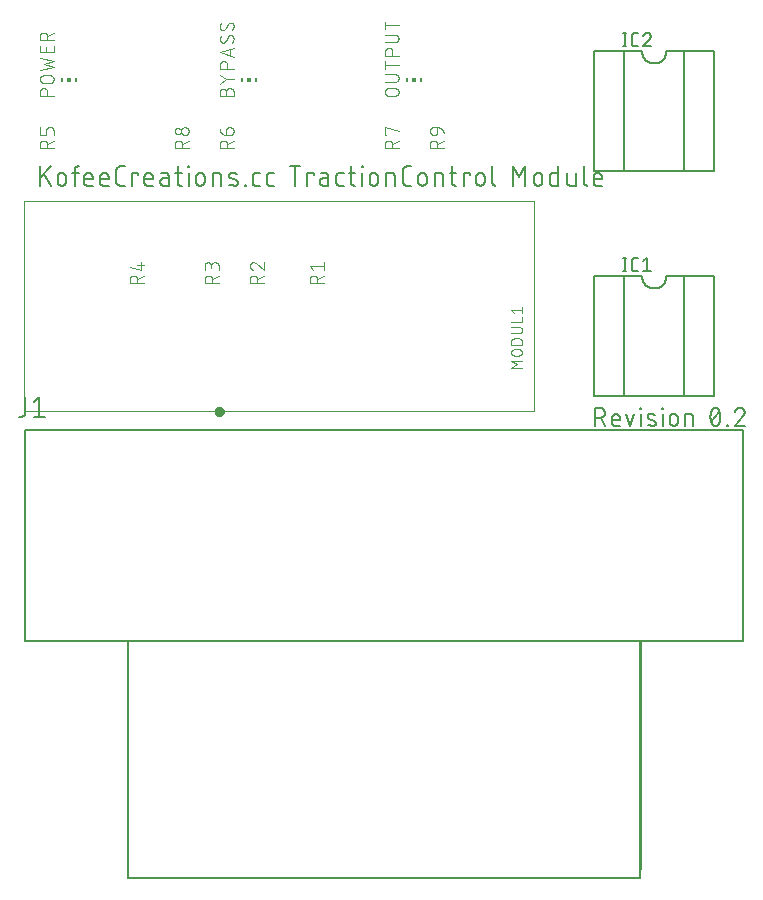
<source format=gbr>
G04 EAGLE Gerber X2 export*
%TF.Part,Single*%
%TF.FileFunction,Legend,Top,1*%
%TF.FilePolarity,Positive*%
%TF.GenerationSoftware,Autodesk,EAGLE,9.1.3*%
%TF.CreationDate,2020-03-28T12:55:41Z*%
G75*
%MOMM*%
%FSLAX34Y34*%
%LPD*%
%AMOC8*
5,1,8,0,0,1.08239X$1,22.5*%
G01*
%ADD10C,0.152400*%
%ADD11C,0.127000*%
%ADD12C,0.101600*%
%ADD13R,0.150000X0.300000*%
%ADD14R,0.300000X0.300000*%
%ADD15C,0.400000*%
%ADD16C,0.000000*%
%ADD17C,0.076200*%


D10*
X13462Y356362D02*
X13462Y372618D01*
X22493Y372618D02*
X13462Y362684D01*
X17074Y366296D02*
X22493Y356362D01*
X28222Y359974D02*
X28222Y363587D01*
X28223Y363587D02*
X28225Y363706D01*
X28231Y363826D01*
X28241Y363945D01*
X28255Y364063D01*
X28272Y364182D01*
X28294Y364299D01*
X28319Y364416D01*
X28349Y364531D01*
X28382Y364646D01*
X28419Y364760D01*
X28459Y364872D01*
X28504Y364983D01*
X28552Y365092D01*
X28603Y365200D01*
X28658Y365306D01*
X28717Y365410D01*
X28779Y365512D01*
X28844Y365612D01*
X28913Y365710D01*
X28985Y365806D01*
X29060Y365899D01*
X29137Y365989D01*
X29218Y366077D01*
X29302Y366162D01*
X29389Y366244D01*
X29478Y366324D01*
X29570Y366400D01*
X29664Y366474D01*
X29761Y366544D01*
X29859Y366611D01*
X29960Y366675D01*
X30064Y366735D01*
X30169Y366792D01*
X30276Y366845D01*
X30384Y366895D01*
X30494Y366941D01*
X30606Y366983D01*
X30719Y367022D01*
X30833Y367057D01*
X30948Y367088D01*
X31065Y367116D01*
X31182Y367139D01*
X31299Y367159D01*
X31418Y367175D01*
X31537Y367187D01*
X31656Y367195D01*
X31775Y367199D01*
X31895Y367199D01*
X32014Y367195D01*
X32133Y367187D01*
X32252Y367175D01*
X32371Y367159D01*
X32488Y367139D01*
X32605Y367116D01*
X32722Y367088D01*
X32837Y367057D01*
X32951Y367022D01*
X33064Y366983D01*
X33176Y366941D01*
X33286Y366895D01*
X33394Y366845D01*
X33501Y366792D01*
X33606Y366735D01*
X33710Y366675D01*
X33811Y366611D01*
X33909Y366544D01*
X34006Y366474D01*
X34100Y366400D01*
X34192Y366324D01*
X34281Y366244D01*
X34368Y366162D01*
X34452Y366077D01*
X34533Y365989D01*
X34610Y365899D01*
X34685Y365806D01*
X34757Y365710D01*
X34826Y365612D01*
X34891Y365512D01*
X34953Y365410D01*
X35012Y365306D01*
X35067Y365200D01*
X35118Y365092D01*
X35166Y364983D01*
X35211Y364872D01*
X35251Y364760D01*
X35288Y364646D01*
X35321Y364531D01*
X35351Y364416D01*
X35376Y364299D01*
X35398Y364182D01*
X35415Y364063D01*
X35429Y363945D01*
X35439Y363826D01*
X35445Y363706D01*
X35447Y363587D01*
X35447Y359974D01*
X35445Y359855D01*
X35439Y359735D01*
X35429Y359616D01*
X35415Y359498D01*
X35398Y359379D01*
X35376Y359262D01*
X35351Y359145D01*
X35321Y359030D01*
X35288Y358915D01*
X35251Y358801D01*
X35211Y358689D01*
X35166Y358578D01*
X35118Y358469D01*
X35067Y358361D01*
X35012Y358255D01*
X34953Y358151D01*
X34891Y358049D01*
X34826Y357949D01*
X34757Y357851D01*
X34685Y357755D01*
X34610Y357662D01*
X34533Y357572D01*
X34452Y357484D01*
X34368Y357399D01*
X34281Y357317D01*
X34192Y357237D01*
X34100Y357161D01*
X34006Y357087D01*
X33909Y357017D01*
X33811Y356950D01*
X33710Y356886D01*
X33606Y356826D01*
X33501Y356769D01*
X33394Y356716D01*
X33286Y356666D01*
X33176Y356620D01*
X33064Y356578D01*
X32951Y356539D01*
X32837Y356504D01*
X32722Y356473D01*
X32605Y356445D01*
X32488Y356422D01*
X32371Y356402D01*
X32252Y356386D01*
X32133Y356374D01*
X32014Y356366D01*
X31895Y356362D01*
X31775Y356362D01*
X31656Y356366D01*
X31537Y356374D01*
X31418Y356386D01*
X31299Y356402D01*
X31182Y356422D01*
X31065Y356445D01*
X30948Y356473D01*
X30833Y356504D01*
X30719Y356539D01*
X30606Y356578D01*
X30494Y356620D01*
X30384Y356666D01*
X30276Y356716D01*
X30169Y356769D01*
X30064Y356826D01*
X29960Y356886D01*
X29859Y356950D01*
X29761Y357017D01*
X29664Y357087D01*
X29570Y357161D01*
X29478Y357237D01*
X29389Y357317D01*
X29302Y357399D01*
X29218Y357484D01*
X29137Y357572D01*
X29060Y357662D01*
X28985Y357755D01*
X28913Y357851D01*
X28844Y357949D01*
X28779Y358049D01*
X28717Y358151D01*
X28658Y358255D01*
X28603Y358361D01*
X28552Y358469D01*
X28504Y358578D01*
X28459Y358689D01*
X28419Y358801D01*
X28382Y358915D01*
X28349Y359030D01*
X28319Y359145D01*
X28294Y359262D01*
X28272Y359379D01*
X28255Y359498D01*
X28241Y359616D01*
X28231Y359735D01*
X28225Y359855D01*
X28223Y359974D01*
X42657Y356362D02*
X42657Y369909D01*
X42659Y370013D01*
X42665Y370116D01*
X42675Y370220D01*
X42689Y370323D01*
X42707Y370425D01*
X42728Y370526D01*
X42754Y370627D01*
X42783Y370726D01*
X42816Y370825D01*
X42853Y370922D01*
X42894Y371017D01*
X42938Y371111D01*
X42986Y371203D01*
X43037Y371293D01*
X43092Y371382D01*
X43150Y371468D01*
X43212Y371551D01*
X43276Y371633D01*
X43344Y371711D01*
X43414Y371787D01*
X43487Y371861D01*
X43564Y371931D01*
X43642Y371999D01*
X43724Y372063D01*
X43807Y372125D01*
X43893Y372183D01*
X43982Y372238D01*
X44072Y372289D01*
X44164Y372337D01*
X44258Y372381D01*
X44353Y372422D01*
X44450Y372459D01*
X44549Y372492D01*
X44648Y372521D01*
X44749Y372547D01*
X44850Y372568D01*
X44952Y372586D01*
X45055Y372600D01*
X45159Y372610D01*
X45262Y372616D01*
X45366Y372618D01*
X46270Y372618D01*
X46270Y367199D02*
X40851Y367199D01*
X53336Y356362D02*
X57852Y356362D01*
X53336Y356362D02*
X53235Y356364D01*
X53134Y356370D01*
X53033Y356379D01*
X52932Y356392D01*
X52832Y356409D01*
X52733Y356430D01*
X52635Y356454D01*
X52538Y356482D01*
X52441Y356514D01*
X52346Y356549D01*
X52253Y356588D01*
X52161Y356630D01*
X52070Y356676D01*
X51982Y356725D01*
X51895Y356777D01*
X51810Y356833D01*
X51727Y356891D01*
X51647Y356953D01*
X51569Y357018D01*
X51493Y357085D01*
X51420Y357155D01*
X51350Y357228D01*
X51283Y357304D01*
X51218Y357382D01*
X51156Y357462D01*
X51098Y357545D01*
X51042Y357630D01*
X50990Y357717D01*
X50941Y357805D01*
X50895Y357896D01*
X50853Y357988D01*
X50814Y358081D01*
X50779Y358176D01*
X50747Y358273D01*
X50719Y358370D01*
X50695Y358468D01*
X50674Y358567D01*
X50657Y358667D01*
X50644Y358768D01*
X50635Y358869D01*
X50629Y358970D01*
X50627Y359071D01*
X50627Y363587D01*
X50629Y363706D01*
X50635Y363826D01*
X50645Y363945D01*
X50659Y364063D01*
X50676Y364182D01*
X50698Y364299D01*
X50723Y364416D01*
X50753Y364531D01*
X50786Y364646D01*
X50823Y364760D01*
X50863Y364872D01*
X50908Y364983D01*
X50956Y365092D01*
X51007Y365200D01*
X51062Y365306D01*
X51121Y365410D01*
X51183Y365512D01*
X51248Y365612D01*
X51317Y365710D01*
X51389Y365806D01*
X51464Y365899D01*
X51541Y365989D01*
X51622Y366077D01*
X51706Y366162D01*
X51793Y366244D01*
X51882Y366324D01*
X51974Y366400D01*
X52068Y366474D01*
X52165Y366544D01*
X52263Y366611D01*
X52364Y366675D01*
X52468Y366735D01*
X52573Y366792D01*
X52680Y366845D01*
X52788Y366895D01*
X52898Y366941D01*
X53010Y366983D01*
X53123Y367022D01*
X53237Y367057D01*
X53352Y367088D01*
X53469Y367116D01*
X53586Y367139D01*
X53703Y367159D01*
X53822Y367175D01*
X53941Y367187D01*
X54060Y367195D01*
X54179Y367199D01*
X54299Y367199D01*
X54418Y367195D01*
X54537Y367187D01*
X54656Y367175D01*
X54775Y367159D01*
X54892Y367139D01*
X55009Y367116D01*
X55126Y367088D01*
X55241Y367057D01*
X55355Y367022D01*
X55468Y366983D01*
X55580Y366941D01*
X55690Y366895D01*
X55798Y366845D01*
X55905Y366792D01*
X56010Y366735D01*
X56114Y366675D01*
X56215Y366611D01*
X56313Y366544D01*
X56410Y366474D01*
X56504Y366400D01*
X56596Y366324D01*
X56685Y366244D01*
X56772Y366162D01*
X56856Y366077D01*
X56937Y365989D01*
X57014Y365899D01*
X57089Y365806D01*
X57161Y365710D01*
X57230Y365612D01*
X57295Y365512D01*
X57357Y365410D01*
X57416Y365306D01*
X57471Y365200D01*
X57522Y365092D01*
X57570Y364983D01*
X57615Y364872D01*
X57655Y364760D01*
X57692Y364646D01*
X57725Y364531D01*
X57755Y364416D01*
X57780Y364299D01*
X57802Y364182D01*
X57819Y364063D01*
X57833Y363945D01*
X57843Y363826D01*
X57849Y363706D01*
X57851Y363587D01*
X57852Y363587D02*
X57852Y361781D01*
X50627Y361781D01*
X66883Y356362D02*
X71399Y356362D01*
X66883Y356362D02*
X66782Y356364D01*
X66681Y356370D01*
X66580Y356379D01*
X66479Y356392D01*
X66379Y356409D01*
X66280Y356430D01*
X66182Y356454D01*
X66085Y356482D01*
X65988Y356514D01*
X65893Y356549D01*
X65800Y356588D01*
X65708Y356630D01*
X65617Y356676D01*
X65529Y356725D01*
X65442Y356777D01*
X65357Y356833D01*
X65274Y356891D01*
X65194Y356953D01*
X65116Y357018D01*
X65040Y357085D01*
X64967Y357155D01*
X64897Y357228D01*
X64830Y357304D01*
X64765Y357382D01*
X64703Y357462D01*
X64645Y357545D01*
X64589Y357630D01*
X64537Y357717D01*
X64488Y357805D01*
X64442Y357896D01*
X64400Y357988D01*
X64361Y358081D01*
X64326Y358176D01*
X64294Y358273D01*
X64266Y358370D01*
X64242Y358468D01*
X64221Y358567D01*
X64204Y358667D01*
X64191Y358768D01*
X64182Y358869D01*
X64176Y358970D01*
X64174Y359071D01*
X64174Y363587D01*
X64175Y363587D02*
X64177Y363706D01*
X64183Y363826D01*
X64193Y363945D01*
X64207Y364063D01*
X64224Y364182D01*
X64246Y364299D01*
X64271Y364416D01*
X64301Y364531D01*
X64334Y364646D01*
X64371Y364760D01*
X64411Y364872D01*
X64456Y364983D01*
X64504Y365092D01*
X64555Y365200D01*
X64610Y365306D01*
X64669Y365410D01*
X64731Y365512D01*
X64796Y365612D01*
X64865Y365710D01*
X64937Y365806D01*
X65012Y365899D01*
X65089Y365989D01*
X65170Y366077D01*
X65254Y366162D01*
X65341Y366244D01*
X65430Y366324D01*
X65522Y366400D01*
X65616Y366474D01*
X65713Y366544D01*
X65811Y366611D01*
X65912Y366675D01*
X66016Y366735D01*
X66121Y366792D01*
X66228Y366845D01*
X66336Y366895D01*
X66446Y366941D01*
X66558Y366983D01*
X66671Y367022D01*
X66785Y367057D01*
X66900Y367088D01*
X67017Y367116D01*
X67134Y367139D01*
X67251Y367159D01*
X67370Y367175D01*
X67489Y367187D01*
X67608Y367195D01*
X67727Y367199D01*
X67847Y367199D01*
X67966Y367195D01*
X68085Y367187D01*
X68204Y367175D01*
X68323Y367159D01*
X68440Y367139D01*
X68557Y367116D01*
X68674Y367088D01*
X68789Y367057D01*
X68903Y367022D01*
X69016Y366983D01*
X69128Y366941D01*
X69238Y366895D01*
X69346Y366845D01*
X69453Y366792D01*
X69558Y366735D01*
X69662Y366675D01*
X69763Y366611D01*
X69861Y366544D01*
X69958Y366474D01*
X70052Y366400D01*
X70144Y366324D01*
X70233Y366244D01*
X70320Y366162D01*
X70404Y366077D01*
X70485Y365989D01*
X70562Y365899D01*
X70637Y365806D01*
X70709Y365710D01*
X70778Y365612D01*
X70843Y365512D01*
X70905Y365410D01*
X70964Y365306D01*
X71019Y365200D01*
X71070Y365092D01*
X71118Y364983D01*
X71163Y364872D01*
X71203Y364760D01*
X71240Y364646D01*
X71273Y364531D01*
X71303Y364416D01*
X71328Y364299D01*
X71350Y364182D01*
X71367Y364063D01*
X71381Y363945D01*
X71391Y363826D01*
X71397Y363706D01*
X71399Y363587D01*
X71399Y361781D01*
X64174Y361781D01*
X81433Y356362D02*
X85045Y356362D01*
X81433Y356362D02*
X81315Y356364D01*
X81197Y356370D01*
X81079Y356379D01*
X80962Y356393D01*
X80845Y356410D01*
X80728Y356431D01*
X80613Y356456D01*
X80498Y356485D01*
X80384Y356518D01*
X80272Y356554D01*
X80161Y356594D01*
X80051Y356637D01*
X79942Y356684D01*
X79835Y356734D01*
X79730Y356789D01*
X79627Y356846D01*
X79526Y356907D01*
X79426Y356971D01*
X79329Y357038D01*
X79234Y357108D01*
X79142Y357182D01*
X79051Y357258D01*
X78964Y357338D01*
X78879Y357420D01*
X78797Y357505D01*
X78717Y357592D01*
X78641Y357683D01*
X78567Y357775D01*
X78497Y357870D01*
X78430Y357967D01*
X78366Y358067D01*
X78305Y358168D01*
X78248Y358271D01*
X78193Y358376D01*
X78143Y358483D01*
X78096Y358592D01*
X78053Y358702D01*
X78013Y358813D01*
X77977Y358925D01*
X77944Y359039D01*
X77915Y359154D01*
X77890Y359269D01*
X77869Y359386D01*
X77852Y359503D01*
X77838Y359620D01*
X77829Y359738D01*
X77823Y359856D01*
X77821Y359974D01*
X77821Y369006D01*
X77823Y369124D01*
X77829Y369242D01*
X77838Y369360D01*
X77852Y369477D01*
X77869Y369594D01*
X77890Y369711D01*
X77915Y369826D01*
X77944Y369941D01*
X77977Y370055D01*
X78013Y370167D01*
X78053Y370278D01*
X78096Y370388D01*
X78143Y370497D01*
X78193Y370604D01*
X78247Y370709D01*
X78305Y370812D01*
X78366Y370913D01*
X78430Y371013D01*
X78497Y371110D01*
X78567Y371205D01*
X78641Y371297D01*
X78717Y371388D01*
X78797Y371475D01*
X78879Y371560D01*
X78964Y371642D01*
X79051Y371722D01*
X79142Y371798D01*
X79234Y371872D01*
X79329Y371942D01*
X79426Y372009D01*
X79526Y372073D01*
X79627Y372134D01*
X79730Y372191D01*
X79835Y372245D01*
X79942Y372296D01*
X80051Y372343D01*
X80161Y372386D01*
X80272Y372426D01*
X80384Y372462D01*
X80498Y372495D01*
X80613Y372524D01*
X80728Y372549D01*
X80845Y372570D01*
X80962Y372587D01*
X81079Y372601D01*
X81197Y372610D01*
X81315Y372616D01*
X81433Y372618D01*
X85045Y372618D01*
X91353Y367199D02*
X91353Y356362D01*
X91353Y367199D02*
X96772Y367199D01*
X96772Y365393D01*
X104398Y356362D02*
X108914Y356362D01*
X104398Y356362D02*
X104297Y356364D01*
X104196Y356370D01*
X104095Y356379D01*
X103994Y356392D01*
X103894Y356409D01*
X103795Y356430D01*
X103697Y356454D01*
X103600Y356482D01*
X103503Y356514D01*
X103408Y356549D01*
X103315Y356588D01*
X103223Y356630D01*
X103132Y356676D01*
X103044Y356725D01*
X102957Y356777D01*
X102872Y356833D01*
X102789Y356891D01*
X102709Y356953D01*
X102631Y357018D01*
X102555Y357085D01*
X102482Y357155D01*
X102412Y357228D01*
X102345Y357304D01*
X102280Y357382D01*
X102218Y357462D01*
X102160Y357545D01*
X102104Y357630D01*
X102052Y357717D01*
X102003Y357805D01*
X101957Y357896D01*
X101915Y357988D01*
X101876Y358081D01*
X101841Y358176D01*
X101809Y358273D01*
X101781Y358370D01*
X101757Y358468D01*
X101736Y358567D01*
X101719Y358667D01*
X101706Y358768D01*
X101697Y358869D01*
X101691Y358970D01*
X101689Y359071D01*
X101689Y363587D01*
X101691Y363706D01*
X101697Y363826D01*
X101707Y363945D01*
X101721Y364063D01*
X101738Y364182D01*
X101760Y364299D01*
X101785Y364416D01*
X101815Y364531D01*
X101848Y364646D01*
X101885Y364760D01*
X101925Y364872D01*
X101970Y364983D01*
X102018Y365092D01*
X102069Y365200D01*
X102124Y365306D01*
X102183Y365410D01*
X102245Y365512D01*
X102310Y365612D01*
X102379Y365710D01*
X102451Y365806D01*
X102526Y365899D01*
X102603Y365989D01*
X102684Y366077D01*
X102768Y366162D01*
X102855Y366244D01*
X102944Y366324D01*
X103036Y366400D01*
X103130Y366474D01*
X103227Y366544D01*
X103325Y366611D01*
X103426Y366675D01*
X103530Y366735D01*
X103635Y366792D01*
X103742Y366845D01*
X103850Y366895D01*
X103960Y366941D01*
X104072Y366983D01*
X104185Y367022D01*
X104299Y367057D01*
X104414Y367088D01*
X104531Y367116D01*
X104648Y367139D01*
X104765Y367159D01*
X104884Y367175D01*
X105003Y367187D01*
X105122Y367195D01*
X105241Y367199D01*
X105361Y367199D01*
X105480Y367195D01*
X105599Y367187D01*
X105718Y367175D01*
X105837Y367159D01*
X105954Y367139D01*
X106071Y367116D01*
X106188Y367088D01*
X106303Y367057D01*
X106417Y367022D01*
X106530Y366983D01*
X106642Y366941D01*
X106752Y366895D01*
X106860Y366845D01*
X106967Y366792D01*
X107072Y366735D01*
X107176Y366675D01*
X107277Y366611D01*
X107375Y366544D01*
X107472Y366474D01*
X107566Y366400D01*
X107658Y366324D01*
X107747Y366244D01*
X107834Y366162D01*
X107918Y366077D01*
X107999Y365989D01*
X108076Y365899D01*
X108151Y365806D01*
X108223Y365710D01*
X108292Y365612D01*
X108357Y365512D01*
X108419Y365410D01*
X108478Y365306D01*
X108533Y365200D01*
X108584Y365092D01*
X108632Y364983D01*
X108677Y364872D01*
X108717Y364760D01*
X108754Y364646D01*
X108787Y364531D01*
X108817Y364416D01*
X108842Y364299D01*
X108864Y364182D01*
X108881Y364063D01*
X108895Y363945D01*
X108905Y363826D01*
X108911Y363706D01*
X108913Y363587D01*
X108914Y363587D02*
X108914Y361781D01*
X101689Y361781D01*
X118324Y362684D02*
X122388Y362684D01*
X118324Y362684D02*
X118212Y362682D01*
X118101Y362676D01*
X117990Y362666D01*
X117879Y362653D01*
X117769Y362635D01*
X117660Y362613D01*
X117551Y362588D01*
X117443Y362559D01*
X117337Y362526D01*
X117231Y362489D01*
X117127Y362449D01*
X117025Y362405D01*
X116924Y362357D01*
X116825Y362306D01*
X116727Y362251D01*
X116632Y362193D01*
X116539Y362132D01*
X116448Y362067D01*
X116359Y361999D01*
X116273Y361928D01*
X116190Y361855D01*
X116109Y361778D01*
X116030Y361698D01*
X115955Y361616D01*
X115883Y361531D01*
X115813Y361444D01*
X115747Y361354D01*
X115684Y361262D01*
X115624Y361167D01*
X115568Y361071D01*
X115515Y360973D01*
X115466Y360873D01*
X115420Y360771D01*
X115378Y360668D01*
X115339Y360563D01*
X115304Y360457D01*
X115273Y360350D01*
X115246Y360242D01*
X115222Y360133D01*
X115203Y360023D01*
X115187Y359913D01*
X115175Y359802D01*
X115167Y359690D01*
X115163Y359579D01*
X115163Y359467D01*
X115167Y359356D01*
X115175Y359244D01*
X115187Y359133D01*
X115203Y359023D01*
X115222Y358913D01*
X115246Y358804D01*
X115273Y358696D01*
X115304Y358589D01*
X115339Y358483D01*
X115378Y358378D01*
X115420Y358275D01*
X115466Y358173D01*
X115515Y358073D01*
X115568Y357975D01*
X115624Y357879D01*
X115684Y357784D01*
X115747Y357692D01*
X115813Y357602D01*
X115883Y357515D01*
X115955Y357430D01*
X116030Y357348D01*
X116109Y357268D01*
X116190Y357191D01*
X116273Y357118D01*
X116359Y357047D01*
X116448Y356979D01*
X116539Y356914D01*
X116632Y356853D01*
X116727Y356795D01*
X116825Y356740D01*
X116924Y356689D01*
X117025Y356641D01*
X117127Y356597D01*
X117231Y356557D01*
X117337Y356520D01*
X117443Y356487D01*
X117551Y356458D01*
X117660Y356433D01*
X117769Y356411D01*
X117879Y356393D01*
X117990Y356380D01*
X118101Y356370D01*
X118212Y356364D01*
X118324Y356362D01*
X122388Y356362D01*
X122388Y364490D01*
X122387Y364490D02*
X122385Y364591D01*
X122379Y364692D01*
X122370Y364793D01*
X122357Y364894D01*
X122340Y364994D01*
X122319Y365093D01*
X122295Y365191D01*
X122267Y365288D01*
X122235Y365385D01*
X122200Y365480D01*
X122161Y365573D01*
X122119Y365665D01*
X122073Y365756D01*
X122024Y365845D01*
X121972Y365931D01*
X121916Y366016D01*
X121858Y366099D01*
X121796Y366179D01*
X121731Y366257D01*
X121664Y366333D01*
X121594Y366406D01*
X121521Y366476D01*
X121445Y366543D01*
X121367Y366608D01*
X121287Y366670D01*
X121204Y366728D01*
X121119Y366784D01*
X121033Y366836D01*
X120944Y366885D01*
X120853Y366931D01*
X120761Y366973D01*
X120668Y367012D01*
X120573Y367047D01*
X120476Y367079D01*
X120379Y367107D01*
X120281Y367131D01*
X120182Y367152D01*
X120082Y367169D01*
X119981Y367182D01*
X119880Y367191D01*
X119779Y367197D01*
X119678Y367199D01*
X116066Y367199D01*
X128007Y367199D02*
X133426Y367199D01*
X129813Y372618D02*
X129813Y359071D01*
X129815Y358970D01*
X129821Y358869D01*
X129830Y358768D01*
X129843Y358667D01*
X129860Y358567D01*
X129881Y358468D01*
X129905Y358370D01*
X129933Y358273D01*
X129965Y358176D01*
X130000Y358081D01*
X130039Y357988D01*
X130081Y357896D01*
X130127Y357805D01*
X130176Y357717D01*
X130228Y357630D01*
X130284Y357545D01*
X130342Y357462D01*
X130404Y357382D01*
X130469Y357304D01*
X130536Y357228D01*
X130606Y357155D01*
X130679Y357085D01*
X130755Y357018D01*
X130833Y356953D01*
X130913Y356891D01*
X130996Y356833D01*
X131081Y356777D01*
X131168Y356725D01*
X131256Y356676D01*
X131347Y356630D01*
X131439Y356588D01*
X131532Y356549D01*
X131627Y356514D01*
X131724Y356482D01*
X131821Y356454D01*
X131919Y356430D01*
X132018Y356409D01*
X132118Y356392D01*
X132219Y356379D01*
X132320Y356370D01*
X132421Y356364D01*
X132522Y356362D01*
X133426Y356362D01*
X139169Y356362D02*
X139169Y367199D01*
X138717Y371715D02*
X138717Y372618D01*
X139621Y372618D01*
X139621Y371715D01*
X138717Y371715D01*
X145456Y363587D02*
X145456Y359974D01*
X145457Y363587D02*
X145459Y363706D01*
X145465Y363826D01*
X145475Y363945D01*
X145489Y364063D01*
X145506Y364182D01*
X145528Y364299D01*
X145553Y364416D01*
X145583Y364531D01*
X145616Y364646D01*
X145653Y364760D01*
X145693Y364872D01*
X145738Y364983D01*
X145786Y365092D01*
X145837Y365200D01*
X145892Y365306D01*
X145951Y365410D01*
X146013Y365512D01*
X146078Y365612D01*
X146147Y365710D01*
X146219Y365806D01*
X146294Y365899D01*
X146371Y365989D01*
X146452Y366077D01*
X146536Y366162D01*
X146623Y366244D01*
X146712Y366324D01*
X146804Y366400D01*
X146898Y366474D01*
X146995Y366544D01*
X147093Y366611D01*
X147194Y366675D01*
X147298Y366735D01*
X147403Y366792D01*
X147510Y366845D01*
X147618Y366895D01*
X147728Y366941D01*
X147840Y366983D01*
X147953Y367022D01*
X148067Y367057D01*
X148182Y367088D01*
X148299Y367116D01*
X148416Y367139D01*
X148533Y367159D01*
X148652Y367175D01*
X148771Y367187D01*
X148890Y367195D01*
X149009Y367199D01*
X149129Y367199D01*
X149248Y367195D01*
X149367Y367187D01*
X149486Y367175D01*
X149605Y367159D01*
X149722Y367139D01*
X149839Y367116D01*
X149956Y367088D01*
X150071Y367057D01*
X150185Y367022D01*
X150298Y366983D01*
X150410Y366941D01*
X150520Y366895D01*
X150628Y366845D01*
X150735Y366792D01*
X150840Y366735D01*
X150944Y366675D01*
X151045Y366611D01*
X151143Y366544D01*
X151240Y366474D01*
X151334Y366400D01*
X151426Y366324D01*
X151515Y366244D01*
X151602Y366162D01*
X151686Y366077D01*
X151767Y365989D01*
X151844Y365899D01*
X151919Y365806D01*
X151991Y365710D01*
X152060Y365612D01*
X152125Y365512D01*
X152187Y365410D01*
X152246Y365306D01*
X152301Y365200D01*
X152352Y365092D01*
X152400Y364983D01*
X152445Y364872D01*
X152485Y364760D01*
X152522Y364646D01*
X152555Y364531D01*
X152585Y364416D01*
X152610Y364299D01*
X152632Y364182D01*
X152649Y364063D01*
X152663Y363945D01*
X152673Y363826D01*
X152679Y363706D01*
X152681Y363587D01*
X152681Y359974D01*
X152679Y359855D01*
X152673Y359735D01*
X152663Y359616D01*
X152649Y359498D01*
X152632Y359379D01*
X152610Y359262D01*
X152585Y359145D01*
X152555Y359030D01*
X152522Y358915D01*
X152485Y358801D01*
X152445Y358689D01*
X152400Y358578D01*
X152352Y358469D01*
X152301Y358361D01*
X152246Y358255D01*
X152187Y358151D01*
X152125Y358049D01*
X152060Y357949D01*
X151991Y357851D01*
X151919Y357755D01*
X151844Y357662D01*
X151767Y357572D01*
X151686Y357484D01*
X151602Y357399D01*
X151515Y357317D01*
X151426Y357237D01*
X151334Y357161D01*
X151240Y357087D01*
X151143Y357017D01*
X151045Y356950D01*
X150944Y356886D01*
X150840Y356826D01*
X150735Y356769D01*
X150628Y356716D01*
X150520Y356666D01*
X150410Y356620D01*
X150298Y356578D01*
X150185Y356539D01*
X150071Y356504D01*
X149956Y356473D01*
X149839Y356445D01*
X149722Y356422D01*
X149605Y356402D01*
X149486Y356386D01*
X149367Y356374D01*
X149248Y356366D01*
X149129Y356362D01*
X149009Y356362D01*
X148890Y356366D01*
X148771Y356374D01*
X148652Y356386D01*
X148533Y356402D01*
X148416Y356422D01*
X148299Y356445D01*
X148182Y356473D01*
X148067Y356504D01*
X147953Y356539D01*
X147840Y356578D01*
X147728Y356620D01*
X147618Y356666D01*
X147510Y356716D01*
X147403Y356769D01*
X147298Y356826D01*
X147194Y356886D01*
X147093Y356950D01*
X146995Y357017D01*
X146898Y357087D01*
X146804Y357161D01*
X146712Y357237D01*
X146623Y357317D01*
X146536Y357399D01*
X146452Y357484D01*
X146371Y357572D01*
X146294Y357662D01*
X146219Y357755D01*
X146147Y357851D01*
X146078Y357949D01*
X146013Y358049D01*
X145951Y358151D01*
X145892Y358255D01*
X145837Y358361D01*
X145786Y358469D01*
X145738Y358578D01*
X145693Y358689D01*
X145653Y358801D01*
X145616Y358915D01*
X145583Y359030D01*
X145553Y359145D01*
X145528Y359262D01*
X145506Y359379D01*
X145489Y359498D01*
X145475Y359616D01*
X145465Y359735D01*
X145459Y359855D01*
X145457Y359974D01*
X159524Y356362D02*
X159524Y367199D01*
X164040Y367199D01*
X164144Y367197D01*
X164247Y367191D01*
X164351Y367181D01*
X164454Y367167D01*
X164556Y367149D01*
X164657Y367128D01*
X164758Y367102D01*
X164857Y367073D01*
X164956Y367040D01*
X165053Y367003D01*
X165148Y366962D01*
X165242Y366918D01*
X165334Y366870D01*
X165424Y366819D01*
X165513Y366764D01*
X165599Y366706D01*
X165682Y366644D01*
X165764Y366580D01*
X165842Y366512D01*
X165918Y366442D01*
X165992Y366369D01*
X166062Y366292D01*
X166130Y366214D01*
X166194Y366132D01*
X166256Y366049D01*
X166314Y365963D01*
X166369Y365874D01*
X166420Y365784D01*
X166468Y365692D01*
X166512Y365598D01*
X166553Y365503D01*
X166590Y365406D01*
X166623Y365307D01*
X166652Y365208D01*
X166678Y365107D01*
X166699Y365006D01*
X166717Y364904D01*
X166731Y364801D01*
X166741Y364697D01*
X166747Y364594D01*
X166749Y364490D01*
X166749Y356362D01*
X174947Y362684D02*
X179463Y360878D01*
X174947Y362684D02*
X174859Y362721D01*
X174773Y362762D01*
X174688Y362806D01*
X174605Y362854D01*
X174525Y362905D01*
X174446Y362959D01*
X174370Y363017D01*
X174296Y363077D01*
X174224Y363141D01*
X174156Y363207D01*
X174090Y363277D01*
X174027Y363348D01*
X173966Y363423D01*
X173909Y363499D01*
X173856Y363578D01*
X173805Y363659D01*
X173758Y363742D01*
X173714Y363827D01*
X173674Y363914D01*
X173637Y364002D01*
X173604Y364092D01*
X173574Y364183D01*
X173549Y364275D01*
X173527Y364368D01*
X173509Y364462D01*
X173494Y364556D01*
X173484Y364651D01*
X173478Y364747D01*
X173475Y364842D01*
X173476Y364938D01*
X173482Y365033D01*
X173491Y365129D01*
X173504Y365223D01*
X173520Y365317D01*
X173541Y365411D01*
X173566Y365503D01*
X173594Y365594D01*
X173626Y365684D01*
X173661Y365773D01*
X173700Y365860D01*
X173743Y365946D01*
X173789Y366030D01*
X173839Y366111D01*
X173891Y366191D01*
X173947Y366269D01*
X174007Y366344D01*
X174069Y366416D01*
X174134Y366486D01*
X174202Y366554D01*
X174272Y366618D01*
X174345Y366680D01*
X174421Y366738D01*
X174499Y366794D01*
X174579Y366846D01*
X174661Y366895D01*
X174745Y366940D01*
X174831Y366982D01*
X174918Y367021D01*
X175007Y367056D01*
X175098Y367087D01*
X175189Y367114D01*
X175282Y367138D01*
X175375Y367158D01*
X175469Y367174D01*
X175564Y367186D01*
X175659Y367195D01*
X175755Y367199D01*
X175850Y367200D01*
X176097Y367193D01*
X176343Y367181D01*
X176589Y367163D01*
X176835Y367138D01*
X177079Y367108D01*
X177323Y367072D01*
X177566Y367031D01*
X177808Y366983D01*
X178049Y366929D01*
X178288Y366870D01*
X178526Y366805D01*
X178762Y366734D01*
X178997Y366658D01*
X179230Y366576D01*
X179460Y366488D01*
X179688Y366395D01*
X179915Y366297D01*
X179463Y360877D02*
X179551Y360840D01*
X179637Y360799D01*
X179722Y360755D01*
X179805Y360707D01*
X179885Y360656D01*
X179964Y360602D01*
X180040Y360544D01*
X180114Y360484D01*
X180186Y360420D01*
X180254Y360354D01*
X180320Y360284D01*
X180383Y360213D01*
X180444Y360138D01*
X180501Y360062D01*
X180554Y359983D01*
X180605Y359902D01*
X180652Y359819D01*
X180696Y359734D01*
X180736Y359647D01*
X180773Y359559D01*
X180806Y359469D01*
X180836Y359378D01*
X180861Y359286D01*
X180883Y359193D01*
X180901Y359099D01*
X180916Y359005D01*
X180926Y358910D01*
X180932Y358814D01*
X180935Y358719D01*
X180934Y358623D01*
X180928Y358528D01*
X180919Y358432D01*
X180906Y358338D01*
X180890Y358244D01*
X180869Y358150D01*
X180844Y358058D01*
X180816Y357967D01*
X180784Y357877D01*
X180749Y357788D01*
X180710Y357701D01*
X180667Y357615D01*
X180621Y357531D01*
X180571Y357450D01*
X180519Y357370D01*
X180463Y357292D01*
X180403Y357217D01*
X180341Y357145D01*
X180276Y357075D01*
X180208Y357007D01*
X180138Y356943D01*
X180065Y356881D01*
X179989Y356823D01*
X179911Y356767D01*
X179831Y356715D01*
X179749Y356666D01*
X179665Y356621D01*
X179579Y356579D01*
X179492Y356540D01*
X179403Y356505D01*
X179312Y356474D01*
X179221Y356447D01*
X179128Y356423D01*
X179035Y356403D01*
X178941Y356387D01*
X178846Y356375D01*
X178751Y356366D01*
X178655Y356362D01*
X178560Y356361D01*
X178559Y356362D02*
X178197Y356371D01*
X177835Y356389D01*
X177474Y356416D01*
X177114Y356451D01*
X176754Y356494D01*
X176395Y356546D01*
X176038Y356607D01*
X175683Y356676D01*
X175329Y356753D01*
X174977Y356839D01*
X174627Y356933D01*
X174279Y357036D01*
X173934Y357146D01*
X173592Y357265D01*
X186653Y357265D02*
X186653Y356362D01*
X186653Y357265D02*
X187556Y357265D01*
X187556Y356362D01*
X186653Y356362D01*
X196119Y356362D02*
X199731Y356362D01*
X196119Y356362D02*
X196018Y356364D01*
X195917Y356370D01*
X195816Y356379D01*
X195715Y356392D01*
X195615Y356409D01*
X195516Y356430D01*
X195418Y356454D01*
X195321Y356482D01*
X195224Y356514D01*
X195129Y356549D01*
X195036Y356588D01*
X194944Y356630D01*
X194853Y356676D01*
X194765Y356725D01*
X194678Y356777D01*
X194593Y356833D01*
X194510Y356891D01*
X194430Y356953D01*
X194352Y357018D01*
X194276Y357085D01*
X194203Y357155D01*
X194133Y357228D01*
X194066Y357304D01*
X194001Y357382D01*
X193939Y357462D01*
X193881Y357545D01*
X193825Y357630D01*
X193773Y357717D01*
X193724Y357805D01*
X193678Y357896D01*
X193636Y357988D01*
X193597Y358081D01*
X193562Y358176D01*
X193530Y358273D01*
X193502Y358370D01*
X193478Y358468D01*
X193457Y358567D01*
X193440Y358667D01*
X193427Y358768D01*
X193418Y358869D01*
X193412Y358970D01*
X193410Y359071D01*
X193410Y364490D01*
X193412Y364591D01*
X193418Y364692D01*
X193427Y364793D01*
X193440Y364894D01*
X193457Y364994D01*
X193478Y365093D01*
X193502Y365191D01*
X193530Y365288D01*
X193562Y365385D01*
X193597Y365480D01*
X193636Y365573D01*
X193678Y365665D01*
X193724Y365756D01*
X193773Y365845D01*
X193825Y365931D01*
X193881Y366016D01*
X193939Y366099D01*
X194001Y366179D01*
X194066Y366257D01*
X194133Y366333D01*
X194203Y366406D01*
X194276Y366476D01*
X194352Y366543D01*
X194430Y366608D01*
X194510Y366670D01*
X194593Y366728D01*
X194678Y366784D01*
X194765Y366836D01*
X194853Y366885D01*
X194944Y366931D01*
X195036Y366973D01*
X195129Y367012D01*
X195224Y367047D01*
X195321Y367079D01*
X195418Y367107D01*
X195516Y367131D01*
X195615Y367152D01*
X195715Y367169D01*
X195816Y367182D01*
X195917Y367191D01*
X196018Y367197D01*
X196119Y367199D01*
X199731Y367199D01*
X208103Y356362D02*
X211715Y356362D01*
X208103Y356362D02*
X208002Y356364D01*
X207901Y356370D01*
X207800Y356379D01*
X207699Y356392D01*
X207599Y356409D01*
X207500Y356430D01*
X207402Y356454D01*
X207305Y356482D01*
X207208Y356514D01*
X207113Y356549D01*
X207020Y356588D01*
X206928Y356630D01*
X206837Y356676D01*
X206749Y356725D01*
X206662Y356777D01*
X206577Y356833D01*
X206494Y356891D01*
X206414Y356953D01*
X206336Y357018D01*
X206260Y357085D01*
X206187Y357155D01*
X206117Y357228D01*
X206050Y357304D01*
X205985Y357382D01*
X205923Y357462D01*
X205865Y357545D01*
X205809Y357630D01*
X205757Y357717D01*
X205708Y357805D01*
X205662Y357896D01*
X205620Y357988D01*
X205581Y358081D01*
X205546Y358176D01*
X205514Y358273D01*
X205486Y358370D01*
X205462Y358468D01*
X205441Y358567D01*
X205424Y358667D01*
X205411Y358768D01*
X205402Y358869D01*
X205396Y358970D01*
X205394Y359071D01*
X205394Y364490D01*
X205396Y364591D01*
X205402Y364692D01*
X205411Y364793D01*
X205424Y364894D01*
X205441Y364994D01*
X205462Y365093D01*
X205486Y365191D01*
X205514Y365288D01*
X205546Y365385D01*
X205581Y365480D01*
X205620Y365573D01*
X205662Y365665D01*
X205708Y365756D01*
X205757Y365845D01*
X205809Y365931D01*
X205865Y366016D01*
X205923Y366099D01*
X205985Y366179D01*
X206050Y366257D01*
X206117Y366333D01*
X206187Y366406D01*
X206260Y366476D01*
X206336Y366543D01*
X206414Y366608D01*
X206494Y366670D01*
X206577Y366728D01*
X206662Y366784D01*
X206749Y366836D01*
X206837Y366885D01*
X206928Y366931D01*
X207020Y366973D01*
X207113Y367012D01*
X207208Y367047D01*
X207305Y367079D01*
X207402Y367107D01*
X207500Y367131D01*
X207599Y367152D01*
X207699Y367169D01*
X207800Y367182D01*
X207901Y367191D01*
X208002Y367197D01*
X208103Y367199D01*
X211715Y367199D01*
X229309Y372618D02*
X229309Y356362D01*
X224794Y372618D02*
X233825Y372618D01*
X239850Y367199D02*
X239850Y356362D01*
X239850Y367199D02*
X245268Y367199D01*
X245268Y365393D01*
X253273Y362684D02*
X257337Y362684D01*
X253273Y362684D02*
X253161Y362682D01*
X253050Y362676D01*
X252939Y362666D01*
X252828Y362653D01*
X252718Y362635D01*
X252609Y362613D01*
X252500Y362588D01*
X252392Y362559D01*
X252286Y362526D01*
X252180Y362489D01*
X252076Y362449D01*
X251974Y362405D01*
X251873Y362357D01*
X251774Y362306D01*
X251676Y362251D01*
X251581Y362193D01*
X251488Y362132D01*
X251397Y362067D01*
X251308Y361999D01*
X251222Y361928D01*
X251139Y361855D01*
X251058Y361778D01*
X250979Y361698D01*
X250904Y361616D01*
X250832Y361531D01*
X250762Y361444D01*
X250696Y361354D01*
X250633Y361262D01*
X250573Y361167D01*
X250517Y361071D01*
X250464Y360973D01*
X250415Y360873D01*
X250369Y360771D01*
X250327Y360668D01*
X250288Y360563D01*
X250253Y360457D01*
X250222Y360350D01*
X250195Y360242D01*
X250171Y360133D01*
X250152Y360023D01*
X250136Y359913D01*
X250124Y359802D01*
X250116Y359690D01*
X250112Y359579D01*
X250112Y359467D01*
X250116Y359356D01*
X250124Y359244D01*
X250136Y359133D01*
X250152Y359023D01*
X250171Y358913D01*
X250195Y358804D01*
X250222Y358696D01*
X250253Y358589D01*
X250288Y358483D01*
X250327Y358378D01*
X250369Y358275D01*
X250415Y358173D01*
X250464Y358073D01*
X250517Y357975D01*
X250573Y357879D01*
X250633Y357784D01*
X250696Y357692D01*
X250762Y357602D01*
X250832Y357515D01*
X250904Y357430D01*
X250979Y357348D01*
X251058Y357268D01*
X251139Y357191D01*
X251222Y357118D01*
X251308Y357047D01*
X251397Y356979D01*
X251488Y356914D01*
X251581Y356853D01*
X251676Y356795D01*
X251774Y356740D01*
X251873Y356689D01*
X251974Y356641D01*
X252076Y356597D01*
X252180Y356557D01*
X252286Y356520D01*
X252392Y356487D01*
X252500Y356458D01*
X252609Y356433D01*
X252718Y356411D01*
X252828Y356393D01*
X252939Y356380D01*
X253050Y356370D01*
X253161Y356364D01*
X253273Y356362D01*
X257337Y356362D01*
X257337Y364490D01*
X257335Y364591D01*
X257329Y364692D01*
X257320Y364793D01*
X257307Y364894D01*
X257290Y364994D01*
X257269Y365093D01*
X257245Y365191D01*
X257217Y365288D01*
X257185Y365385D01*
X257150Y365480D01*
X257111Y365573D01*
X257069Y365665D01*
X257023Y365756D01*
X256974Y365845D01*
X256922Y365931D01*
X256866Y366016D01*
X256808Y366099D01*
X256746Y366179D01*
X256681Y366257D01*
X256614Y366333D01*
X256544Y366406D01*
X256471Y366476D01*
X256395Y366543D01*
X256317Y366608D01*
X256237Y366670D01*
X256154Y366728D01*
X256069Y366784D01*
X255983Y366836D01*
X255894Y366885D01*
X255803Y366931D01*
X255711Y366973D01*
X255618Y367012D01*
X255523Y367047D01*
X255426Y367079D01*
X255329Y367107D01*
X255231Y367131D01*
X255132Y367152D01*
X255032Y367169D01*
X254931Y367182D01*
X254830Y367191D01*
X254729Y367197D01*
X254628Y367199D01*
X251015Y367199D01*
X266981Y356362D02*
X270593Y356362D01*
X266981Y356362D02*
X266880Y356364D01*
X266779Y356370D01*
X266678Y356379D01*
X266577Y356392D01*
X266477Y356409D01*
X266378Y356430D01*
X266280Y356454D01*
X266183Y356482D01*
X266086Y356514D01*
X265991Y356549D01*
X265898Y356588D01*
X265806Y356630D01*
X265715Y356676D01*
X265627Y356725D01*
X265540Y356777D01*
X265455Y356833D01*
X265372Y356891D01*
X265292Y356953D01*
X265214Y357018D01*
X265138Y357085D01*
X265065Y357155D01*
X264995Y357228D01*
X264928Y357304D01*
X264863Y357382D01*
X264801Y357462D01*
X264743Y357545D01*
X264687Y357630D01*
X264635Y357717D01*
X264586Y357805D01*
X264540Y357896D01*
X264498Y357988D01*
X264459Y358081D01*
X264424Y358176D01*
X264392Y358273D01*
X264364Y358370D01*
X264340Y358468D01*
X264319Y358567D01*
X264302Y358667D01*
X264289Y358768D01*
X264280Y358869D01*
X264274Y358970D01*
X264272Y359071D01*
X264271Y359071D02*
X264271Y364490D01*
X264272Y364490D02*
X264274Y364591D01*
X264280Y364692D01*
X264289Y364793D01*
X264302Y364894D01*
X264319Y364994D01*
X264340Y365093D01*
X264364Y365191D01*
X264392Y365288D01*
X264424Y365385D01*
X264459Y365480D01*
X264498Y365573D01*
X264540Y365665D01*
X264586Y365756D01*
X264635Y365845D01*
X264687Y365931D01*
X264743Y366016D01*
X264801Y366099D01*
X264863Y366179D01*
X264928Y366257D01*
X264995Y366333D01*
X265065Y366406D01*
X265138Y366476D01*
X265214Y366543D01*
X265292Y366608D01*
X265372Y366670D01*
X265455Y366728D01*
X265540Y366784D01*
X265627Y366836D01*
X265715Y366885D01*
X265806Y366931D01*
X265898Y366973D01*
X265991Y367012D01*
X266086Y367047D01*
X266183Y367079D01*
X266280Y367107D01*
X266378Y367131D01*
X266477Y367152D01*
X266577Y367169D01*
X266678Y367182D01*
X266779Y367191D01*
X266880Y367197D01*
X266981Y367199D01*
X270593Y367199D01*
X274940Y367199D02*
X280359Y367199D01*
X276747Y372618D02*
X276747Y359071D01*
X276749Y358970D01*
X276755Y358869D01*
X276764Y358768D01*
X276777Y358667D01*
X276794Y358567D01*
X276815Y358468D01*
X276839Y358370D01*
X276867Y358273D01*
X276899Y358176D01*
X276934Y358081D01*
X276973Y357988D01*
X277015Y357896D01*
X277061Y357805D01*
X277110Y357717D01*
X277162Y357630D01*
X277218Y357545D01*
X277276Y357462D01*
X277338Y357382D01*
X277403Y357304D01*
X277470Y357228D01*
X277540Y357155D01*
X277613Y357085D01*
X277689Y357018D01*
X277767Y356953D01*
X277847Y356891D01*
X277930Y356833D01*
X278015Y356777D01*
X278102Y356725D01*
X278190Y356676D01*
X278281Y356630D01*
X278373Y356588D01*
X278466Y356549D01*
X278561Y356514D01*
X278658Y356482D01*
X278755Y356454D01*
X278853Y356430D01*
X278952Y356409D01*
X279052Y356392D01*
X279153Y356379D01*
X279254Y356370D01*
X279355Y356364D01*
X279456Y356362D01*
X280359Y356362D01*
X286103Y356362D02*
X286103Y367199D01*
X285651Y371715D02*
X285651Y372618D01*
X286554Y372618D01*
X286554Y371715D01*
X285651Y371715D01*
X292390Y363587D02*
X292390Y359974D01*
X292390Y363587D02*
X292392Y363706D01*
X292398Y363826D01*
X292408Y363945D01*
X292422Y364063D01*
X292439Y364182D01*
X292461Y364299D01*
X292486Y364416D01*
X292516Y364531D01*
X292549Y364646D01*
X292586Y364760D01*
X292626Y364872D01*
X292671Y364983D01*
X292719Y365092D01*
X292770Y365200D01*
X292825Y365306D01*
X292884Y365410D01*
X292946Y365512D01*
X293011Y365612D01*
X293080Y365710D01*
X293152Y365806D01*
X293227Y365899D01*
X293304Y365989D01*
X293385Y366077D01*
X293469Y366162D01*
X293556Y366244D01*
X293645Y366324D01*
X293737Y366400D01*
X293831Y366474D01*
X293928Y366544D01*
X294026Y366611D01*
X294127Y366675D01*
X294231Y366735D01*
X294336Y366792D01*
X294443Y366845D01*
X294551Y366895D01*
X294661Y366941D01*
X294773Y366983D01*
X294886Y367022D01*
X295000Y367057D01*
X295115Y367088D01*
X295232Y367116D01*
X295349Y367139D01*
X295466Y367159D01*
X295585Y367175D01*
X295704Y367187D01*
X295823Y367195D01*
X295942Y367199D01*
X296062Y367199D01*
X296181Y367195D01*
X296300Y367187D01*
X296419Y367175D01*
X296538Y367159D01*
X296655Y367139D01*
X296772Y367116D01*
X296889Y367088D01*
X297004Y367057D01*
X297118Y367022D01*
X297231Y366983D01*
X297343Y366941D01*
X297453Y366895D01*
X297561Y366845D01*
X297668Y366792D01*
X297773Y366735D01*
X297877Y366675D01*
X297978Y366611D01*
X298076Y366544D01*
X298173Y366474D01*
X298267Y366400D01*
X298359Y366324D01*
X298448Y366244D01*
X298535Y366162D01*
X298619Y366077D01*
X298700Y365989D01*
X298777Y365899D01*
X298852Y365806D01*
X298924Y365710D01*
X298993Y365612D01*
X299058Y365512D01*
X299120Y365410D01*
X299179Y365306D01*
X299234Y365200D01*
X299285Y365092D01*
X299333Y364983D01*
X299378Y364872D01*
X299418Y364760D01*
X299455Y364646D01*
X299488Y364531D01*
X299518Y364416D01*
X299543Y364299D01*
X299565Y364182D01*
X299582Y364063D01*
X299596Y363945D01*
X299606Y363826D01*
X299612Y363706D01*
X299614Y363587D01*
X299615Y363587D02*
X299615Y359974D01*
X299614Y359974D02*
X299612Y359855D01*
X299606Y359735D01*
X299596Y359616D01*
X299582Y359498D01*
X299565Y359379D01*
X299543Y359262D01*
X299518Y359145D01*
X299488Y359030D01*
X299455Y358915D01*
X299418Y358801D01*
X299378Y358689D01*
X299333Y358578D01*
X299285Y358469D01*
X299234Y358361D01*
X299179Y358255D01*
X299120Y358151D01*
X299058Y358049D01*
X298993Y357949D01*
X298924Y357851D01*
X298852Y357755D01*
X298777Y357662D01*
X298700Y357572D01*
X298619Y357484D01*
X298535Y357399D01*
X298448Y357317D01*
X298359Y357237D01*
X298267Y357161D01*
X298173Y357087D01*
X298076Y357017D01*
X297978Y356950D01*
X297877Y356886D01*
X297773Y356826D01*
X297668Y356769D01*
X297561Y356716D01*
X297453Y356666D01*
X297343Y356620D01*
X297231Y356578D01*
X297118Y356539D01*
X297004Y356504D01*
X296889Y356473D01*
X296772Y356445D01*
X296655Y356422D01*
X296538Y356402D01*
X296419Y356386D01*
X296300Y356374D01*
X296181Y356366D01*
X296062Y356362D01*
X295942Y356362D01*
X295823Y356366D01*
X295704Y356374D01*
X295585Y356386D01*
X295466Y356402D01*
X295349Y356422D01*
X295232Y356445D01*
X295115Y356473D01*
X295000Y356504D01*
X294886Y356539D01*
X294773Y356578D01*
X294661Y356620D01*
X294551Y356666D01*
X294443Y356716D01*
X294336Y356769D01*
X294231Y356826D01*
X294127Y356886D01*
X294026Y356950D01*
X293928Y357017D01*
X293831Y357087D01*
X293737Y357161D01*
X293645Y357237D01*
X293556Y357317D01*
X293469Y357399D01*
X293385Y357484D01*
X293304Y357572D01*
X293227Y357662D01*
X293152Y357755D01*
X293080Y357851D01*
X293011Y357949D01*
X292946Y358049D01*
X292884Y358151D01*
X292825Y358255D01*
X292770Y358361D01*
X292719Y358469D01*
X292671Y358578D01*
X292626Y358689D01*
X292586Y358801D01*
X292549Y358915D01*
X292516Y359030D01*
X292486Y359145D01*
X292461Y359262D01*
X292439Y359379D01*
X292422Y359498D01*
X292408Y359616D01*
X292398Y359735D01*
X292392Y359855D01*
X292390Y359974D01*
X306458Y356362D02*
X306458Y367199D01*
X310973Y367199D01*
X311077Y367197D01*
X311180Y367191D01*
X311284Y367181D01*
X311387Y367167D01*
X311489Y367149D01*
X311590Y367128D01*
X311691Y367102D01*
X311790Y367073D01*
X311889Y367040D01*
X311986Y367003D01*
X312081Y366962D01*
X312175Y366918D01*
X312267Y366870D01*
X312357Y366819D01*
X312446Y366764D01*
X312532Y366706D01*
X312615Y366644D01*
X312697Y366580D01*
X312775Y366512D01*
X312851Y366442D01*
X312925Y366369D01*
X312995Y366292D01*
X313063Y366214D01*
X313127Y366132D01*
X313189Y366049D01*
X313247Y365963D01*
X313302Y365874D01*
X313353Y365784D01*
X313401Y365692D01*
X313445Y365598D01*
X313486Y365503D01*
X313523Y365406D01*
X313556Y365307D01*
X313585Y365208D01*
X313611Y365107D01*
X313632Y365006D01*
X313650Y364904D01*
X313664Y364801D01*
X313674Y364697D01*
X313680Y364594D01*
X313682Y364490D01*
X313683Y364490D02*
X313683Y356362D01*
X324238Y356362D02*
X327850Y356362D01*
X324238Y356362D02*
X324120Y356364D01*
X324002Y356370D01*
X323884Y356379D01*
X323767Y356393D01*
X323650Y356410D01*
X323533Y356431D01*
X323418Y356456D01*
X323303Y356485D01*
X323189Y356518D01*
X323077Y356554D01*
X322966Y356594D01*
X322856Y356637D01*
X322747Y356684D01*
X322640Y356734D01*
X322535Y356789D01*
X322432Y356846D01*
X322331Y356907D01*
X322231Y356971D01*
X322134Y357038D01*
X322039Y357108D01*
X321947Y357182D01*
X321856Y357258D01*
X321769Y357338D01*
X321684Y357420D01*
X321602Y357505D01*
X321522Y357592D01*
X321446Y357683D01*
X321372Y357775D01*
X321302Y357870D01*
X321235Y357967D01*
X321171Y358067D01*
X321110Y358168D01*
X321053Y358271D01*
X320998Y358376D01*
X320948Y358483D01*
X320901Y358592D01*
X320858Y358702D01*
X320818Y358813D01*
X320782Y358925D01*
X320749Y359039D01*
X320720Y359154D01*
X320695Y359269D01*
X320674Y359386D01*
X320657Y359503D01*
X320643Y359620D01*
X320634Y359738D01*
X320628Y359856D01*
X320626Y359974D01*
X320626Y369006D01*
X320628Y369124D01*
X320634Y369242D01*
X320643Y369360D01*
X320657Y369477D01*
X320674Y369594D01*
X320695Y369711D01*
X320720Y369826D01*
X320749Y369941D01*
X320782Y370055D01*
X320818Y370167D01*
X320858Y370278D01*
X320901Y370388D01*
X320948Y370497D01*
X320998Y370604D01*
X321052Y370709D01*
X321110Y370812D01*
X321171Y370913D01*
X321235Y371013D01*
X321302Y371110D01*
X321372Y371205D01*
X321446Y371297D01*
X321522Y371388D01*
X321602Y371475D01*
X321684Y371560D01*
X321769Y371642D01*
X321856Y371722D01*
X321947Y371798D01*
X322039Y371872D01*
X322134Y371942D01*
X322231Y372009D01*
X322331Y372073D01*
X322432Y372134D01*
X322535Y372191D01*
X322640Y372245D01*
X322747Y372296D01*
X322856Y372343D01*
X322966Y372386D01*
X323077Y372426D01*
X323189Y372462D01*
X323303Y372495D01*
X323418Y372524D01*
X323533Y372549D01*
X323650Y372570D01*
X323767Y372587D01*
X323884Y372601D01*
X324002Y372610D01*
X324120Y372616D01*
X324238Y372618D01*
X327850Y372618D01*
X333552Y363587D02*
X333552Y359974D01*
X333552Y363587D02*
X333554Y363706D01*
X333560Y363826D01*
X333570Y363945D01*
X333584Y364063D01*
X333601Y364182D01*
X333623Y364299D01*
X333648Y364416D01*
X333678Y364531D01*
X333711Y364646D01*
X333748Y364760D01*
X333788Y364872D01*
X333833Y364983D01*
X333881Y365092D01*
X333932Y365200D01*
X333987Y365306D01*
X334046Y365410D01*
X334108Y365512D01*
X334173Y365612D01*
X334242Y365710D01*
X334314Y365806D01*
X334389Y365899D01*
X334466Y365989D01*
X334547Y366077D01*
X334631Y366162D01*
X334718Y366244D01*
X334807Y366324D01*
X334899Y366400D01*
X334993Y366474D01*
X335090Y366544D01*
X335188Y366611D01*
X335289Y366675D01*
X335393Y366735D01*
X335498Y366792D01*
X335605Y366845D01*
X335713Y366895D01*
X335823Y366941D01*
X335935Y366983D01*
X336048Y367022D01*
X336162Y367057D01*
X336277Y367088D01*
X336394Y367116D01*
X336511Y367139D01*
X336628Y367159D01*
X336747Y367175D01*
X336866Y367187D01*
X336985Y367195D01*
X337104Y367199D01*
X337224Y367199D01*
X337343Y367195D01*
X337462Y367187D01*
X337581Y367175D01*
X337700Y367159D01*
X337817Y367139D01*
X337934Y367116D01*
X338051Y367088D01*
X338166Y367057D01*
X338280Y367022D01*
X338393Y366983D01*
X338505Y366941D01*
X338615Y366895D01*
X338723Y366845D01*
X338830Y366792D01*
X338935Y366735D01*
X339039Y366675D01*
X339140Y366611D01*
X339238Y366544D01*
X339335Y366474D01*
X339429Y366400D01*
X339521Y366324D01*
X339610Y366244D01*
X339697Y366162D01*
X339781Y366077D01*
X339862Y365989D01*
X339939Y365899D01*
X340014Y365806D01*
X340086Y365710D01*
X340155Y365612D01*
X340220Y365512D01*
X340282Y365410D01*
X340341Y365306D01*
X340396Y365200D01*
X340447Y365092D01*
X340495Y364983D01*
X340540Y364872D01*
X340580Y364760D01*
X340617Y364646D01*
X340650Y364531D01*
X340680Y364416D01*
X340705Y364299D01*
X340727Y364182D01*
X340744Y364063D01*
X340758Y363945D01*
X340768Y363826D01*
X340774Y363706D01*
X340776Y363587D01*
X340777Y363587D02*
X340777Y359974D01*
X340776Y359974D02*
X340774Y359855D01*
X340768Y359735D01*
X340758Y359616D01*
X340744Y359498D01*
X340727Y359379D01*
X340705Y359262D01*
X340680Y359145D01*
X340650Y359030D01*
X340617Y358915D01*
X340580Y358801D01*
X340540Y358689D01*
X340495Y358578D01*
X340447Y358469D01*
X340396Y358361D01*
X340341Y358255D01*
X340282Y358151D01*
X340220Y358049D01*
X340155Y357949D01*
X340086Y357851D01*
X340014Y357755D01*
X339939Y357662D01*
X339862Y357572D01*
X339781Y357484D01*
X339697Y357399D01*
X339610Y357317D01*
X339521Y357237D01*
X339429Y357161D01*
X339335Y357087D01*
X339238Y357017D01*
X339140Y356950D01*
X339039Y356886D01*
X338935Y356826D01*
X338830Y356769D01*
X338723Y356716D01*
X338615Y356666D01*
X338505Y356620D01*
X338393Y356578D01*
X338280Y356539D01*
X338166Y356504D01*
X338051Y356473D01*
X337934Y356445D01*
X337817Y356422D01*
X337700Y356402D01*
X337581Y356386D01*
X337462Y356374D01*
X337343Y356366D01*
X337224Y356362D01*
X337104Y356362D01*
X336985Y356366D01*
X336866Y356374D01*
X336747Y356386D01*
X336628Y356402D01*
X336511Y356422D01*
X336394Y356445D01*
X336277Y356473D01*
X336162Y356504D01*
X336048Y356539D01*
X335935Y356578D01*
X335823Y356620D01*
X335713Y356666D01*
X335605Y356716D01*
X335498Y356769D01*
X335393Y356826D01*
X335289Y356886D01*
X335188Y356950D01*
X335090Y357017D01*
X334993Y357087D01*
X334899Y357161D01*
X334807Y357237D01*
X334718Y357317D01*
X334631Y357399D01*
X334547Y357484D01*
X334466Y357572D01*
X334389Y357662D01*
X334314Y357755D01*
X334242Y357851D01*
X334173Y357949D01*
X334108Y358049D01*
X334046Y358151D01*
X333987Y358255D01*
X333932Y358361D01*
X333881Y358469D01*
X333833Y358578D01*
X333788Y358689D01*
X333748Y358801D01*
X333711Y358915D01*
X333678Y359030D01*
X333648Y359145D01*
X333623Y359262D01*
X333601Y359379D01*
X333584Y359498D01*
X333570Y359616D01*
X333560Y359735D01*
X333554Y359855D01*
X333552Y359974D01*
X347620Y356362D02*
X347620Y367199D01*
X352136Y367199D01*
X352240Y367197D01*
X352343Y367191D01*
X352447Y367181D01*
X352550Y367167D01*
X352652Y367149D01*
X352753Y367128D01*
X352854Y367102D01*
X352953Y367073D01*
X353052Y367040D01*
X353149Y367003D01*
X353244Y366962D01*
X353338Y366918D01*
X353430Y366870D01*
X353520Y366819D01*
X353609Y366764D01*
X353695Y366706D01*
X353778Y366644D01*
X353860Y366580D01*
X353938Y366512D01*
X354014Y366442D01*
X354088Y366369D01*
X354158Y366292D01*
X354226Y366214D01*
X354290Y366132D01*
X354352Y366049D01*
X354410Y365963D01*
X354465Y365874D01*
X354516Y365784D01*
X354564Y365692D01*
X354608Y365598D01*
X354649Y365503D01*
X354686Y365406D01*
X354719Y365307D01*
X354748Y365208D01*
X354774Y365107D01*
X354795Y365006D01*
X354813Y364904D01*
X354827Y364801D01*
X354837Y364697D01*
X354843Y364594D01*
X354845Y364490D01*
X354845Y356362D01*
X360391Y367199D02*
X365810Y367199D01*
X362197Y372618D02*
X362197Y359071D01*
X362199Y358970D01*
X362205Y358869D01*
X362214Y358768D01*
X362227Y358667D01*
X362244Y358567D01*
X362265Y358468D01*
X362289Y358370D01*
X362317Y358273D01*
X362349Y358176D01*
X362384Y358081D01*
X362423Y357988D01*
X362465Y357896D01*
X362511Y357805D01*
X362560Y357717D01*
X362612Y357630D01*
X362668Y357545D01*
X362726Y357462D01*
X362788Y357382D01*
X362853Y357304D01*
X362920Y357228D01*
X362990Y357155D01*
X363063Y357085D01*
X363139Y357018D01*
X363217Y356953D01*
X363297Y356891D01*
X363380Y356833D01*
X363465Y356777D01*
X363552Y356725D01*
X363640Y356676D01*
X363731Y356630D01*
X363823Y356588D01*
X363916Y356549D01*
X364011Y356514D01*
X364108Y356482D01*
X364205Y356454D01*
X364303Y356430D01*
X364402Y356409D01*
X364502Y356392D01*
X364603Y356379D01*
X364704Y356370D01*
X364805Y356364D01*
X364906Y356362D01*
X365810Y356362D01*
X372194Y356362D02*
X372194Y367199D01*
X377613Y367199D01*
X377613Y365393D01*
X382530Y363587D02*
X382530Y359974D01*
X382530Y363587D02*
X382532Y363706D01*
X382538Y363826D01*
X382548Y363945D01*
X382562Y364063D01*
X382579Y364182D01*
X382601Y364299D01*
X382626Y364416D01*
X382656Y364531D01*
X382689Y364646D01*
X382726Y364760D01*
X382766Y364872D01*
X382811Y364983D01*
X382859Y365092D01*
X382910Y365200D01*
X382965Y365306D01*
X383024Y365410D01*
X383086Y365512D01*
X383151Y365612D01*
X383220Y365710D01*
X383292Y365806D01*
X383367Y365899D01*
X383444Y365989D01*
X383525Y366077D01*
X383609Y366162D01*
X383696Y366244D01*
X383785Y366324D01*
X383877Y366400D01*
X383971Y366474D01*
X384068Y366544D01*
X384166Y366611D01*
X384267Y366675D01*
X384371Y366735D01*
X384476Y366792D01*
X384583Y366845D01*
X384691Y366895D01*
X384801Y366941D01*
X384913Y366983D01*
X385026Y367022D01*
X385140Y367057D01*
X385255Y367088D01*
X385372Y367116D01*
X385489Y367139D01*
X385606Y367159D01*
X385725Y367175D01*
X385844Y367187D01*
X385963Y367195D01*
X386082Y367199D01*
X386202Y367199D01*
X386321Y367195D01*
X386440Y367187D01*
X386559Y367175D01*
X386678Y367159D01*
X386795Y367139D01*
X386912Y367116D01*
X387029Y367088D01*
X387144Y367057D01*
X387258Y367022D01*
X387371Y366983D01*
X387483Y366941D01*
X387593Y366895D01*
X387701Y366845D01*
X387808Y366792D01*
X387913Y366735D01*
X388017Y366675D01*
X388118Y366611D01*
X388216Y366544D01*
X388313Y366474D01*
X388407Y366400D01*
X388499Y366324D01*
X388588Y366244D01*
X388675Y366162D01*
X388759Y366077D01*
X388840Y365989D01*
X388917Y365899D01*
X388992Y365806D01*
X389064Y365710D01*
X389133Y365612D01*
X389198Y365512D01*
X389260Y365410D01*
X389319Y365306D01*
X389374Y365200D01*
X389425Y365092D01*
X389473Y364983D01*
X389518Y364872D01*
X389558Y364760D01*
X389595Y364646D01*
X389628Y364531D01*
X389658Y364416D01*
X389683Y364299D01*
X389705Y364182D01*
X389722Y364063D01*
X389736Y363945D01*
X389746Y363826D01*
X389752Y363706D01*
X389754Y363587D01*
X389755Y363587D02*
X389755Y359974D01*
X389754Y359974D02*
X389752Y359855D01*
X389746Y359735D01*
X389736Y359616D01*
X389722Y359498D01*
X389705Y359379D01*
X389683Y359262D01*
X389658Y359145D01*
X389628Y359030D01*
X389595Y358915D01*
X389558Y358801D01*
X389518Y358689D01*
X389473Y358578D01*
X389425Y358469D01*
X389374Y358361D01*
X389319Y358255D01*
X389260Y358151D01*
X389198Y358049D01*
X389133Y357949D01*
X389064Y357851D01*
X388992Y357755D01*
X388917Y357662D01*
X388840Y357572D01*
X388759Y357484D01*
X388675Y357399D01*
X388588Y357317D01*
X388499Y357237D01*
X388407Y357161D01*
X388313Y357087D01*
X388216Y357017D01*
X388118Y356950D01*
X388017Y356886D01*
X387913Y356826D01*
X387808Y356769D01*
X387701Y356716D01*
X387593Y356666D01*
X387483Y356620D01*
X387371Y356578D01*
X387258Y356539D01*
X387144Y356504D01*
X387029Y356473D01*
X386912Y356445D01*
X386795Y356422D01*
X386678Y356402D01*
X386559Y356386D01*
X386440Y356374D01*
X386321Y356366D01*
X386202Y356362D01*
X386082Y356362D01*
X385963Y356366D01*
X385844Y356374D01*
X385725Y356386D01*
X385606Y356402D01*
X385489Y356422D01*
X385372Y356445D01*
X385255Y356473D01*
X385140Y356504D01*
X385026Y356539D01*
X384913Y356578D01*
X384801Y356620D01*
X384691Y356666D01*
X384583Y356716D01*
X384476Y356769D01*
X384371Y356826D01*
X384267Y356886D01*
X384166Y356950D01*
X384068Y357017D01*
X383971Y357087D01*
X383877Y357161D01*
X383785Y357237D01*
X383696Y357317D01*
X383609Y357399D01*
X383525Y357484D01*
X383444Y357572D01*
X383367Y357662D01*
X383292Y357755D01*
X383220Y357851D01*
X383151Y357949D01*
X383086Y358049D01*
X383024Y358151D01*
X382965Y358255D01*
X382910Y358361D01*
X382859Y358469D01*
X382811Y358578D01*
X382766Y358689D01*
X382726Y358801D01*
X382689Y358915D01*
X382656Y359030D01*
X382626Y359145D01*
X382601Y359262D01*
X382579Y359379D01*
X382562Y359498D01*
X382548Y359616D01*
X382538Y359735D01*
X382532Y359855D01*
X382530Y359974D01*
X396314Y359071D02*
X396314Y372618D01*
X396314Y359071D02*
X396316Y358970D01*
X396322Y358869D01*
X396331Y358768D01*
X396344Y358667D01*
X396361Y358567D01*
X396382Y358468D01*
X396406Y358370D01*
X396434Y358273D01*
X396466Y358176D01*
X396501Y358081D01*
X396540Y357988D01*
X396582Y357896D01*
X396628Y357805D01*
X396677Y357717D01*
X396729Y357630D01*
X396785Y357545D01*
X396843Y357462D01*
X396905Y357382D01*
X396970Y357304D01*
X397037Y357228D01*
X397107Y357155D01*
X397180Y357085D01*
X397256Y357018D01*
X397334Y356953D01*
X397414Y356891D01*
X397497Y356833D01*
X397582Y356777D01*
X397669Y356725D01*
X397757Y356676D01*
X397848Y356630D01*
X397940Y356588D01*
X398033Y356549D01*
X398128Y356514D01*
X398225Y356482D01*
X398322Y356454D01*
X398420Y356430D01*
X398519Y356409D01*
X398619Y356392D01*
X398720Y356379D01*
X398821Y356370D01*
X398922Y356364D01*
X399023Y356362D01*
X413549Y356362D02*
X413549Y372618D01*
X418968Y363587D01*
X424386Y372618D01*
X424386Y356362D01*
X431508Y359974D02*
X431508Y363587D01*
X431510Y363706D01*
X431516Y363826D01*
X431526Y363945D01*
X431540Y364063D01*
X431557Y364182D01*
X431579Y364299D01*
X431604Y364416D01*
X431634Y364531D01*
X431667Y364646D01*
X431704Y364760D01*
X431744Y364872D01*
X431789Y364983D01*
X431837Y365092D01*
X431888Y365200D01*
X431943Y365306D01*
X432002Y365410D01*
X432064Y365512D01*
X432129Y365612D01*
X432198Y365710D01*
X432270Y365806D01*
X432345Y365899D01*
X432422Y365989D01*
X432503Y366077D01*
X432587Y366162D01*
X432674Y366244D01*
X432763Y366324D01*
X432855Y366400D01*
X432949Y366474D01*
X433046Y366544D01*
X433144Y366611D01*
X433245Y366675D01*
X433349Y366735D01*
X433454Y366792D01*
X433561Y366845D01*
X433669Y366895D01*
X433779Y366941D01*
X433891Y366983D01*
X434004Y367022D01*
X434118Y367057D01*
X434233Y367088D01*
X434350Y367116D01*
X434467Y367139D01*
X434584Y367159D01*
X434703Y367175D01*
X434822Y367187D01*
X434941Y367195D01*
X435060Y367199D01*
X435180Y367199D01*
X435299Y367195D01*
X435418Y367187D01*
X435537Y367175D01*
X435656Y367159D01*
X435773Y367139D01*
X435890Y367116D01*
X436007Y367088D01*
X436122Y367057D01*
X436236Y367022D01*
X436349Y366983D01*
X436461Y366941D01*
X436571Y366895D01*
X436679Y366845D01*
X436786Y366792D01*
X436891Y366735D01*
X436995Y366675D01*
X437096Y366611D01*
X437194Y366544D01*
X437291Y366474D01*
X437385Y366400D01*
X437477Y366324D01*
X437566Y366244D01*
X437653Y366162D01*
X437737Y366077D01*
X437818Y365989D01*
X437895Y365899D01*
X437970Y365806D01*
X438042Y365710D01*
X438111Y365612D01*
X438176Y365512D01*
X438238Y365410D01*
X438297Y365306D01*
X438352Y365200D01*
X438403Y365092D01*
X438451Y364983D01*
X438496Y364872D01*
X438536Y364760D01*
X438573Y364646D01*
X438606Y364531D01*
X438636Y364416D01*
X438661Y364299D01*
X438683Y364182D01*
X438700Y364063D01*
X438714Y363945D01*
X438724Y363826D01*
X438730Y363706D01*
X438732Y363587D01*
X438733Y363587D02*
X438733Y359974D01*
X438732Y359974D02*
X438730Y359855D01*
X438724Y359735D01*
X438714Y359616D01*
X438700Y359498D01*
X438683Y359379D01*
X438661Y359262D01*
X438636Y359145D01*
X438606Y359030D01*
X438573Y358915D01*
X438536Y358801D01*
X438496Y358689D01*
X438451Y358578D01*
X438403Y358469D01*
X438352Y358361D01*
X438297Y358255D01*
X438238Y358151D01*
X438176Y358049D01*
X438111Y357949D01*
X438042Y357851D01*
X437970Y357755D01*
X437895Y357662D01*
X437818Y357572D01*
X437737Y357484D01*
X437653Y357399D01*
X437566Y357317D01*
X437477Y357237D01*
X437385Y357161D01*
X437291Y357087D01*
X437194Y357017D01*
X437096Y356950D01*
X436995Y356886D01*
X436891Y356826D01*
X436786Y356769D01*
X436679Y356716D01*
X436571Y356666D01*
X436461Y356620D01*
X436349Y356578D01*
X436236Y356539D01*
X436122Y356504D01*
X436007Y356473D01*
X435890Y356445D01*
X435773Y356422D01*
X435656Y356402D01*
X435537Y356386D01*
X435418Y356374D01*
X435299Y356366D01*
X435180Y356362D01*
X435060Y356362D01*
X434941Y356366D01*
X434822Y356374D01*
X434703Y356386D01*
X434584Y356402D01*
X434467Y356422D01*
X434350Y356445D01*
X434233Y356473D01*
X434118Y356504D01*
X434004Y356539D01*
X433891Y356578D01*
X433779Y356620D01*
X433669Y356666D01*
X433561Y356716D01*
X433454Y356769D01*
X433349Y356826D01*
X433245Y356886D01*
X433144Y356950D01*
X433046Y357017D01*
X432949Y357087D01*
X432855Y357161D01*
X432763Y357237D01*
X432674Y357317D01*
X432587Y357399D01*
X432503Y357484D01*
X432422Y357572D01*
X432345Y357662D01*
X432270Y357755D01*
X432198Y357851D01*
X432129Y357949D01*
X432064Y358049D01*
X432002Y358151D01*
X431943Y358255D01*
X431888Y358361D01*
X431837Y358469D01*
X431789Y358578D01*
X431744Y358689D01*
X431704Y358801D01*
X431667Y358915D01*
X431634Y359030D01*
X431604Y359145D01*
X431579Y359262D01*
X431557Y359379D01*
X431540Y359498D01*
X431526Y359616D01*
X431516Y359735D01*
X431510Y359855D01*
X431508Y359974D01*
X452206Y356362D02*
X452206Y372618D01*
X452206Y356362D02*
X447691Y356362D01*
X447590Y356364D01*
X447489Y356370D01*
X447388Y356379D01*
X447287Y356392D01*
X447187Y356409D01*
X447088Y356430D01*
X446990Y356454D01*
X446893Y356482D01*
X446796Y356514D01*
X446701Y356549D01*
X446608Y356588D01*
X446516Y356630D01*
X446425Y356676D01*
X446337Y356725D01*
X446250Y356777D01*
X446165Y356833D01*
X446082Y356891D01*
X446002Y356953D01*
X445924Y357018D01*
X445848Y357085D01*
X445775Y357155D01*
X445705Y357228D01*
X445638Y357304D01*
X445573Y357382D01*
X445511Y357462D01*
X445453Y357545D01*
X445397Y357630D01*
X445345Y357717D01*
X445296Y357805D01*
X445250Y357896D01*
X445208Y357988D01*
X445169Y358081D01*
X445134Y358176D01*
X445102Y358273D01*
X445074Y358370D01*
X445050Y358468D01*
X445029Y358567D01*
X445012Y358667D01*
X444999Y358768D01*
X444990Y358869D01*
X444984Y358970D01*
X444982Y359071D01*
X444981Y359071D02*
X444981Y364490D01*
X444982Y364490D02*
X444984Y364591D01*
X444990Y364692D01*
X444999Y364793D01*
X445012Y364894D01*
X445029Y364994D01*
X445050Y365093D01*
X445074Y365191D01*
X445102Y365288D01*
X445134Y365385D01*
X445169Y365480D01*
X445208Y365573D01*
X445250Y365665D01*
X445296Y365756D01*
X445345Y365845D01*
X445397Y365931D01*
X445453Y366016D01*
X445511Y366099D01*
X445573Y366179D01*
X445638Y366257D01*
X445705Y366333D01*
X445775Y366406D01*
X445848Y366476D01*
X445924Y366543D01*
X446002Y366608D01*
X446082Y366670D01*
X446165Y366728D01*
X446250Y366784D01*
X446337Y366836D01*
X446425Y366885D01*
X446516Y366931D01*
X446608Y366973D01*
X446701Y367012D01*
X446796Y367047D01*
X446893Y367079D01*
X446990Y367107D01*
X447088Y367131D01*
X447187Y367152D01*
X447287Y367169D01*
X447388Y367182D01*
X447489Y367191D01*
X447590Y367197D01*
X447691Y367199D01*
X452206Y367199D01*
X459644Y367199D02*
X459644Y359071D01*
X459646Y358970D01*
X459652Y358869D01*
X459661Y358768D01*
X459674Y358667D01*
X459691Y358567D01*
X459712Y358468D01*
X459736Y358370D01*
X459764Y358273D01*
X459796Y358176D01*
X459831Y358081D01*
X459870Y357988D01*
X459912Y357896D01*
X459958Y357805D01*
X460007Y357717D01*
X460059Y357630D01*
X460115Y357545D01*
X460173Y357462D01*
X460235Y357382D01*
X460300Y357304D01*
X460367Y357228D01*
X460437Y357155D01*
X460510Y357085D01*
X460586Y357018D01*
X460664Y356953D01*
X460744Y356891D01*
X460827Y356833D01*
X460912Y356777D01*
X460999Y356725D01*
X461087Y356676D01*
X461178Y356630D01*
X461270Y356588D01*
X461363Y356549D01*
X461458Y356514D01*
X461555Y356482D01*
X461652Y356454D01*
X461750Y356430D01*
X461849Y356409D01*
X461949Y356392D01*
X462050Y356379D01*
X462151Y356370D01*
X462252Y356364D01*
X462353Y356362D01*
X466869Y356362D01*
X466869Y367199D01*
X473949Y372618D02*
X473949Y359071D01*
X473951Y358970D01*
X473957Y358869D01*
X473966Y358768D01*
X473979Y358667D01*
X473996Y358567D01*
X474017Y358468D01*
X474041Y358370D01*
X474069Y358273D01*
X474101Y358176D01*
X474136Y358081D01*
X474175Y357988D01*
X474217Y357896D01*
X474263Y357805D01*
X474312Y357717D01*
X474364Y357630D01*
X474420Y357545D01*
X474478Y357462D01*
X474540Y357382D01*
X474605Y357304D01*
X474672Y357228D01*
X474742Y357155D01*
X474815Y357085D01*
X474891Y357018D01*
X474969Y356953D01*
X475049Y356891D01*
X475132Y356833D01*
X475217Y356777D01*
X475304Y356725D01*
X475392Y356676D01*
X475483Y356630D01*
X475575Y356588D01*
X475668Y356549D01*
X475763Y356514D01*
X475860Y356482D01*
X475957Y356454D01*
X476055Y356430D01*
X476154Y356409D01*
X476254Y356392D01*
X476355Y356379D01*
X476456Y356370D01*
X476557Y356364D01*
X476658Y356362D01*
X484758Y356362D02*
X489273Y356362D01*
X484758Y356362D02*
X484657Y356364D01*
X484556Y356370D01*
X484455Y356379D01*
X484354Y356392D01*
X484254Y356409D01*
X484155Y356430D01*
X484057Y356454D01*
X483960Y356482D01*
X483863Y356514D01*
X483768Y356549D01*
X483675Y356588D01*
X483583Y356630D01*
X483492Y356676D01*
X483404Y356725D01*
X483317Y356777D01*
X483232Y356833D01*
X483149Y356891D01*
X483069Y356953D01*
X482991Y357018D01*
X482915Y357085D01*
X482842Y357155D01*
X482772Y357228D01*
X482705Y357304D01*
X482640Y357382D01*
X482578Y357462D01*
X482520Y357545D01*
X482464Y357630D01*
X482412Y357717D01*
X482363Y357805D01*
X482317Y357896D01*
X482275Y357988D01*
X482236Y358081D01*
X482201Y358176D01*
X482169Y358273D01*
X482141Y358370D01*
X482117Y358468D01*
X482096Y358567D01*
X482079Y358667D01*
X482066Y358768D01*
X482057Y358869D01*
X482051Y358970D01*
X482049Y359071D01*
X482049Y363587D01*
X482051Y363706D01*
X482057Y363826D01*
X482067Y363945D01*
X482081Y364063D01*
X482098Y364182D01*
X482120Y364299D01*
X482145Y364416D01*
X482175Y364531D01*
X482208Y364646D01*
X482245Y364760D01*
X482285Y364872D01*
X482330Y364983D01*
X482378Y365092D01*
X482429Y365200D01*
X482484Y365306D01*
X482543Y365410D01*
X482605Y365512D01*
X482670Y365612D01*
X482739Y365710D01*
X482811Y365806D01*
X482886Y365899D01*
X482963Y365989D01*
X483044Y366077D01*
X483128Y366162D01*
X483215Y366244D01*
X483304Y366324D01*
X483396Y366400D01*
X483490Y366474D01*
X483587Y366544D01*
X483685Y366611D01*
X483786Y366675D01*
X483890Y366735D01*
X483995Y366792D01*
X484102Y366845D01*
X484210Y366895D01*
X484320Y366941D01*
X484432Y366983D01*
X484545Y367022D01*
X484659Y367057D01*
X484774Y367088D01*
X484891Y367116D01*
X485008Y367139D01*
X485125Y367159D01*
X485244Y367175D01*
X485363Y367187D01*
X485482Y367195D01*
X485601Y367199D01*
X485721Y367199D01*
X485840Y367195D01*
X485959Y367187D01*
X486078Y367175D01*
X486197Y367159D01*
X486314Y367139D01*
X486431Y367116D01*
X486548Y367088D01*
X486663Y367057D01*
X486777Y367022D01*
X486890Y366983D01*
X487002Y366941D01*
X487112Y366895D01*
X487220Y366845D01*
X487327Y366792D01*
X487432Y366735D01*
X487536Y366675D01*
X487637Y366611D01*
X487735Y366544D01*
X487832Y366474D01*
X487926Y366400D01*
X488018Y366324D01*
X488107Y366244D01*
X488194Y366162D01*
X488278Y366077D01*
X488359Y365989D01*
X488436Y365899D01*
X488511Y365806D01*
X488583Y365710D01*
X488652Y365612D01*
X488717Y365512D01*
X488779Y365410D01*
X488838Y365306D01*
X488893Y365200D01*
X488944Y365092D01*
X488992Y364983D01*
X489037Y364872D01*
X489077Y364760D01*
X489114Y364646D01*
X489147Y364531D01*
X489177Y364416D01*
X489202Y364299D01*
X489224Y364182D01*
X489241Y364063D01*
X489255Y363945D01*
X489265Y363826D01*
X489271Y363706D01*
X489273Y363587D01*
X489273Y361781D01*
X482049Y361781D01*
D11*
X483235Y168275D02*
X483235Y153035D01*
X483235Y168275D02*
X487468Y168275D01*
X487597Y168273D01*
X487726Y168267D01*
X487855Y168257D01*
X487983Y168244D01*
X488111Y168226D01*
X488238Y168204D01*
X488365Y168179D01*
X488491Y168150D01*
X488615Y168117D01*
X488739Y168080D01*
X488862Y168039D01*
X488983Y167995D01*
X489103Y167947D01*
X489221Y167895D01*
X489338Y167840D01*
X489453Y167781D01*
X489566Y167719D01*
X489677Y167653D01*
X489786Y167584D01*
X489893Y167512D01*
X489998Y167436D01*
X490100Y167357D01*
X490200Y167275D01*
X490297Y167191D01*
X490392Y167103D01*
X490484Y167012D01*
X490573Y166919D01*
X490659Y166823D01*
X490743Y166724D01*
X490823Y166623D01*
X490900Y166520D01*
X490974Y166414D01*
X491045Y166306D01*
X491112Y166196D01*
X491176Y166084D01*
X491237Y165969D01*
X491294Y165854D01*
X491347Y165736D01*
X491397Y165617D01*
X491443Y165497D01*
X491486Y165375D01*
X491525Y165251D01*
X491560Y165127D01*
X491591Y165002D01*
X491618Y164876D01*
X491642Y164749D01*
X491661Y164621D01*
X491677Y164493D01*
X491689Y164364D01*
X491697Y164236D01*
X491701Y164107D01*
X491701Y163977D01*
X491697Y163848D01*
X491689Y163720D01*
X491677Y163591D01*
X491661Y163463D01*
X491642Y163335D01*
X491618Y163208D01*
X491591Y163082D01*
X491560Y162957D01*
X491525Y162833D01*
X491486Y162709D01*
X491443Y162587D01*
X491397Y162467D01*
X491347Y162348D01*
X491294Y162230D01*
X491237Y162115D01*
X491176Y162000D01*
X491112Y161888D01*
X491045Y161778D01*
X490974Y161670D01*
X490900Y161564D01*
X490823Y161461D01*
X490743Y161360D01*
X490659Y161261D01*
X490573Y161165D01*
X490484Y161072D01*
X490392Y160981D01*
X490297Y160893D01*
X490200Y160809D01*
X490100Y160727D01*
X489998Y160648D01*
X489893Y160572D01*
X489786Y160500D01*
X489677Y160431D01*
X489566Y160365D01*
X489453Y160303D01*
X489338Y160244D01*
X489221Y160189D01*
X489103Y160137D01*
X488983Y160089D01*
X488862Y160045D01*
X488739Y160004D01*
X488615Y159967D01*
X488491Y159934D01*
X488365Y159905D01*
X488238Y159880D01*
X488111Y159858D01*
X487983Y159840D01*
X487855Y159827D01*
X487726Y159817D01*
X487597Y159811D01*
X487468Y159809D01*
X487468Y159808D02*
X483235Y159808D01*
X488315Y159808D02*
X491702Y153035D01*
X500229Y153035D02*
X504463Y153035D01*
X500229Y153035D02*
X500129Y153037D01*
X500030Y153043D01*
X499930Y153053D01*
X499832Y153066D01*
X499733Y153084D01*
X499636Y153105D01*
X499540Y153130D01*
X499444Y153159D01*
X499350Y153192D01*
X499257Y153228D01*
X499166Y153268D01*
X499076Y153312D01*
X498988Y153359D01*
X498902Y153409D01*
X498818Y153463D01*
X498736Y153520D01*
X498657Y153580D01*
X498579Y153644D01*
X498505Y153710D01*
X498433Y153779D01*
X498364Y153851D01*
X498298Y153925D01*
X498234Y154003D01*
X498174Y154082D01*
X498117Y154164D01*
X498063Y154248D01*
X498013Y154334D01*
X497966Y154422D01*
X497922Y154512D01*
X497882Y154603D01*
X497846Y154696D01*
X497813Y154790D01*
X497784Y154886D01*
X497759Y154982D01*
X497738Y155079D01*
X497720Y155178D01*
X497707Y155276D01*
X497697Y155376D01*
X497691Y155475D01*
X497689Y155575D01*
X497689Y159808D01*
X497691Y159924D01*
X497697Y160039D01*
X497707Y160154D01*
X497721Y160269D01*
X497738Y160383D01*
X497760Y160497D01*
X497785Y160610D01*
X497815Y160722D01*
X497848Y160833D01*
X497885Y160942D01*
X497925Y161051D01*
X497969Y161157D01*
X498017Y161263D01*
X498069Y161366D01*
X498124Y161468D01*
X498182Y161568D01*
X498244Y161666D01*
X498309Y161761D01*
X498377Y161855D01*
X498449Y161945D01*
X498523Y162034D01*
X498601Y162120D01*
X498681Y162203D01*
X498764Y162283D01*
X498850Y162361D01*
X498939Y162435D01*
X499029Y162507D01*
X499123Y162575D01*
X499218Y162640D01*
X499316Y162702D01*
X499416Y162760D01*
X499518Y162815D01*
X499621Y162867D01*
X499727Y162915D01*
X499833Y162959D01*
X499942Y162999D01*
X500051Y163036D01*
X500162Y163069D01*
X500274Y163099D01*
X500387Y163124D01*
X500501Y163146D01*
X500615Y163163D01*
X500730Y163177D01*
X500845Y163187D01*
X500960Y163193D01*
X501076Y163195D01*
X501192Y163193D01*
X501307Y163187D01*
X501422Y163177D01*
X501537Y163163D01*
X501651Y163146D01*
X501765Y163124D01*
X501878Y163099D01*
X501990Y163069D01*
X502101Y163036D01*
X502210Y162999D01*
X502319Y162959D01*
X502425Y162915D01*
X502531Y162867D01*
X502634Y162815D01*
X502736Y162760D01*
X502836Y162702D01*
X502934Y162640D01*
X503029Y162575D01*
X503123Y162507D01*
X503213Y162435D01*
X503302Y162361D01*
X503388Y162283D01*
X503471Y162203D01*
X503551Y162120D01*
X503629Y162034D01*
X503703Y161945D01*
X503775Y161855D01*
X503843Y161761D01*
X503908Y161666D01*
X503970Y161568D01*
X504028Y161468D01*
X504083Y161366D01*
X504135Y161263D01*
X504183Y161157D01*
X504227Y161051D01*
X504267Y160942D01*
X504304Y160833D01*
X504337Y160722D01*
X504367Y160610D01*
X504392Y160497D01*
X504414Y160383D01*
X504431Y160269D01*
X504445Y160154D01*
X504455Y160039D01*
X504461Y159924D01*
X504463Y159808D01*
X504463Y158115D01*
X497689Y158115D01*
X509916Y163195D02*
X513303Y153035D01*
X516689Y163195D01*
X522106Y163195D02*
X522106Y153035D01*
X521682Y167428D02*
X521682Y168275D01*
X522529Y168275D01*
X522529Y167428D01*
X521682Y167428D01*
X529281Y158962D02*
X533515Y157268D01*
X529282Y158962D02*
X529197Y158998D01*
X529113Y159038D01*
X529032Y159081D01*
X528952Y159127D01*
X528874Y159177D01*
X528799Y159230D01*
X528726Y159286D01*
X528655Y159345D01*
X528586Y159407D01*
X528521Y159472D01*
X528458Y159540D01*
X528398Y159610D01*
X528341Y159683D01*
X528287Y159758D01*
X528237Y159835D01*
X528189Y159914D01*
X528145Y159995D01*
X528105Y160078D01*
X528068Y160163D01*
X528035Y160249D01*
X528005Y160336D01*
X527979Y160425D01*
X527956Y160514D01*
X527938Y160605D01*
X527923Y160696D01*
X527912Y160788D01*
X527905Y160880D01*
X527902Y160972D01*
X527903Y161064D01*
X527908Y161156D01*
X527916Y161248D01*
X527928Y161340D01*
X527945Y161430D01*
X527965Y161521D01*
X527988Y161610D01*
X528016Y161698D01*
X528047Y161785D01*
X528082Y161870D01*
X528120Y161954D01*
X528162Y162036D01*
X528207Y162117D01*
X528256Y162195D01*
X528308Y162272D01*
X528363Y162346D01*
X528421Y162417D01*
X528482Y162487D01*
X528546Y162553D01*
X528613Y162617D01*
X528682Y162678D01*
X528754Y162736D01*
X528828Y162791D01*
X528904Y162843D01*
X528983Y162891D01*
X529063Y162936D01*
X529146Y162978D01*
X529230Y163016D01*
X529315Y163051D01*
X529402Y163082D01*
X529490Y163109D01*
X529579Y163133D01*
X529670Y163153D01*
X529760Y163169D01*
X529852Y163181D01*
X529944Y163190D01*
X530036Y163194D01*
X530128Y163195D01*
X530360Y163189D01*
X530590Y163177D01*
X530821Y163160D01*
X531051Y163137D01*
X531280Y163109D01*
X531509Y163075D01*
X531737Y163036D01*
X531964Y162991D01*
X532190Y162941D01*
X532414Y162886D01*
X532637Y162825D01*
X532858Y162758D01*
X533078Y162687D01*
X533296Y162610D01*
X533512Y162528D01*
X533726Y162441D01*
X533938Y162348D01*
X533514Y157268D02*
X533599Y157232D01*
X533683Y157192D01*
X533764Y157149D01*
X533844Y157103D01*
X533922Y157053D01*
X533997Y157000D01*
X534070Y156944D01*
X534141Y156885D01*
X534210Y156823D01*
X534275Y156758D01*
X534338Y156690D01*
X534398Y156620D01*
X534455Y156547D01*
X534509Y156472D01*
X534559Y156395D01*
X534607Y156316D01*
X534651Y156235D01*
X534691Y156152D01*
X534728Y156067D01*
X534761Y155981D01*
X534791Y155894D01*
X534817Y155805D01*
X534840Y155716D01*
X534858Y155625D01*
X534873Y155534D01*
X534884Y155442D01*
X534891Y155350D01*
X534894Y155258D01*
X534893Y155166D01*
X534888Y155074D01*
X534880Y154982D01*
X534868Y154890D01*
X534851Y154800D01*
X534831Y154709D01*
X534808Y154620D01*
X534780Y154532D01*
X534749Y154445D01*
X534714Y154360D01*
X534676Y154276D01*
X534634Y154194D01*
X534589Y154113D01*
X534540Y154035D01*
X534488Y153958D01*
X534433Y153884D01*
X534375Y153813D01*
X534314Y153743D01*
X534250Y153677D01*
X534183Y153613D01*
X534114Y153552D01*
X534042Y153494D01*
X533968Y153439D01*
X533892Y153387D01*
X533813Y153339D01*
X533733Y153294D01*
X533650Y153252D01*
X533566Y153214D01*
X533481Y153179D01*
X533394Y153148D01*
X533306Y153121D01*
X533217Y153097D01*
X533126Y153077D01*
X533036Y153061D01*
X532944Y153049D01*
X532852Y153040D01*
X532760Y153036D01*
X532668Y153035D01*
X532329Y153044D01*
X531989Y153061D01*
X531651Y153086D01*
X531313Y153119D01*
X530976Y153160D01*
X530639Y153209D01*
X530305Y153266D01*
X529971Y153330D01*
X529639Y153403D01*
X529310Y153483D01*
X528982Y153571D01*
X528656Y153667D01*
X528332Y153771D01*
X528011Y153882D01*
X540690Y153035D02*
X540690Y163195D01*
X540267Y167428D02*
X540267Y168275D01*
X541114Y168275D01*
X541114Y167428D01*
X540267Y167428D01*
X546596Y159808D02*
X546596Y156422D01*
X546595Y159808D02*
X546597Y159924D01*
X546603Y160039D01*
X546613Y160154D01*
X546627Y160269D01*
X546644Y160383D01*
X546666Y160497D01*
X546691Y160610D01*
X546721Y160722D01*
X546754Y160833D01*
X546791Y160942D01*
X546831Y161051D01*
X546875Y161157D01*
X546923Y161263D01*
X546975Y161366D01*
X547030Y161468D01*
X547088Y161568D01*
X547150Y161666D01*
X547215Y161761D01*
X547283Y161855D01*
X547355Y161945D01*
X547429Y162034D01*
X547507Y162120D01*
X547587Y162203D01*
X547670Y162283D01*
X547756Y162361D01*
X547845Y162435D01*
X547935Y162507D01*
X548029Y162575D01*
X548124Y162640D01*
X548222Y162702D01*
X548322Y162760D01*
X548424Y162815D01*
X548527Y162867D01*
X548633Y162915D01*
X548739Y162959D01*
X548848Y162999D01*
X548957Y163036D01*
X549068Y163069D01*
X549180Y163099D01*
X549293Y163124D01*
X549407Y163146D01*
X549521Y163163D01*
X549636Y163177D01*
X549751Y163187D01*
X549866Y163193D01*
X549982Y163195D01*
X550098Y163193D01*
X550213Y163187D01*
X550328Y163177D01*
X550443Y163163D01*
X550557Y163146D01*
X550671Y163124D01*
X550784Y163099D01*
X550896Y163069D01*
X551007Y163036D01*
X551116Y162999D01*
X551225Y162959D01*
X551331Y162915D01*
X551437Y162867D01*
X551540Y162815D01*
X551642Y162760D01*
X551742Y162702D01*
X551840Y162640D01*
X551935Y162575D01*
X552029Y162507D01*
X552119Y162435D01*
X552208Y162361D01*
X552294Y162283D01*
X552377Y162203D01*
X552457Y162120D01*
X552535Y162034D01*
X552609Y161945D01*
X552681Y161855D01*
X552749Y161761D01*
X552814Y161666D01*
X552876Y161568D01*
X552934Y161468D01*
X552989Y161366D01*
X553041Y161263D01*
X553089Y161157D01*
X553133Y161051D01*
X553173Y160942D01*
X553210Y160833D01*
X553243Y160722D01*
X553273Y160610D01*
X553298Y160497D01*
X553320Y160383D01*
X553337Y160269D01*
X553351Y160154D01*
X553361Y160039D01*
X553367Y159924D01*
X553369Y159808D01*
X553369Y156422D01*
X553367Y156306D01*
X553361Y156191D01*
X553351Y156076D01*
X553337Y155961D01*
X553320Y155847D01*
X553298Y155733D01*
X553273Y155620D01*
X553243Y155508D01*
X553210Y155397D01*
X553173Y155288D01*
X553133Y155179D01*
X553089Y155073D01*
X553041Y154967D01*
X552989Y154864D01*
X552934Y154762D01*
X552876Y154662D01*
X552814Y154564D01*
X552749Y154469D01*
X552681Y154375D01*
X552609Y154285D01*
X552535Y154196D01*
X552457Y154110D01*
X552377Y154027D01*
X552294Y153947D01*
X552208Y153869D01*
X552119Y153795D01*
X552029Y153723D01*
X551935Y153655D01*
X551840Y153590D01*
X551742Y153528D01*
X551642Y153470D01*
X551540Y153415D01*
X551437Y153363D01*
X551331Y153315D01*
X551225Y153271D01*
X551116Y153231D01*
X551007Y153194D01*
X550896Y153161D01*
X550784Y153131D01*
X550671Y153106D01*
X550557Y153084D01*
X550443Y153067D01*
X550328Y153053D01*
X550213Y153043D01*
X550098Y153037D01*
X549982Y153035D01*
X549866Y153037D01*
X549751Y153043D01*
X549636Y153053D01*
X549521Y153067D01*
X549407Y153084D01*
X549293Y153106D01*
X549180Y153131D01*
X549068Y153161D01*
X548957Y153194D01*
X548848Y153231D01*
X548739Y153271D01*
X548633Y153315D01*
X548527Y153363D01*
X548424Y153415D01*
X548322Y153470D01*
X548222Y153528D01*
X548124Y153590D01*
X548029Y153655D01*
X547935Y153723D01*
X547845Y153795D01*
X547756Y153869D01*
X547670Y153947D01*
X547587Y154027D01*
X547507Y154110D01*
X547429Y154196D01*
X547355Y154285D01*
X547283Y154375D01*
X547215Y154469D01*
X547150Y154564D01*
X547088Y154662D01*
X547030Y154762D01*
X546975Y154864D01*
X546923Y154967D01*
X546875Y155073D01*
X546831Y155179D01*
X546791Y155288D01*
X546754Y155397D01*
X546721Y155508D01*
X546691Y155620D01*
X546666Y155733D01*
X546644Y155847D01*
X546627Y155961D01*
X546613Y156076D01*
X546603Y156191D01*
X546597Y156306D01*
X546595Y156422D01*
X559801Y153035D02*
X559801Y163195D01*
X564034Y163195D01*
X564134Y163193D01*
X564233Y163187D01*
X564333Y163177D01*
X564431Y163164D01*
X564530Y163146D01*
X564627Y163125D01*
X564723Y163100D01*
X564819Y163071D01*
X564913Y163038D01*
X565006Y163002D01*
X565097Y162962D01*
X565187Y162918D01*
X565275Y162871D01*
X565361Y162821D01*
X565445Y162767D01*
X565527Y162710D01*
X565606Y162650D01*
X565684Y162586D01*
X565758Y162520D01*
X565830Y162451D01*
X565899Y162379D01*
X565965Y162305D01*
X566029Y162227D01*
X566089Y162148D01*
X566146Y162066D01*
X566200Y161982D01*
X566250Y161896D01*
X566297Y161808D01*
X566341Y161718D01*
X566381Y161627D01*
X566417Y161534D01*
X566450Y161440D01*
X566479Y161344D01*
X566504Y161248D01*
X566525Y161151D01*
X566543Y161052D01*
X566556Y160954D01*
X566566Y160854D01*
X566572Y160755D01*
X566574Y160655D01*
X566574Y153035D01*
X580962Y160655D02*
X580966Y160955D01*
X580976Y161254D01*
X580994Y161554D01*
X581019Y161852D01*
X581051Y162151D01*
X581091Y162448D01*
X581137Y162744D01*
X581190Y163039D01*
X581251Y163333D01*
X581318Y163625D01*
X581393Y163915D01*
X581474Y164204D01*
X581562Y164491D01*
X581657Y164775D01*
X581759Y165057D01*
X581867Y165336D01*
X581982Y165613D01*
X582104Y165887D01*
X582232Y166158D01*
X582231Y166158D02*
X582269Y166262D01*
X582311Y166365D01*
X582356Y166467D01*
X582405Y166567D01*
X582457Y166665D01*
X582513Y166761D01*
X582572Y166855D01*
X582634Y166947D01*
X582699Y167036D01*
X582768Y167123D01*
X582840Y167208D01*
X582915Y167290D01*
X582992Y167370D01*
X583073Y167446D01*
X583156Y167520D01*
X583241Y167591D01*
X583329Y167659D01*
X583419Y167723D01*
X583512Y167785D01*
X583607Y167843D01*
X583703Y167897D01*
X583802Y167948D01*
X583902Y167996D01*
X584004Y168040D01*
X584108Y168080D01*
X584212Y168117D01*
X584319Y168150D01*
X584426Y168179D01*
X584534Y168204D01*
X584643Y168226D01*
X584752Y168244D01*
X584862Y168257D01*
X584973Y168267D01*
X585084Y168273D01*
X585195Y168275D01*
X585306Y168273D01*
X585417Y168267D01*
X585528Y168257D01*
X585638Y168244D01*
X585747Y168226D01*
X585856Y168204D01*
X585964Y168179D01*
X586071Y168150D01*
X586178Y168117D01*
X586282Y168080D01*
X586386Y168040D01*
X586488Y167996D01*
X586588Y167948D01*
X586687Y167897D01*
X586783Y167843D01*
X586878Y167785D01*
X586971Y167723D01*
X587061Y167659D01*
X587149Y167591D01*
X587234Y167520D01*
X587317Y167447D01*
X587398Y167370D01*
X587475Y167290D01*
X587550Y167208D01*
X587622Y167123D01*
X587691Y167036D01*
X587756Y166947D01*
X587818Y166855D01*
X587877Y166761D01*
X587933Y166665D01*
X587985Y166567D01*
X588034Y166467D01*
X588079Y166365D01*
X588121Y166262D01*
X588159Y166158D01*
X588287Y165887D01*
X588409Y165613D01*
X588524Y165336D01*
X588632Y165057D01*
X588734Y164775D01*
X588829Y164491D01*
X588917Y164204D01*
X588998Y163915D01*
X589073Y163625D01*
X589140Y163333D01*
X589201Y163039D01*
X589254Y162744D01*
X589300Y162448D01*
X589340Y162151D01*
X589372Y161852D01*
X589397Y161554D01*
X589415Y161254D01*
X589425Y160955D01*
X589429Y160655D01*
X580962Y160655D02*
X580966Y160355D01*
X580976Y160056D01*
X580994Y159756D01*
X581019Y159458D01*
X581051Y159159D01*
X581091Y158862D01*
X581137Y158566D01*
X581190Y158271D01*
X581251Y157977D01*
X581318Y157685D01*
X581393Y157395D01*
X581474Y157106D01*
X581562Y156820D01*
X581657Y156535D01*
X581759Y156253D01*
X581867Y155974D01*
X581982Y155697D01*
X582104Y155423D01*
X582232Y155152D01*
X582231Y155152D02*
X582269Y155048D01*
X582311Y154945D01*
X582356Y154843D01*
X582405Y154743D01*
X582457Y154645D01*
X582513Y154549D01*
X582572Y154455D01*
X582634Y154363D01*
X582700Y154274D01*
X582768Y154187D01*
X582840Y154102D01*
X582915Y154020D01*
X582992Y153940D01*
X583073Y153863D01*
X583156Y153790D01*
X583241Y153719D01*
X583329Y153651D01*
X583419Y153587D01*
X583512Y153525D01*
X583607Y153467D01*
X583703Y153413D01*
X583802Y153362D01*
X583902Y153314D01*
X584004Y153270D01*
X584108Y153230D01*
X584212Y153193D01*
X584319Y153160D01*
X584426Y153131D01*
X584534Y153106D01*
X584643Y153084D01*
X584752Y153066D01*
X584862Y153053D01*
X584973Y153043D01*
X585084Y153037D01*
X585195Y153035D01*
X588158Y155152D02*
X588286Y155423D01*
X588408Y155697D01*
X588523Y155974D01*
X588631Y156253D01*
X588733Y156535D01*
X588828Y156820D01*
X588916Y157106D01*
X588997Y157395D01*
X589072Y157685D01*
X589139Y157977D01*
X589200Y158271D01*
X589253Y158566D01*
X589299Y158862D01*
X589339Y159159D01*
X589371Y159458D01*
X589396Y159756D01*
X589414Y160056D01*
X589424Y160355D01*
X589428Y160655D01*
X588159Y155152D02*
X588121Y155048D01*
X588079Y154945D01*
X588034Y154843D01*
X587985Y154743D01*
X587933Y154645D01*
X587877Y154549D01*
X587818Y154455D01*
X587756Y154363D01*
X587690Y154274D01*
X587622Y154187D01*
X587550Y154102D01*
X587475Y154020D01*
X587398Y153940D01*
X587317Y153863D01*
X587234Y153790D01*
X587149Y153719D01*
X587061Y153651D01*
X586971Y153587D01*
X586878Y153525D01*
X586783Y153467D01*
X586687Y153413D01*
X586588Y153362D01*
X586488Y153314D01*
X586386Y153270D01*
X586282Y153230D01*
X586178Y153193D01*
X586071Y153160D01*
X585964Y153131D01*
X585856Y153106D01*
X585747Y153084D01*
X585638Y153066D01*
X585528Y153053D01*
X585417Y153043D01*
X585306Y153037D01*
X585195Y153035D01*
X581808Y156422D02*
X588582Y164888D01*
X595042Y153882D02*
X595042Y153035D01*
X595042Y153882D02*
X595889Y153882D01*
X595889Y153035D01*
X595042Y153035D01*
X609969Y164465D02*
X609967Y164587D01*
X609961Y164709D01*
X609951Y164831D01*
X609938Y164952D01*
X609920Y165073D01*
X609899Y165193D01*
X609873Y165313D01*
X609844Y165431D01*
X609812Y165549D01*
X609775Y165666D01*
X609735Y165781D01*
X609691Y165895D01*
X609643Y166007D01*
X609592Y166118D01*
X609537Y166227D01*
X609479Y166335D01*
X609417Y166440D01*
X609352Y166543D01*
X609284Y166645D01*
X609212Y166744D01*
X609138Y166840D01*
X609060Y166935D01*
X608979Y167026D01*
X608896Y167116D01*
X608810Y167202D01*
X608720Y167285D01*
X608629Y167366D01*
X608534Y167444D01*
X608438Y167518D01*
X608339Y167590D01*
X608237Y167658D01*
X608134Y167723D01*
X608029Y167785D01*
X607921Y167843D01*
X607812Y167898D01*
X607701Y167949D01*
X607589Y167997D01*
X607475Y168041D01*
X607360Y168081D01*
X607243Y168118D01*
X607125Y168150D01*
X607007Y168179D01*
X606887Y168205D01*
X606767Y168226D01*
X606646Y168244D01*
X606525Y168257D01*
X606403Y168267D01*
X606281Y168273D01*
X606159Y168275D01*
X606022Y168273D01*
X605886Y168267D01*
X605749Y168258D01*
X605613Y168244D01*
X605477Y168227D01*
X605342Y168206D01*
X605208Y168182D01*
X605074Y168153D01*
X604941Y168121D01*
X604809Y168085D01*
X604678Y168046D01*
X604548Y168002D01*
X604419Y167955D01*
X604292Y167905D01*
X604167Y167851D01*
X604042Y167794D01*
X603920Y167733D01*
X603799Y167669D01*
X603680Y167601D01*
X603563Y167530D01*
X603448Y167456D01*
X603335Y167379D01*
X603225Y167298D01*
X603117Y167215D01*
X603011Y167128D01*
X602907Y167039D01*
X602806Y166946D01*
X602708Y166851D01*
X602612Y166753D01*
X602519Y166653D01*
X602429Y166550D01*
X602342Y166445D01*
X602258Y166337D01*
X602177Y166227D01*
X602099Y166114D01*
X602024Y166000D01*
X601952Y165883D01*
X601884Y165765D01*
X601819Y165644D01*
X601758Y165522D01*
X601699Y165398D01*
X601645Y165273D01*
X601594Y165146D01*
X601546Y165018D01*
X601502Y164888D01*
X608699Y161502D02*
X608790Y161591D01*
X608878Y161683D01*
X608963Y161778D01*
X609045Y161875D01*
X609125Y161975D01*
X609200Y162078D01*
X609273Y162182D01*
X609343Y162289D01*
X609409Y162398D01*
X609471Y162509D01*
X609531Y162622D01*
X609586Y162737D01*
X609638Y162853D01*
X609687Y162971D01*
X609731Y163090D01*
X609772Y163211D01*
X609809Y163333D01*
X609843Y163456D01*
X609872Y163580D01*
X609898Y163705D01*
X609919Y163830D01*
X609937Y163957D01*
X609951Y164083D01*
X609961Y164210D01*
X609967Y164338D01*
X609969Y164465D01*
X608699Y161502D02*
X601503Y153035D01*
X609969Y153035D01*
D12*
X170801Y432308D02*
X170801Y435554D01*
X170800Y435554D02*
X170802Y435667D01*
X170808Y435780D01*
X170818Y435893D01*
X170832Y436006D01*
X170849Y436118D01*
X170871Y436229D01*
X170896Y436339D01*
X170926Y436449D01*
X170959Y436557D01*
X170996Y436664D01*
X171036Y436770D01*
X171081Y436874D01*
X171129Y436977D01*
X171180Y437078D01*
X171235Y437177D01*
X171293Y437274D01*
X171355Y437369D01*
X171420Y437462D01*
X171488Y437552D01*
X171559Y437640D01*
X171634Y437726D01*
X171711Y437809D01*
X171791Y437889D01*
X171874Y437966D01*
X171960Y438041D01*
X172048Y438112D01*
X172138Y438180D01*
X172231Y438245D01*
X172326Y438307D01*
X172423Y438365D01*
X172522Y438420D01*
X172623Y438471D01*
X172726Y438519D01*
X172830Y438564D01*
X172936Y438604D01*
X173043Y438641D01*
X173151Y438674D01*
X173261Y438704D01*
X173371Y438729D01*
X173482Y438751D01*
X173594Y438768D01*
X173707Y438782D01*
X173820Y438792D01*
X173933Y438798D01*
X174046Y438800D01*
X174159Y438798D01*
X174272Y438792D01*
X174385Y438782D01*
X174498Y438768D01*
X174610Y438751D01*
X174721Y438729D01*
X174831Y438704D01*
X174941Y438674D01*
X175049Y438641D01*
X175156Y438604D01*
X175262Y438564D01*
X175366Y438519D01*
X175469Y438471D01*
X175570Y438420D01*
X175669Y438365D01*
X175766Y438307D01*
X175861Y438245D01*
X175954Y438180D01*
X176044Y438112D01*
X176132Y438041D01*
X176218Y437966D01*
X176301Y437889D01*
X176381Y437809D01*
X176458Y437726D01*
X176533Y437640D01*
X176604Y437552D01*
X176672Y437462D01*
X176737Y437369D01*
X176799Y437274D01*
X176857Y437177D01*
X176912Y437078D01*
X176963Y436977D01*
X177011Y436874D01*
X177056Y436770D01*
X177096Y436664D01*
X177133Y436557D01*
X177166Y436449D01*
X177196Y436339D01*
X177221Y436229D01*
X177243Y436118D01*
X177260Y436006D01*
X177274Y435893D01*
X177284Y435780D01*
X177290Y435667D01*
X177292Y435554D01*
X177292Y432308D01*
X165608Y432308D01*
X165608Y435554D01*
X165610Y435655D01*
X165616Y435755D01*
X165626Y435855D01*
X165639Y435955D01*
X165657Y436054D01*
X165678Y436153D01*
X165703Y436250D01*
X165732Y436347D01*
X165765Y436442D01*
X165801Y436536D01*
X165841Y436628D01*
X165884Y436719D01*
X165931Y436808D01*
X165981Y436895D01*
X166035Y436981D01*
X166092Y437064D01*
X166152Y437144D01*
X166215Y437223D01*
X166282Y437299D01*
X166351Y437372D01*
X166423Y437442D01*
X166497Y437510D01*
X166574Y437575D01*
X166654Y437636D01*
X166736Y437695D01*
X166820Y437750D01*
X166906Y437802D01*
X166994Y437851D01*
X167084Y437896D01*
X167176Y437938D01*
X167269Y437976D01*
X167364Y438010D01*
X167459Y438041D01*
X167556Y438068D01*
X167654Y438091D01*
X167753Y438111D01*
X167853Y438126D01*
X167953Y438138D01*
X168053Y438146D01*
X168154Y438150D01*
X168254Y438150D01*
X168355Y438146D01*
X168455Y438138D01*
X168555Y438126D01*
X168655Y438111D01*
X168754Y438091D01*
X168852Y438068D01*
X168949Y438041D01*
X169044Y438010D01*
X169139Y437976D01*
X169232Y437938D01*
X169324Y437896D01*
X169414Y437851D01*
X169502Y437802D01*
X169588Y437750D01*
X169672Y437695D01*
X169754Y437636D01*
X169834Y437575D01*
X169911Y437510D01*
X169985Y437442D01*
X170057Y437372D01*
X170126Y437299D01*
X170193Y437223D01*
X170256Y437144D01*
X170316Y437064D01*
X170373Y436981D01*
X170427Y436895D01*
X170477Y436808D01*
X170524Y436719D01*
X170567Y436628D01*
X170607Y436536D01*
X170643Y436442D01*
X170676Y436347D01*
X170705Y436250D01*
X170730Y436153D01*
X170751Y436054D01*
X170769Y435955D01*
X170782Y435855D01*
X170792Y435755D01*
X170798Y435655D01*
X170800Y435554D01*
X165608Y442539D02*
X171125Y446433D01*
X165608Y450328D01*
X171125Y446433D02*
X177292Y446433D01*
X177292Y455168D02*
X165608Y455168D01*
X165608Y458414D01*
X165610Y458527D01*
X165616Y458640D01*
X165626Y458753D01*
X165640Y458866D01*
X165657Y458978D01*
X165679Y459089D01*
X165704Y459199D01*
X165734Y459309D01*
X165767Y459417D01*
X165804Y459524D01*
X165844Y459630D01*
X165889Y459734D01*
X165937Y459837D01*
X165988Y459938D01*
X166043Y460037D01*
X166101Y460134D01*
X166163Y460229D01*
X166228Y460322D01*
X166296Y460412D01*
X166367Y460500D01*
X166442Y460586D01*
X166519Y460669D01*
X166599Y460749D01*
X166682Y460826D01*
X166768Y460901D01*
X166856Y460972D01*
X166946Y461040D01*
X167039Y461105D01*
X167134Y461167D01*
X167231Y461225D01*
X167330Y461280D01*
X167431Y461331D01*
X167534Y461379D01*
X167638Y461424D01*
X167744Y461464D01*
X167851Y461501D01*
X167959Y461534D01*
X168069Y461564D01*
X168179Y461589D01*
X168290Y461611D01*
X168402Y461628D01*
X168515Y461642D01*
X168628Y461652D01*
X168741Y461658D01*
X168854Y461660D01*
X168967Y461658D01*
X169080Y461652D01*
X169193Y461642D01*
X169306Y461628D01*
X169418Y461611D01*
X169529Y461589D01*
X169639Y461564D01*
X169749Y461534D01*
X169857Y461501D01*
X169964Y461464D01*
X170070Y461424D01*
X170174Y461379D01*
X170277Y461331D01*
X170378Y461280D01*
X170477Y461225D01*
X170574Y461167D01*
X170669Y461105D01*
X170762Y461040D01*
X170852Y460972D01*
X170940Y460901D01*
X171026Y460826D01*
X171109Y460749D01*
X171189Y460669D01*
X171266Y460586D01*
X171341Y460500D01*
X171412Y460412D01*
X171480Y460322D01*
X171545Y460229D01*
X171607Y460134D01*
X171665Y460037D01*
X171720Y459938D01*
X171771Y459837D01*
X171819Y459734D01*
X171864Y459630D01*
X171904Y459524D01*
X171941Y459417D01*
X171974Y459309D01*
X172004Y459199D01*
X172029Y459089D01*
X172051Y458978D01*
X172068Y458866D01*
X172082Y458753D01*
X172092Y458640D01*
X172098Y458527D01*
X172100Y458414D01*
X172099Y458414D02*
X172099Y455168D01*
X177292Y465399D02*
X165608Y469293D01*
X177292Y473188D01*
X174371Y472214D02*
X174371Y466372D01*
X177292Y480991D02*
X177290Y481090D01*
X177284Y481190D01*
X177275Y481289D01*
X177262Y481387D01*
X177245Y481485D01*
X177224Y481583D01*
X177199Y481679D01*
X177171Y481774D01*
X177139Y481868D01*
X177104Y481961D01*
X177065Y482053D01*
X177022Y482143D01*
X176977Y482231D01*
X176927Y482318D01*
X176875Y482402D01*
X176819Y482485D01*
X176761Y482565D01*
X176699Y482643D01*
X176634Y482718D01*
X176566Y482791D01*
X176496Y482861D01*
X176423Y482929D01*
X176348Y482994D01*
X176270Y483056D01*
X176190Y483114D01*
X176107Y483170D01*
X176023Y483222D01*
X175936Y483272D01*
X175848Y483317D01*
X175758Y483360D01*
X175666Y483399D01*
X175573Y483434D01*
X175479Y483466D01*
X175384Y483494D01*
X175288Y483519D01*
X175190Y483540D01*
X175092Y483557D01*
X174994Y483570D01*
X174895Y483579D01*
X174795Y483585D01*
X174696Y483587D01*
X177292Y480991D02*
X177290Y480847D01*
X177284Y480702D01*
X177275Y480558D01*
X177262Y480415D01*
X177245Y480271D01*
X177224Y480128D01*
X177199Y479986D01*
X177171Y479845D01*
X177139Y479704D01*
X177103Y479564D01*
X177064Y479425D01*
X177021Y479287D01*
X176974Y479151D01*
X176924Y479015D01*
X176870Y478881D01*
X176813Y478749D01*
X176752Y478618D01*
X176688Y478489D01*
X176620Y478361D01*
X176550Y478235D01*
X176475Y478111D01*
X176398Y477990D01*
X176317Y477870D01*
X176234Y477752D01*
X176147Y477637D01*
X176057Y477524D01*
X175964Y477413D01*
X175869Y477305D01*
X175770Y477199D01*
X175669Y477096D01*
X168204Y477422D02*
X168105Y477424D01*
X168005Y477430D01*
X167906Y477439D01*
X167808Y477452D01*
X167710Y477469D01*
X167612Y477490D01*
X167516Y477515D01*
X167421Y477543D01*
X167327Y477575D01*
X167234Y477610D01*
X167142Y477649D01*
X167052Y477692D01*
X166964Y477737D01*
X166877Y477787D01*
X166793Y477839D01*
X166710Y477895D01*
X166630Y477953D01*
X166552Y478015D01*
X166477Y478080D01*
X166404Y478148D01*
X166334Y478218D01*
X166266Y478291D01*
X166201Y478366D01*
X166139Y478444D01*
X166081Y478524D01*
X166025Y478607D01*
X165973Y478691D01*
X165923Y478778D01*
X165878Y478866D01*
X165835Y478956D01*
X165796Y479048D01*
X165761Y479141D01*
X165729Y479235D01*
X165701Y479330D01*
X165676Y479426D01*
X165655Y479524D01*
X165638Y479622D01*
X165625Y479720D01*
X165616Y479819D01*
X165610Y479919D01*
X165608Y480018D01*
X165610Y480154D01*
X165616Y480290D01*
X165625Y480426D01*
X165638Y480562D01*
X165656Y480697D01*
X165676Y480831D01*
X165701Y480965D01*
X165729Y481099D01*
X165762Y481231D01*
X165797Y481362D01*
X165837Y481493D01*
X165880Y481622D01*
X165926Y481750D01*
X165977Y481876D01*
X166030Y482002D01*
X166088Y482125D01*
X166148Y482247D01*
X166212Y482367D01*
X166280Y482486D01*
X166350Y482602D01*
X166424Y482716D01*
X166501Y482829D01*
X166582Y482939D01*
X170476Y478719D02*
X170423Y478633D01*
X170366Y478549D01*
X170307Y478467D01*
X170244Y478387D01*
X170178Y478310D01*
X170110Y478235D01*
X170038Y478163D01*
X169964Y478094D01*
X169887Y478028D01*
X169808Y477965D01*
X169726Y477905D01*
X169642Y477848D01*
X169556Y477794D01*
X169468Y477744D01*
X169378Y477697D01*
X169287Y477653D01*
X169193Y477614D01*
X169099Y477577D01*
X169003Y477545D01*
X168905Y477516D01*
X168807Y477491D01*
X168708Y477470D01*
X168608Y477452D01*
X168508Y477439D01*
X168407Y477429D01*
X168305Y477423D01*
X168204Y477421D01*
X172424Y482290D02*
X172477Y482376D01*
X172534Y482460D01*
X172593Y482542D01*
X172656Y482622D01*
X172722Y482699D01*
X172790Y482774D01*
X172862Y482846D01*
X172936Y482915D01*
X173013Y482981D01*
X173092Y483044D01*
X173174Y483104D01*
X173258Y483161D01*
X173344Y483215D01*
X173432Y483265D01*
X173522Y483312D01*
X173613Y483356D01*
X173707Y483395D01*
X173801Y483432D01*
X173897Y483464D01*
X173995Y483493D01*
X174093Y483518D01*
X174192Y483539D01*
X174292Y483557D01*
X174392Y483570D01*
X174493Y483580D01*
X174595Y483586D01*
X174696Y483588D01*
X172424Y482289D02*
X170476Y478719D01*
X177292Y491659D02*
X177290Y491758D01*
X177284Y491858D01*
X177275Y491957D01*
X177262Y492055D01*
X177245Y492153D01*
X177224Y492251D01*
X177199Y492347D01*
X177171Y492442D01*
X177139Y492536D01*
X177104Y492629D01*
X177065Y492721D01*
X177022Y492811D01*
X176977Y492899D01*
X176927Y492986D01*
X176875Y493070D01*
X176819Y493153D01*
X176761Y493233D01*
X176699Y493311D01*
X176634Y493386D01*
X176566Y493459D01*
X176496Y493529D01*
X176423Y493597D01*
X176348Y493662D01*
X176270Y493724D01*
X176190Y493782D01*
X176107Y493838D01*
X176023Y493890D01*
X175936Y493940D01*
X175848Y493985D01*
X175758Y494028D01*
X175666Y494067D01*
X175573Y494102D01*
X175479Y494134D01*
X175384Y494162D01*
X175288Y494187D01*
X175190Y494208D01*
X175092Y494225D01*
X174994Y494238D01*
X174895Y494247D01*
X174795Y494253D01*
X174696Y494255D01*
X177292Y491659D02*
X177290Y491515D01*
X177284Y491370D01*
X177275Y491226D01*
X177262Y491083D01*
X177245Y490939D01*
X177224Y490796D01*
X177199Y490654D01*
X177171Y490513D01*
X177139Y490372D01*
X177103Y490232D01*
X177064Y490093D01*
X177021Y489955D01*
X176974Y489819D01*
X176924Y489683D01*
X176870Y489549D01*
X176813Y489417D01*
X176752Y489286D01*
X176688Y489157D01*
X176620Y489029D01*
X176550Y488903D01*
X176475Y488779D01*
X176398Y488658D01*
X176317Y488538D01*
X176234Y488420D01*
X176147Y488305D01*
X176057Y488192D01*
X175964Y488081D01*
X175869Y487973D01*
X175770Y487867D01*
X175669Y487764D01*
X168204Y488090D02*
X168105Y488092D01*
X168005Y488098D01*
X167906Y488107D01*
X167808Y488120D01*
X167710Y488137D01*
X167612Y488158D01*
X167516Y488183D01*
X167421Y488211D01*
X167327Y488243D01*
X167234Y488278D01*
X167142Y488317D01*
X167052Y488360D01*
X166964Y488405D01*
X166877Y488455D01*
X166793Y488507D01*
X166710Y488563D01*
X166630Y488621D01*
X166552Y488683D01*
X166477Y488748D01*
X166404Y488816D01*
X166334Y488886D01*
X166266Y488959D01*
X166201Y489034D01*
X166139Y489112D01*
X166081Y489192D01*
X166025Y489275D01*
X165973Y489359D01*
X165923Y489446D01*
X165878Y489534D01*
X165835Y489624D01*
X165796Y489716D01*
X165761Y489809D01*
X165729Y489903D01*
X165701Y489998D01*
X165676Y490094D01*
X165655Y490192D01*
X165638Y490290D01*
X165625Y490388D01*
X165616Y490487D01*
X165610Y490587D01*
X165608Y490686D01*
X165610Y490822D01*
X165616Y490958D01*
X165625Y491094D01*
X165638Y491230D01*
X165656Y491365D01*
X165676Y491499D01*
X165701Y491633D01*
X165729Y491767D01*
X165762Y491899D01*
X165797Y492030D01*
X165837Y492161D01*
X165880Y492290D01*
X165926Y492418D01*
X165977Y492544D01*
X166030Y492670D01*
X166088Y492793D01*
X166148Y492915D01*
X166212Y493035D01*
X166280Y493154D01*
X166350Y493270D01*
X166424Y493384D01*
X166501Y493497D01*
X166582Y493607D01*
X170476Y489387D02*
X170423Y489301D01*
X170366Y489217D01*
X170307Y489135D01*
X170244Y489055D01*
X170178Y488978D01*
X170110Y488903D01*
X170038Y488831D01*
X169964Y488762D01*
X169887Y488696D01*
X169808Y488633D01*
X169726Y488573D01*
X169642Y488516D01*
X169556Y488462D01*
X169468Y488412D01*
X169378Y488365D01*
X169287Y488321D01*
X169193Y488282D01*
X169099Y488245D01*
X169003Y488213D01*
X168905Y488184D01*
X168807Y488159D01*
X168708Y488138D01*
X168608Y488120D01*
X168508Y488107D01*
X168407Y488097D01*
X168305Y488091D01*
X168204Y488089D01*
X172424Y492958D02*
X172477Y493044D01*
X172534Y493128D01*
X172593Y493210D01*
X172656Y493290D01*
X172722Y493367D01*
X172790Y493442D01*
X172862Y493514D01*
X172936Y493583D01*
X173013Y493649D01*
X173092Y493712D01*
X173174Y493772D01*
X173258Y493829D01*
X173344Y493883D01*
X173432Y493933D01*
X173522Y493980D01*
X173613Y494024D01*
X173707Y494063D01*
X173801Y494100D01*
X173897Y494132D01*
X173995Y494161D01*
X174093Y494186D01*
X174192Y494207D01*
X174292Y494225D01*
X174392Y494238D01*
X174493Y494248D01*
X174595Y494254D01*
X174696Y494256D01*
X172424Y492957D02*
X170476Y489387D01*
D13*
X184500Y446000D03*
X196500Y446000D03*
D14*
X190500Y446000D03*
D10*
X584200Y279400D02*
X584200Y177800D01*
X482600Y177800D02*
X482600Y279400D01*
X558800Y177800D02*
X584200Y177800D01*
X584200Y279400D02*
X558800Y279400D01*
X508000Y279400D02*
X482600Y279400D01*
X523240Y279400D02*
X523243Y279153D01*
X523252Y278905D01*
X523267Y278658D01*
X523288Y278412D01*
X523315Y278166D01*
X523348Y277921D01*
X523387Y277676D01*
X523432Y277433D01*
X523483Y277191D01*
X523540Y276950D01*
X523602Y276711D01*
X523671Y276473D01*
X523745Y276237D01*
X523825Y276003D01*
X523910Y275771D01*
X524002Y275541D01*
X524098Y275313D01*
X524201Y275088D01*
X524308Y274865D01*
X524422Y274645D01*
X524540Y274428D01*
X524664Y274213D01*
X524793Y274002D01*
X524927Y273794D01*
X525066Y273589D01*
X525210Y273388D01*
X525358Y273190D01*
X525512Y272996D01*
X525670Y272806D01*
X525833Y272620D01*
X526000Y272438D01*
X526172Y272260D01*
X526348Y272086D01*
X526528Y271916D01*
X526713Y271751D01*
X526901Y271591D01*
X527093Y271435D01*
X527289Y271283D01*
X527488Y271137D01*
X527691Y270995D01*
X527898Y270859D01*
X528107Y270727D01*
X528320Y270601D01*
X528536Y270480D01*
X528754Y270364D01*
X528976Y270254D01*
X529200Y270149D01*
X529426Y270049D01*
X529655Y269955D01*
X529886Y269867D01*
X530120Y269784D01*
X530355Y269707D01*
X530592Y269636D01*
X530830Y269570D01*
X531070Y269511D01*
X531312Y269457D01*
X531555Y269409D01*
X531798Y269367D01*
X532043Y269331D01*
X532289Y269301D01*
X532535Y269277D01*
X532782Y269259D01*
X533029Y269247D01*
X533276Y269241D01*
X533524Y269241D01*
X533771Y269247D01*
X534018Y269259D01*
X534265Y269277D01*
X534511Y269301D01*
X534757Y269331D01*
X535002Y269367D01*
X535245Y269409D01*
X535488Y269457D01*
X535730Y269511D01*
X535970Y269570D01*
X536208Y269636D01*
X536445Y269707D01*
X536680Y269784D01*
X536914Y269867D01*
X537145Y269955D01*
X537374Y270049D01*
X537600Y270149D01*
X537824Y270254D01*
X538046Y270364D01*
X538264Y270480D01*
X538480Y270601D01*
X538693Y270727D01*
X538902Y270859D01*
X539109Y270995D01*
X539312Y271137D01*
X539511Y271283D01*
X539707Y271435D01*
X539899Y271591D01*
X540087Y271751D01*
X540272Y271916D01*
X540452Y272086D01*
X540628Y272260D01*
X540800Y272438D01*
X540967Y272620D01*
X541130Y272806D01*
X541288Y272996D01*
X541442Y273190D01*
X541590Y273388D01*
X541734Y273589D01*
X541873Y273794D01*
X542007Y274002D01*
X542136Y274213D01*
X542260Y274428D01*
X542378Y274645D01*
X542492Y274865D01*
X542599Y275088D01*
X542702Y275313D01*
X542798Y275541D01*
X542890Y275771D01*
X542975Y276003D01*
X543055Y276237D01*
X543129Y276473D01*
X543198Y276711D01*
X543260Y276950D01*
X543317Y277191D01*
X543368Y277433D01*
X543413Y277676D01*
X543452Y277921D01*
X543485Y278166D01*
X543512Y278412D01*
X543533Y278658D01*
X543548Y278905D01*
X543557Y279153D01*
X543560Y279400D01*
X558800Y279400D02*
X558800Y177800D01*
X558800Y279400D02*
X543560Y279400D01*
X558800Y177800D02*
X508000Y177800D01*
X508000Y279400D01*
X523240Y279400D01*
X508000Y177800D02*
X482600Y177800D01*
D11*
X508635Y283845D02*
X508635Y295275D01*
X507365Y283845D02*
X509905Y283845D01*
X509905Y295275D02*
X507365Y295275D01*
X517107Y283845D02*
X519647Y283845D01*
X517107Y283845D02*
X517007Y283847D01*
X516908Y283853D01*
X516808Y283863D01*
X516710Y283876D01*
X516611Y283894D01*
X516514Y283915D01*
X516418Y283940D01*
X516322Y283969D01*
X516228Y284002D01*
X516135Y284038D01*
X516044Y284078D01*
X515954Y284122D01*
X515866Y284169D01*
X515780Y284219D01*
X515696Y284273D01*
X515614Y284330D01*
X515535Y284390D01*
X515457Y284454D01*
X515383Y284520D01*
X515311Y284589D01*
X515242Y284661D01*
X515176Y284735D01*
X515112Y284813D01*
X515052Y284892D01*
X514995Y284974D01*
X514941Y285058D01*
X514891Y285144D01*
X514844Y285232D01*
X514800Y285322D01*
X514760Y285413D01*
X514724Y285506D01*
X514691Y285600D01*
X514662Y285696D01*
X514637Y285792D01*
X514616Y285889D01*
X514598Y285988D01*
X514585Y286086D01*
X514575Y286186D01*
X514569Y286285D01*
X514567Y286385D01*
X514567Y292735D01*
X514569Y292835D01*
X514575Y292934D01*
X514585Y293034D01*
X514598Y293132D01*
X514616Y293231D01*
X514637Y293328D01*
X514662Y293424D01*
X514691Y293520D01*
X514724Y293614D01*
X514760Y293707D01*
X514800Y293798D01*
X514844Y293888D01*
X514891Y293976D01*
X514941Y294062D01*
X514995Y294146D01*
X515052Y294228D01*
X515112Y294307D01*
X515176Y294385D01*
X515242Y294459D01*
X515311Y294531D01*
X515383Y294600D01*
X515457Y294666D01*
X515535Y294730D01*
X515614Y294790D01*
X515696Y294847D01*
X515780Y294901D01*
X515866Y294951D01*
X515954Y294998D01*
X516044Y295042D01*
X516135Y295082D01*
X516228Y295118D01*
X516322Y295151D01*
X516418Y295180D01*
X516514Y295205D01*
X516611Y295226D01*
X516710Y295244D01*
X516808Y295257D01*
X516908Y295267D01*
X517007Y295273D01*
X517107Y295275D01*
X519647Y295275D01*
X524129Y292735D02*
X527304Y295275D01*
X527304Y283845D01*
X524129Y283845D02*
X530479Y283845D01*
D10*
X584200Y368300D02*
X584200Y469900D01*
X482600Y469900D02*
X482600Y368300D01*
X558800Y368300D02*
X584200Y368300D01*
X584200Y469900D02*
X558800Y469900D01*
X508000Y469900D02*
X482600Y469900D01*
X523240Y469900D02*
X523243Y469653D01*
X523252Y469405D01*
X523267Y469158D01*
X523288Y468912D01*
X523315Y468666D01*
X523348Y468421D01*
X523387Y468176D01*
X523432Y467933D01*
X523483Y467691D01*
X523540Y467450D01*
X523602Y467211D01*
X523671Y466973D01*
X523745Y466737D01*
X523825Y466503D01*
X523910Y466271D01*
X524002Y466041D01*
X524098Y465813D01*
X524201Y465588D01*
X524308Y465365D01*
X524422Y465145D01*
X524540Y464928D01*
X524664Y464713D01*
X524793Y464502D01*
X524927Y464294D01*
X525066Y464089D01*
X525210Y463888D01*
X525358Y463690D01*
X525512Y463496D01*
X525670Y463306D01*
X525833Y463120D01*
X526000Y462938D01*
X526172Y462760D01*
X526348Y462586D01*
X526528Y462416D01*
X526713Y462251D01*
X526901Y462091D01*
X527093Y461935D01*
X527289Y461783D01*
X527488Y461637D01*
X527691Y461495D01*
X527898Y461359D01*
X528107Y461227D01*
X528320Y461101D01*
X528536Y460980D01*
X528754Y460864D01*
X528976Y460754D01*
X529200Y460649D01*
X529426Y460549D01*
X529655Y460455D01*
X529886Y460367D01*
X530120Y460284D01*
X530355Y460207D01*
X530592Y460136D01*
X530830Y460070D01*
X531070Y460011D01*
X531312Y459957D01*
X531555Y459909D01*
X531798Y459867D01*
X532043Y459831D01*
X532289Y459801D01*
X532535Y459777D01*
X532782Y459759D01*
X533029Y459747D01*
X533276Y459741D01*
X533524Y459741D01*
X533771Y459747D01*
X534018Y459759D01*
X534265Y459777D01*
X534511Y459801D01*
X534757Y459831D01*
X535002Y459867D01*
X535245Y459909D01*
X535488Y459957D01*
X535730Y460011D01*
X535970Y460070D01*
X536208Y460136D01*
X536445Y460207D01*
X536680Y460284D01*
X536914Y460367D01*
X537145Y460455D01*
X537374Y460549D01*
X537600Y460649D01*
X537824Y460754D01*
X538046Y460864D01*
X538264Y460980D01*
X538480Y461101D01*
X538693Y461227D01*
X538902Y461359D01*
X539109Y461495D01*
X539312Y461637D01*
X539511Y461783D01*
X539707Y461935D01*
X539899Y462091D01*
X540087Y462251D01*
X540272Y462416D01*
X540452Y462586D01*
X540628Y462760D01*
X540800Y462938D01*
X540967Y463120D01*
X541130Y463306D01*
X541288Y463496D01*
X541442Y463690D01*
X541590Y463888D01*
X541734Y464089D01*
X541873Y464294D01*
X542007Y464502D01*
X542136Y464713D01*
X542260Y464928D01*
X542378Y465145D01*
X542492Y465365D01*
X542599Y465588D01*
X542702Y465813D01*
X542798Y466041D01*
X542890Y466271D01*
X542975Y466503D01*
X543055Y466737D01*
X543129Y466973D01*
X543198Y467211D01*
X543260Y467450D01*
X543317Y467691D01*
X543368Y467933D01*
X543413Y468176D01*
X543452Y468421D01*
X543485Y468666D01*
X543512Y468912D01*
X543533Y469158D01*
X543548Y469405D01*
X543557Y469653D01*
X543560Y469900D01*
X558800Y469900D02*
X558800Y368300D01*
X558800Y469900D02*
X543560Y469900D01*
X558800Y368300D02*
X508000Y368300D01*
X508000Y469900D01*
X523240Y469900D01*
X508000Y368300D02*
X482600Y368300D01*
D11*
X508635Y474345D02*
X508635Y485775D01*
X507365Y474345D02*
X509905Y474345D01*
X509905Y485775D02*
X507365Y485775D01*
X517107Y474345D02*
X519647Y474345D01*
X517107Y474345D02*
X517007Y474347D01*
X516908Y474353D01*
X516808Y474363D01*
X516710Y474376D01*
X516611Y474394D01*
X516514Y474415D01*
X516418Y474440D01*
X516322Y474469D01*
X516228Y474502D01*
X516135Y474538D01*
X516044Y474578D01*
X515954Y474622D01*
X515866Y474669D01*
X515780Y474719D01*
X515696Y474773D01*
X515614Y474830D01*
X515535Y474890D01*
X515457Y474954D01*
X515383Y475020D01*
X515311Y475089D01*
X515242Y475161D01*
X515176Y475235D01*
X515112Y475313D01*
X515052Y475392D01*
X514995Y475474D01*
X514941Y475558D01*
X514891Y475644D01*
X514844Y475732D01*
X514800Y475822D01*
X514760Y475913D01*
X514724Y476006D01*
X514691Y476100D01*
X514662Y476196D01*
X514637Y476292D01*
X514616Y476389D01*
X514598Y476488D01*
X514585Y476586D01*
X514575Y476686D01*
X514569Y476785D01*
X514567Y476885D01*
X514567Y483235D01*
X514569Y483335D01*
X514575Y483434D01*
X514585Y483534D01*
X514598Y483632D01*
X514616Y483731D01*
X514637Y483828D01*
X514662Y483924D01*
X514691Y484020D01*
X514724Y484114D01*
X514760Y484207D01*
X514800Y484298D01*
X514844Y484388D01*
X514891Y484476D01*
X514941Y484562D01*
X514995Y484646D01*
X515052Y484728D01*
X515112Y484807D01*
X515176Y484885D01*
X515242Y484959D01*
X515311Y485031D01*
X515383Y485100D01*
X515457Y485166D01*
X515535Y485230D01*
X515614Y485290D01*
X515696Y485347D01*
X515780Y485401D01*
X515866Y485451D01*
X515954Y485498D01*
X516044Y485542D01*
X516135Y485582D01*
X516228Y485618D01*
X516322Y485651D01*
X516418Y485680D01*
X516514Y485705D01*
X516611Y485726D01*
X516710Y485744D01*
X516808Y485757D01*
X516908Y485767D01*
X517007Y485773D01*
X517107Y485775D01*
X519647Y485775D01*
X527621Y485776D02*
X527725Y485774D01*
X527830Y485768D01*
X527934Y485759D01*
X528037Y485746D01*
X528140Y485728D01*
X528242Y485708D01*
X528344Y485683D01*
X528444Y485655D01*
X528544Y485623D01*
X528642Y485587D01*
X528739Y485548D01*
X528834Y485506D01*
X528928Y485460D01*
X529020Y485410D01*
X529110Y485358D01*
X529198Y485302D01*
X529284Y485242D01*
X529368Y485180D01*
X529449Y485115D01*
X529528Y485047D01*
X529605Y484975D01*
X529678Y484902D01*
X529750Y484825D01*
X529818Y484746D01*
X529883Y484665D01*
X529945Y484581D01*
X530005Y484495D01*
X530061Y484407D01*
X530113Y484317D01*
X530163Y484225D01*
X530209Y484131D01*
X530251Y484036D01*
X530290Y483939D01*
X530326Y483841D01*
X530358Y483741D01*
X530386Y483641D01*
X530411Y483539D01*
X530431Y483437D01*
X530449Y483334D01*
X530462Y483231D01*
X530471Y483127D01*
X530477Y483022D01*
X530479Y482918D01*
X527621Y485775D02*
X527503Y485773D01*
X527384Y485767D01*
X527266Y485758D01*
X527149Y485745D01*
X527032Y485727D01*
X526915Y485707D01*
X526799Y485682D01*
X526684Y485654D01*
X526571Y485621D01*
X526458Y485586D01*
X526346Y485546D01*
X526236Y485504D01*
X526127Y485457D01*
X526019Y485407D01*
X525914Y485354D01*
X525810Y485297D01*
X525708Y485237D01*
X525608Y485174D01*
X525510Y485107D01*
X525414Y485038D01*
X525321Y484965D01*
X525230Y484889D01*
X525141Y484811D01*
X525055Y484729D01*
X524972Y484645D01*
X524891Y484559D01*
X524814Y484469D01*
X524739Y484378D01*
X524667Y484284D01*
X524598Y484187D01*
X524533Y484089D01*
X524470Y483988D01*
X524411Y483885D01*
X524355Y483781D01*
X524303Y483675D01*
X524254Y483567D01*
X524209Y483458D01*
X524167Y483347D01*
X524129Y483235D01*
X529527Y480696D02*
X529603Y480771D01*
X529678Y480850D01*
X529749Y480931D01*
X529818Y481015D01*
X529883Y481101D01*
X529945Y481189D01*
X530005Y481279D01*
X530061Y481371D01*
X530114Y481466D01*
X530163Y481562D01*
X530209Y481660D01*
X530252Y481759D01*
X530291Y481860D01*
X530326Y481962D01*
X530358Y482065D01*
X530386Y482169D01*
X530411Y482274D01*
X530432Y482381D01*
X530449Y482487D01*
X530462Y482594D01*
X530471Y482702D01*
X530477Y482810D01*
X530479Y482918D01*
X529526Y480695D02*
X524129Y474345D01*
X530479Y474345D01*
D10*
X608800Y149400D02*
X800Y149400D01*
X800Y-29100D02*
X608800Y-29100D01*
X800Y-29100D02*
X800Y149400D01*
X608803Y149400D02*
X608803Y-29100D01*
X608778Y-29093D01*
X521800Y-229600D02*
X87800Y-229600D01*
X521800Y-229600D02*
X521800Y-29091D01*
X521836Y-29091D01*
X87800Y-29101D02*
X87800Y-229600D01*
X521811Y-222100D02*
X521811Y-29101D01*
X521778Y-29101D01*
X1094Y164400D02*
X1094Y177053D01*
X1094Y164400D02*
X1092Y164282D01*
X1086Y164164D01*
X1077Y164046D01*
X1063Y163928D01*
X1046Y163811D01*
X1025Y163695D01*
X1000Y163579D01*
X971Y163464D01*
X938Y163351D01*
X902Y163238D01*
X862Y163127D01*
X819Y163017D01*
X772Y162908D01*
X721Y162801D01*
X667Y162696D01*
X610Y162593D01*
X549Y162491D01*
X485Y162392D01*
X417Y162294D01*
X347Y162199D01*
X273Y162107D01*
X197Y162016D01*
X117Y161929D01*
X35Y161844D01*
X-50Y161762D01*
X-137Y161682D01*
X-228Y161606D01*
X-320Y161532D01*
X-415Y161462D01*
X-513Y161394D01*
X-612Y161330D01*
X-713Y161269D01*
X-817Y161212D01*
X-922Y161158D01*
X-1029Y161107D01*
X-1138Y161060D01*
X-1248Y161017D01*
X-1359Y160977D01*
X-1472Y160941D01*
X-1585Y160908D01*
X-1700Y160879D01*
X-1816Y160854D01*
X-1932Y160833D01*
X-2049Y160816D01*
X-2167Y160802D01*
X-2285Y160793D01*
X-2403Y160787D01*
X-2521Y160785D01*
X-4329Y160785D01*
X8163Y173438D02*
X12682Y177053D01*
X12682Y160785D01*
X8163Y160785D02*
X17201Y160785D01*
D15*
X163100Y165100D02*
X163102Y165189D01*
X163108Y165278D01*
X163118Y165367D01*
X163132Y165455D01*
X163149Y165542D01*
X163171Y165628D01*
X163197Y165714D01*
X163226Y165798D01*
X163259Y165881D01*
X163295Y165962D01*
X163336Y166042D01*
X163379Y166119D01*
X163426Y166195D01*
X163477Y166268D01*
X163530Y166339D01*
X163587Y166408D01*
X163647Y166474D01*
X163710Y166538D01*
X163775Y166598D01*
X163843Y166656D01*
X163914Y166710D01*
X163987Y166761D01*
X164062Y166809D01*
X164139Y166854D01*
X164218Y166895D01*
X164299Y166932D01*
X164381Y166966D01*
X164465Y166997D01*
X164550Y167023D01*
X164636Y167046D01*
X164723Y167064D01*
X164811Y167079D01*
X164900Y167090D01*
X164989Y167097D01*
X165078Y167100D01*
X165167Y167099D01*
X165256Y167094D01*
X165344Y167085D01*
X165433Y167072D01*
X165520Y167055D01*
X165607Y167035D01*
X165693Y167010D01*
X165777Y166982D01*
X165860Y166950D01*
X165942Y166914D01*
X166022Y166875D01*
X166100Y166832D01*
X166176Y166786D01*
X166250Y166736D01*
X166322Y166683D01*
X166391Y166627D01*
X166458Y166568D01*
X166522Y166506D01*
X166583Y166442D01*
X166642Y166374D01*
X166697Y166304D01*
X166749Y166232D01*
X166798Y166157D01*
X166843Y166081D01*
X166885Y166002D01*
X166923Y165922D01*
X166958Y165840D01*
X166989Y165756D01*
X167017Y165671D01*
X167040Y165585D01*
X167060Y165498D01*
X167076Y165411D01*
X167088Y165322D01*
X167096Y165234D01*
X167100Y165145D01*
X167100Y165055D01*
X167096Y164966D01*
X167088Y164878D01*
X167076Y164789D01*
X167060Y164702D01*
X167040Y164615D01*
X167017Y164529D01*
X166989Y164444D01*
X166958Y164360D01*
X166923Y164278D01*
X166885Y164198D01*
X166843Y164119D01*
X166798Y164043D01*
X166749Y163968D01*
X166697Y163896D01*
X166642Y163826D01*
X166583Y163758D01*
X166522Y163694D01*
X166458Y163632D01*
X166391Y163573D01*
X166322Y163517D01*
X166250Y163464D01*
X166176Y163414D01*
X166100Y163368D01*
X166022Y163325D01*
X165942Y163286D01*
X165860Y163250D01*
X165777Y163218D01*
X165693Y163190D01*
X165607Y163165D01*
X165520Y163145D01*
X165433Y163128D01*
X165344Y163115D01*
X165256Y163106D01*
X165167Y163101D01*
X165078Y163100D01*
X164989Y163103D01*
X164900Y163110D01*
X164811Y163121D01*
X164723Y163136D01*
X164636Y163154D01*
X164550Y163177D01*
X164465Y163203D01*
X164381Y163234D01*
X164299Y163268D01*
X164218Y163305D01*
X164139Y163346D01*
X164062Y163391D01*
X163987Y163439D01*
X163914Y163490D01*
X163843Y163544D01*
X163775Y163602D01*
X163710Y163662D01*
X163647Y163726D01*
X163587Y163792D01*
X163530Y163861D01*
X163477Y163932D01*
X163426Y164005D01*
X163379Y164081D01*
X163336Y164158D01*
X163295Y164238D01*
X163259Y164319D01*
X163226Y164402D01*
X163197Y164486D01*
X163171Y164572D01*
X163149Y164658D01*
X163132Y164745D01*
X163118Y164833D01*
X163108Y164922D01*
X163102Y165011D01*
X163100Y165100D01*
D16*
X0Y165100D02*
X0Y342900D01*
X0Y165100D02*
X431800Y165100D01*
X431800Y342900D01*
X0Y342900D01*
D17*
X412281Y202074D02*
X421519Y202074D01*
X417413Y205153D02*
X412281Y202074D01*
X417413Y205153D02*
X412281Y208232D01*
X421519Y208232D01*
X418953Y212487D02*
X414847Y212487D01*
X414748Y212489D01*
X414648Y212495D01*
X414549Y212504D01*
X414451Y212518D01*
X414353Y212535D01*
X414255Y212556D01*
X414159Y212581D01*
X414064Y212610D01*
X413969Y212642D01*
X413877Y212678D01*
X413785Y212717D01*
X413695Y212760D01*
X413607Y212806D01*
X413521Y212856D01*
X413437Y212909D01*
X413355Y212965D01*
X413275Y213025D01*
X413198Y213087D01*
X413123Y213153D01*
X413050Y213221D01*
X412981Y213292D01*
X412914Y213366D01*
X412850Y213442D01*
X412789Y213521D01*
X412731Y213602D01*
X412676Y213685D01*
X412625Y213770D01*
X412577Y213857D01*
X412532Y213946D01*
X412491Y214037D01*
X412453Y214129D01*
X412419Y214222D01*
X412389Y214317D01*
X412362Y214413D01*
X412339Y214510D01*
X412320Y214607D01*
X412305Y214706D01*
X412293Y214805D01*
X412285Y214904D01*
X412281Y215003D01*
X412281Y215103D01*
X412285Y215202D01*
X412293Y215301D01*
X412305Y215400D01*
X412320Y215499D01*
X412339Y215596D01*
X412362Y215693D01*
X412389Y215789D01*
X412419Y215884D01*
X412453Y215977D01*
X412491Y216069D01*
X412532Y216160D01*
X412577Y216249D01*
X412625Y216336D01*
X412676Y216421D01*
X412731Y216504D01*
X412789Y216585D01*
X412850Y216664D01*
X412914Y216740D01*
X412981Y216814D01*
X413050Y216885D01*
X413123Y216953D01*
X413198Y217019D01*
X413275Y217081D01*
X413355Y217141D01*
X413437Y217197D01*
X413521Y217250D01*
X413607Y217300D01*
X413695Y217346D01*
X413785Y217389D01*
X413877Y217428D01*
X413969Y217464D01*
X414064Y217496D01*
X414159Y217525D01*
X414255Y217550D01*
X414353Y217571D01*
X414451Y217588D01*
X414549Y217602D01*
X414648Y217611D01*
X414748Y217617D01*
X414847Y217619D01*
X418953Y217619D01*
X419052Y217617D01*
X419152Y217611D01*
X419251Y217602D01*
X419349Y217588D01*
X419447Y217571D01*
X419545Y217550D01*
X419641Y217525D01*
X419736Y217496D01*
X419831Y217464D01*
X419923Y217428D01*
X420015Y217389D01*
X420105Y217346D01*
X420193Y217300D01*
X420279Y217250D01*
X420363Y217197D01*
X420445Y217141D01*
X420525Y217081D01*
X420602Y217019D01*
X420677Y216953D01*
X420750Y216885D01*
X420819Y216814D01*
X420886Y216740D01*
X420950Y216664D01*
X421011Y216585D01*
X421069Y216504D01*
X421124Y216421D01*
X421175Y216336D01*
X421223Y216249D01*
X421268Y216160D01*
X421309Y216069D01*
X421347Y215977D01*
X421381Y215884D01*
X421411Y215789D01*
X421438Y215693D01*
X421461Y215596D01*
X421480Y215499D01*
X421495Y215400D01*
X421507Y215301D01*
X421515Y215202D01*
X421519Y215103D01*
X421519Y215003D01*
X421515Y214904D01*
X421507Y214805D01*
X421495Y214706D01*
X421480Y214607D01*
X421461Y214510D01*
X421438Y214413D01*
X421411Y214317D01*
X421381Y214222D01*
X421347Y214129D01*
X421309Y214037D01*
X421268Y213946D01*
X421223Y213857D01*
X421175Y213770D01*
X421124Y213685D01*
X421069Y213602D01*
X421011Y213521D01*
X420950Y213442D01*
X420886Y213366D01*
X420819Y213292D01*
X420750Y213221D01*
X420677Y213153D01*
X420602Y213087D01*
X420525Y213025D01*
X420445Y212965D01*
X420363Y212909D01*
X420279Y212856D01*
X420193Y212806D01*
X420105Y212760D01*
X420015Y212717D01*
X419923Y212678D01*
X419831Y212642D01*
X419736Y212610D01*
X419641Y212581D01*
X419545Y212556D01*
X419447Y212535D01*
X419349Y212518D01*
X419251Y212504D01*
X419152Y212495D01*
X419052Y212489D01*
X418953Y212487D01*
X421519Y221787D02*
X412281Y221787D01*
X412281Y224353D01*
X412283Y224451D01*
X412289Y224549D01*
X412298Y224647D01*
X412311Y224745D01*
X412328Y224842D01*
X412348Y224938D01*
X412373Y225033D01*
X412401Y225127D01*
X412432Y225220D01*
X412467Y225312D01*
X412506Y225403D01*
X412547Y225492D01*
X412593Y225579D01*
X412641Y225664D01*
X412693Y225748D01*
X412748Y225829D01*
X412806Y225909D01*
X412867Y225986D01*
X412931Y226060D01*
X412998Y226132D01*
X413068Y226202D01*
X413140Y226269D01*
X413214Y226333D01*
X413291Y226394D01*
X413371Y226452D01*
X413452Y226507D01*
X413536Y226559D01*
X413621Y226607D01*
X413708Y226653D01*
X413797Y226694D01*
X413888Y226733D01*
X413980Y226768D01*
X414073Y226799D01*
X414167Y226827D01*
X414262Y226852D01*
X414358Y226872D01*
X414455Y226889D01*
X414553Y226902D01*
X414651Y226911D01*
X414749Y226917D01*
X414847Y226919D01*
X418953Y226919D01*
X419051Y226917D01*
X419149Y226911D01*
X419247Y226902D01*
X419345Y226889D01*
X419442Y226872D01*
X419538Y226852D01*
X419633Y226827D01*
X419727Y226799D01*
X419820Y226768D01*
X419912Y226733D01*
X420003Y226694D01*
X420092Y226653D01*
X420179Y226607D01*
X420264Y226559D01*
X420348Y226507D01*
X420429Y226452D01*
X420509Y226394D01*
X420586Y226333D01*
X420660Y226269D01*
X420732Y226202D01*
X420802Y226132D01*
X420869Y226060D01*
X420933Y225986D01*
X420994Y225909D01*
X421052Y225829D01*
X421107Y225748D01*
X421159Y225664D01*
X421207Y225579D01*
X421253Y225492D01*
X421294Y225403D01*
X421333Y225312D01*
X421368Y225220D01*
X421399Y225127D01*
X421427Y225033D01*
X421452Y224938D01*
X421472Y224842D01*
X421489Y224745D01*
X421502Y224647D01*
X421511Y224549D01*
X421517Y224451D01*
X421519Y224353D01*
X421519Y221787D01*
X418953Y231387D02*
X412281Y231387D01*
X418953Y231387D02*
X419052Y231389D01*
X419152Y231395D01*
X419251Y231404D01*
X419349Y231418D01*
X419447Y231435D01*
X419545Y231456D01*
X419641Y231481D01*
X419736Y231510D01*
X419831Y231542D01*
X419923Y231578D01*
X420015Y231617D01*
X420105Y231660D01*
X420193Y231706D01*
X420279Y231756D01*
X420363Y231809D01*
X420445Y231865D01*
X420525Y231925D01*
X420602Y231987D01*
X420677Y232053D01*
X420750Y232121D01*
X420819Y232192D01*
X420886Y232266D01*
X420950Y232342D01*
X421011Y232421D01*
X421069Y232502D01*
X421124Y232585D01*
X421175Y232670D01*
X421223Y232757D01*
X421268Y232846D01*
X421309Y232937D01*
X421347Y233029D01*
X421381Y233122D01*
X421411Y233217D01*
X421438Y233313D01*
X421461Y233410D01*
X421480Y233507D01*
X421495Y233606D01*
X421507Y233705D01*
X421515Y233804D01*
X421519Y233903D01*
X421519Y234003D01*
X421515Y234102D01*
X421507Y234201D01*
X421495Y234300D01*
X421480Y234399D01*
X421461Y234496D01*
X421438Y234593D01*
X421411Y234689D01*
X421381Y234784D01*
X421347Y234877D01*
X421309Y234969D01*
X421268Y235060D01*
X421223Y235149D01*
X421175Y235236D01*
X421124Y235321D01*
X421069Y235404D01*
X421011Y235485D01*
X420950Y235564D01*
X420886Y235640D01*
X420819Y235714D01*
X420750Y235785D01*
X420677Y235853D01*
X420602Y235919D01*
X420525Y235981D01*
X420445Y236041D01*
X420363Y236097D01*
X420279Y236150D01*
X420193Y236200D01*
X420105Y236246D01*
X420015Y236289D01*
X419923Y236328D01*
X419831Y236364D01*
X419736Y236396D01*
X419641Y236425D01*
X419545Y236450D01*
X419447Y236471D01*
X419349Y236488D01*
X419251Y236502D01*
X419152Y236511D01*
X419052Y236517D01*
X418953Y236519D01*
X412281Y236519D01*
X412281Y241004D02*
X421519Y241004D01*
X421519Y245110D01*
X414334Y248487D02*
X412281Y251053D01*
X421519Y251053D01*
X421519Y248487D02*
X421519Y253619D01*
D12*
X313746Y432308D02*
X308554Y432308D01*
X308441Y432310D01*
X308328Y432316D01*
X308215Y432326D01*
X308102Y432340D01*
X307990Y432357D01*
X307879Y432379D01*
X307769Y432404D01*
X307659Y432434D01*
X307551Y432467D01*
X307444Y432504D01*
X307338Y432544D01*
X307234Y432589D01*
X307131Y432637D01*
X307030Y432688D01*
X306931Y432743D01*
X306834Y432801D01*
X306739Y432863D01*
X306646Y432928D01*
X306556Y432996D01*
X306468Y433067D01*
X306382Y433142D01*
X306299Y433219D01*
X306219Y433299D01*
X306142Y433382D01*
X306067Y433468D01*
X305996Y433556D01*
X305928Y433646D01*
X305863Y433739D01*
X305801Y433834D01*
X305743Y433931D01*
X305688Y434030D01*
X305637Y434131D01*
X305589Y434234D01*
X305544Y434338D01*
X305504Y434444D01*
X305467Y434551D01*
X305434Y434659D01*
X305404Y434769D01*
X305379Y434879D01*
X305357Y434990D01*
X305340Y435102D01*
X305326Y435215D01*
X305316Y435328D01*
X305310Y435441D01*
X305308Y435554D01*
X305310Y435667D01*
X305316Y435780D01*
X305326Y435893D01*
X305340Y436006D01*
X305357Y436118D01*
X305379Y436229D01*
X305404Y436339D01*
X305434Y436449D01*
X305467Y436557D01*
X305504Y436664D01*
X305544Y436770D01*
X305589Y436874D01*
X305637Y436977D01*
X305688Y437078D01*
X305743Y437177D01*
X305801Y437274D01*
X305863Y437369D01*
X305928Y437462D01*
X305996Y437552D01*
X306067Y437640D01*
X306142Y437726D01*
X306219Y437809D01*
X306299Y437889D01*
X306382Y437966D01*
X306468Y438041D01*
X306556Y438112D01*
X306646Y438180D01*
X306739Y438245D01*
X306834Y438307D01*
X306931Y438365D01*
X307030Y438420D01*
X307131Y438471D01*
X307234Y438519D01*
X307338Y438564D01*
X307444Y438604D01*
X307551Y438641D01*
X307659Y438674D01*
X307769Y438704D01*
X307879Y438729D01*
X307990Y438751D01*
X308102Y438768D01*
X308215Y438782D01*
X308328Y438792D01*
X308441Y438798D01*
X308554Y438800D01*
X308554Y438799D02*
X313746Y438799D01*
X313746Y438800D02*
X313859Y438798D01*
X313972Y438792D01*
X314085Y438782D01*
X314198Y438768D01*
X314310Y438751D01*
X314421Y438729D01*
X314531Y438704D01*
X314641Y438674D01*
X314749Y438641D01*
X314856Y438604D01*
X314962Y438564D01*
X315066Y438519D01*
X315169Y438471D01*
X315270Y438420D01*
X315369Y438365D01*
X315466Y438307D01*
X315561Y438245D01*
X315654Y438180D01*
X315744Y438112D01*
X315832Y438041D01*
X315918Y437966D01*
X316001Y437889D01*
X316081Y437809D01*
X316158Y437726D01*
X316233Y437640D01*
X316304Y437552D01*
X316372Y437462D01*
X316437Y437369D01*
X316499Y437274D01*
X316557Y437177D01*
X316612Y437078D01*
X316663Y436977D01*
X316711Y436874D01*
X316756Y436770D01*
X316796Y436664D01*
X316833Y436557D01*
X316866Y436449D01*
X316896Y436339D01*
X316921Y436229D01*
X316943Y436118D01*
X316960Y436006D01*
X316974Y435893D01*
X316984Y435780D01*
X316990Y435667D01*
X316992Y435554D01*
X316990Y435441D01*
X316984Y435328D01*
X316974Y435215D01*
X316960Y435102D01*
X316943Y434990D01*
X316921Y434879D01*
X316896Y434769D01*
X316866Y434659D01*
X316833Y434551D01*
X316796Y434444D01*
X316756Y434338D01*
X316711Y434234D01*
X316663Y434131D01*
X316612Y434030D01*
X316557Y433931D01*
X316499Y433834D01*
X316437Y433739D01*
X316372Y433646D01*
X316304Y433556D01*
X316233Y433468D01*
X316158Y433382D01*
X316081Y433299D01*
X316001Y433219D01*
X315918Y433142D01*
X315832Y433067D01*
X315744Y432996D01*
X315654Y432928D01*
X315561Y432863D01*
X315466Y432801D01*
X315369Y432743D01*
X315270Y432688D01*
X315169Y432637D01*
X315066Y432589D01*
X314962Y432544D01*
X314856Y432504D01*
X314749Y432467D01*
X314641Y432434D01*
X314531Y432404D01*
X314421Y432379D01*
X314310Y432357D01*
X314198Y432340D01*
X314085Y432326D01*
X313972Y432316D01*
X313859Y432310D01*
X313746Y432308D01*
X313746Y444119D02*
X305308Y444119D01*
X313746Y444119D02*
X313859Y444121D01*
X313972Y444127D01*
X314085Y444137D01*
X314198Y444151D01*
X314310Y444168D01*
X314421Y444190D01*
X314531Y444215D01*
X314641Y444245D01*
X314749Y444278D01*
X314856Y444315D01*
X314962Y444355D01*
X315066Y444400D01*
X315169Y444448D01*
X315270Y444499D01*
X315369Y444554D01*
X315466Y444612D01*
X315561Y444674D01*
X315654Y444739D01*
X315744Y444807D01*
X315832Y444878D01*
X315918Y444953D01*
X316001Y445030D01*
X316081Y445110D01*
X316158Y445193D01*
X316233Y445279D01*
X316304Y445367D01*
X316372Y445457D01*
X316437Y445550D01*
X316499Y445645D01*
X316557Y445742D01*
X316612Y445841D01*
X316663Y445942D01*
X316711Y446045D01*
X316756Y446149D01*
X316796Y446255D01*
X316833Y446362D01*
X316866Y446470D01*
X316896Y446580D01*
X316921Y446690D01*
X316943Y446801D01*
X316960Y446913D01*
X316974Y447026D01*
X316984Y447139D01*
X316990Y447252D01*
X316992Y447365D01*
X316990Y447478D01*
X316984Y447591D01*
X316974Y447704D01*
X316960Y447817D01*
X316943Y447929D01*
X316921Y448040D01*
X316896Y448150D01*
X316866Y448260D01*
X316833Y448368D01*
X316796Y448475D01*
X316756Y448581D01*
X316711Y448685D01*
X316663Y448788D01*
X316612Y448889D01*
X316557Y448988D01*
X316499Y449085D01*
X316437Y449180D01*
X316372Y449273D01*
X316304Y449363D01*
X316233Y449451D01*
X316158Y449537D01*
X316081Y449620D01*
X316001Y449700D01*
X315918Y449777D01*
X315832Y449852D01*
X315744Y449923D01*
X315654Y449991D01*
X315561Y450056D01*
X315466Y450118D01*
X315369Y450176D01*
X315270Y450231D01*
X315169Y450282D01*
X315066Y450330D01*
X314962Y450375D01*
X314856Y450415D01*
X314749Y450452D01*
X314641Y450485D01*
X314531Y450515D01*
X314421Y450540D01*
X314310Y450562D01*
X314198Y450579D01*
X314085Y450593D01*
X313972Y450603D01*
X313859Y450609D01*
X313746Y450611D01*
X313746Y450610D02*
X305308Y450610D01*
X305308Y458413D02*
X316992Y458413D01*
X305308Y455168D02*
X305308Y461659D01*
X305308Y466386D02*
X316992Y466386D01*
X305308Y466386D02*
X305308Y469632D01*
X305310Y469745D01*
X305316Y469858D01*
X305326Y469971D01*
X305340Y470084D01*
X305357Y470196D01*
X305379Y470307D01*
X305404Y470417D01*
X305434Y470527D01*
X305467Y470635D01*
X305504Y470742D01*
X305544Y470848D01*
X305589Y470952D01*
X305637Y471055D01*
X305688Y471156D01*
X305743Y471255D01*
X305801Y471352D01*
X305863Y471447D01*
X305928Y471540D01*
X305996Y471630D01*
X306067Y471718D01*
X306142Y471804D01*
X306219Y471887D01*
X306299Y471967D01*
X306382Y472044D01*
X306468Y472119D01*
X306556Y472190D01*
X306646Y472258D01*
X306739Y472323D01*
X306834Y472385D01*
X306931Y472443D01*
X307030Y472498D01*
X307131Y472549D01*
X307234Y472597D01*
X307338Y472642D01*
X307444Y472682D01*
X307551Y472719D01*
X307659Y472752D01*
X307769Y472782D01*
X307879Y472807D01*
X307990Y472829D01*
X308102Y472846D01*
X308215Y472860D01*
X308328Y472870D01*
X308441Y472876D01*
X308554Y472878D01*
X308667Y472876D01*
X308780Y472870D01*
X308893Y472860D01*
X309006Y472846D01*
X309118Y472829D01*
X309229Y472807D01*
X309339Y472782D01*
X309449Y472752D01*
X309557Y472719D01*
X309664Y472682D01*
X309770Y472642D01*
X309874Y472597D01*
X309977Y472549D01*
X310078Y472498D01*
X310177Y472443D01*
X310274Y472385D01*
X310369Y472323D01*
X310462Y472258D01*
X310552Y472190D01*
X310640Y472119D01*
X310726Y472044D01*
X310809Y471967D01*
X310889Y471887D01*
X310966Y471804D01*
X311041Y471718D01*
X311112Y471630D01*
X311180Y471540D01*
X311245Y471447D01*
X311307Y471352D01*
X311365Y471255D01*
X311420Y471156D01*
X311471Y471055D01*
X311519Y470952D01*
X311564Y470848D01*
X311604Y470742D01*
X311641Y470635D01*
X311674Y470527D01*
X311704Y470417D01*
X311729Y470307D01*
X311751Y470196D01*
X311768Y470084D01*
X311782Y469971D01*
X311792Y469858D01*
X311798Y469745D01*
X311800Y469632D01*
X311799Y469632D02*
X311799Y466386D01*
X313746Y477647D02*
X305308Y477647D01*
X313746Y477646D02*
X313859Y477648D01*
X313972Y477654D01*
X314085Y477664D01*
X314198Y477678D01*
X314310Y477695D01*
X314421Y477717D01*
X314531Y477742D01*
X314641Y477772D01*
X314749Y477805D01*
X314856Y477842D01*
X314962Y477882D01*
X315066Y477927D01*
X315169Y477975D01*
X315270Y478026D01*
X315369Y478081D01*
X315466Y478139D01*
X315561Y478201D01*
X315654Y478266D01*
X315744Y478334D01*
X315832Y478405D01*
X315918Y478480D01*
X316001Y478557D01*
X316081Y478637D01*
X316158Y478720D01*
X316233Y478806D01*
X316304Y478894D01*
X316372Y478984D01*
X316437Y479077D01*
X316499Y479172D01*
X316557Y479269D01*
X316612Y479368D01*
X316663Y479469D01*
X316711Y479572D01*
X316756Y479676D01*
X316796Y479782D01*
X316833Y479889D01*
X316866Y479997D01*
X316896Y480107D01*
X316921Y480217D01*
X316943Y480328D01*
X316960Y480440D01*
X316974Y480553D01*
X316984Y480666D01*
X316990Y480779D01*
X316992Y480892D01*
X316990Y481005D01*
X316984Y481118D01*
X316974Y481231D01*
X316960Y481344D01*
X316943Y481456D01*
X316921Y481567D01*
X316896Y481677D01*
X316866Y481787D01*
X316833Y481895D01*
X316796Y482002D01*
X316756Y482108D01*
X316711Y482212D01*
X316663Y482315D01*
X316612Y482416D01*
X316557Y482515D01*
X316499Y482612D01*
X316437Y482707D01*
X316372Y482800D01*
X316304Y482890D01*
X316233Y482978D01*
X316158Y483064D01*
X316081Y483147D01*
X316001Y483227D01*
X315918Y483304D01*
X315832Y483379D01*
X315744Y483450D01*
X315654Y483518D01*
X315561Y483583D01*
X315466Y483645D01*
X315369Y483703D01*
X315270Y483758D01*
X315169Y483809D01*
X315066Y483857D01*
X314962Y483902D01*
X314856Y483942D01*
X314749Y483979D01*
X314641Y484012D01*
X314531Y484042D01*
X314421Y484067D01*
X314310Y484089D01*
X314198Y484106D01*
X314085Y484120D01*
X313972Y484130D01*
X313859Y484136D01*
X313746Y484138D01*
X305308Y484138D01*
X305308Y491941D02*
X316992Y491941D01*
X305308Y488696D02*
X305308Y495187D01*
D13*
X324200Y446000D03*
X336200Y446000D03*
D14*
X330200Y446000D03*
D12*
X24892Y432308D02*
X13208Y432308D01*
X13208Y435554D01*
X13210Y435667D01*
X13216Y435780D01*
X13226Y435893D01*
X13240Y436006D01*
X13257Y436118D01*
X13279Y436229D01*
X13304Y436339D01*
X13334Y436449D01*
X13367Y436557D01*
X13404Y436664D01*
X13444Y436770D01*
X13489Y436874D01*
X13537Y436977D01*
X13588Y437078D01*
X13643Y437177D01*
X13701Y437274D01*
X13763Y437369D01*
X13828Y437462D01*
X13896Y437552D01*
X13967Y437640D01*
X14042Y437726D01*
X14119Y437809D01*
X14199Y437889D01*
X14282Y437966D01*
X14368Y438041D01*
X14456Y438112D01*
X14546Y438180D01*
X14639Y438245D01*
X14734Y438307D01*
X14831Y438365D01*
X14930Y438420D01*
X15031Y438471D01*
X15134Y438519D01*
X15238Y438564D01*
X15344Y438604D01*
X15451Y438641D01*
X15559Y438674D01*
X15669Y438704D01*
X15779Y438729D01*
X15890Y438751D01*
X16002Y438768D01*
X16115Y438782D01*
X16228Y438792D01*
X16341Y438798D01*
X16454Y438800D01*
X16567Y438798D01*
X16680Y438792D01*
X16793Y438782D01*
X16906Y438768D01*
X17018Y438751D01*
X17129Y438729D01*
X17239Y438704D01*
X17349Y438674D01*
X17457Y438641D01*
X17564Y438604D01*
X17670Y438564D01*
X17774Y438519D01*
X17877Y438471D01*
X17978Y438420D01*
X18077Y438365D01*
X18174Y438307D01*
X18269Y438245D01*
X18362Y438180D01*
X18452Y438112D01*
X18540Y438041D01*
X18626Y437966D01*
X18709Y437889D01*
X18789Y437809D01*
X18866Y437726D01*
X18941Y437640D01*
X19012Y437552D01*
X19080Y437462D01*
X19145Y437369D01*
X19207Y437274D01*
X19265Y437177D01*
X19320Y437078D01*
X19371Y436977D01*
X19419Y436874D01*
X19464Y436770D01*
X19504Y436664D01*
X19541Y436557D01*
X19574Y436449D01*
X19604Y436339D01*
X19629Y436229D01*
X19651Y436118D01*
X19668Y436006D01*
X19682Y435893D01*
X19692Y435780D01*
X19698Y435667D01*
X19700Y435554D01*
X19699Y435554D02*
X19699Y432308D01*
X21646Y443188D02*
X16454Y443188D01*
X16454Y443187D02*
X16341Y443189D01*
X16228Y443195D01*
X16115Y443205D01*
X16002Y443219D01*
X15890Y443236D01*
X15779Y443258D01*
X15669Y443283D01*
X15559Y443313D01*
X15451Y443346D01*
X15344Y443383D01*
X15238Y443423D01*
X15134Y443468D01*
X15031Y443516D01*
X14930Y443567D01*
X14831Y443622D01*
X14734Y443680D01*
X14639Y443742D01*
X14546Y443807D01*
X14456Y443875D01*
X14368Y443946D01*
X14282Y444021D01*
X14199Y444098D01*
X14119Y444178D01*
X14042Y444261D01*
X13967Y444347D01*
X13896Y444435D01*
X13828Y444525D01*
X13763Y444618D01*
X13701Y444713D01*
X13643Y444810D01*
X13588Y444909D01*
X13537Y445010D01*
X13489Y445113D01*
X13444Y445217D01*
X13404Y445323D01*
X13367Y445430D01*
X13334Y445538D01*
X13304Y445648D01*
X13279Y445758D01*
X13257Y445869D01*
X13240Y445981D01*
X13226Y446094D01*
X13216Y446207D01*
X13210Y446320D01*
X13208Y446433D01*
X13210Y446546D01*
X13216Y446659D01*
X13226Y446772D01*
X13240Y446885D01*
X13257Y446997D01*
X13279Y447108D01*
X13304Y447218D01*
X13334Y447328D01*
X13367Y447436D01*
X13404Y447543D01*
X13444Y447649D01*
X13489Y447753D01*
X13537Y447856D01*
X13588Y447957D01*
X13643Y448056D01*
X13701Y448153D01*
X13763Y448248D01*
X13828Y448341D01*
X13896Y448431D01*
X13967Y448519D01*
X14042Y448605D01*
X14119Y448688D01*
X14199Y448768D01*
X14282Y448845D01*
X14368Y448920D01*
X14456Y448991D01*
X14546Y449059D01*
X14639Y449124D01*
X14734Y449186D01*
X14831Y449244D01*
X14930Y449299D01*
X15031Y449350D01*
X15134Y449398D01*
X15238Y449443D01*
X15344Y449483D01*
X15451Y449520D01*
X15559Y449553D01*
X15669Y449583D01*
X15779Y449608D01*
X15890Y449630D01*
X16002Y449647D01*
X16115Y449661D01*
X16228Y449671D01*
X16341Y449677D01*
X16454Y449679D01*
X21646Y449679D01*
X21759Y449677D01*
X21872Y449671D01*
X21985Y449661D01*
X22098Y449647D01*
X22210Y449630D01*
X22321Y449608D01*
X22431Y449583D01*
X22541Y449553D01*
X22649Y449520D01*
X22756Y449483D01*
X22862Y449443D01*
X22966Y449398D01*
X23069Y449350D01*
X23170Y449299D01*
X23269Y449244D01*
X23366Y449186D01*
X23461Y449124D01*
X23554Y449059D01*
X23644Y448991D01*
X23732Y448920D01*
X23818Y448845D01*
X23901Y448768D01*
X23981Y448688D01*
X24058Y448605D01*
X24133Y448519D01*
X24204Y448431D01*
X24272Y448341D01*
X24337Y448248D01*
X24399Y448153D01*
X24457Y448056D01*
X24512Y447957D01*
X24563Y447856D01*
X24611Y447753D01*
X24656Y447649D01*
X24696Y447543D01*
X24733Y447436D01*
X24766Y447328D01*
X24796Y447218D01*
X24821Y447108D01*
X24843Y446997D01*
X24860Y446885D01*
X24874Y446772D01*
X24884Y446659D01*
X24890Y446546D01*
X24892Y446433D01*
X24890Y446320D01*
X24884Y446207D01*
X24874Y446094D01*
X24860Y445981D01*
X24843Y445869D01*
X24821Y445758D01*
X24796Y445648D01*
X24766Y445538D01*
X24733Y445430D01*
X24696Y445323D01*
X24656Y445217D01*
X24611Y445113D01*
X24563Y445010D01*
X24512Y444909D01*
X24457Y444810D01*
X24399Y444713D01*
X24337Y444618D01*
X24272Y444525D01*
X24204Y444435D01*
X24133Y444347D01*
X24058Y444261D01*
X23981Y444178D01*
X23901Y444098D01*
X23818Y444021D01*
X23732Y443946D01*
X23644Y443875D01*
X23554Y443807D01*
X23461Y443742D01*
X23366Y443680D01*
X23269Y443622D01*
X23170Y443567D01*
X23069Y443516D01*
X22966Y443468D01*
X22862Y443423D01*
X22756Y443383D01*
X22649Y443346D01*
X22541Y443313D01*
X22431Y443283D01*
X22321Y443258D01*
X22210Y443236D01*
X22098Y443219D01*
X21985Y443205D01*
X21872Y443195D01*
X21759Y443189D01*
X21646Y443187D01*
X13208Y454194D02*
X24892Y456791D01*
X17103Y459387D01*
X24892Y461984D01*
X13208Y464580D01*
X24892Y469499D02*
X24892Y474692D01*
X24892Y469499D02*
X13208Y469499D01*
X13208Y474692D01*
X18401Y473394D02*
X18401Y469499D01*
X13208Y479456D02*
X24892Y479456D01*
X13208Y479456D02*
X13208Y482702D01*
X13210Y482815D01*
X13216Y482928D01*
X13226Y483041D01*
X13240Y483154D01*
X13257Y483266D01*
X13279Y483377D01*
X13304Y483487D01*
X13334Y483597D01*
X13367Y483705D01*
X13404Y483812D01*
X13444Y483918D01*
X13489Y484022D01*
X13537Y484125D01*
X13588Y484226D01*
X13643Y484325D01*
X13701Y484422D01*
X13763Y484517D01*
X13828Y484610D01*
X13896Y484700D01*
X13967Y484788D01*
X14042Y484874D01*
X14119Y484957D01*
X14199Y485037D01*
X14282Y485114D01*
X14368Y485189D01*
X14456Y485260D01*
X14546Y485328D01*
X14639Y485393D01*
X14734Y485455D01*
X14831Y485513D01*
X14930Y485568D01*
X15031Y485619D01*
X15134Y485667D01*
X15238Y485712D01*
X15344Y485752D01*
X15451Y485789D01*
X15559Y485822D01*
X15669Y485852D01*
X15779Y485877D01*
X15890Y485899D01*
X16002Y485916D01*
X16115Y485930D01*
X16228Y485940D01*
X16341Y485946D01*
X16454Y485948D01*
X16567Y485946D01*
X16680Y485940D01*
X16793Y485930D01*
X16906Y485916D01*
X17018Y485899D01*
X17129Y485877D01*
X17239Y485852D01*
X17349Y485822D01*
X17457Y485789D01*
X17564Y485752D01*
X17670Y485712D01*
X17774Y485667D01*
X17877Y485619D01*
X17978Y485568D01*
X18077Y485513D01*
X18174Y485455D01*
X18269Y485393D01*
X18362Y485328D01*
X18452Y485260D01*
X18540Y485189D01*
X18626Y485114D01*
X18709Y485037D01*
X18789Y484957D01*
X18866Y484874D01*
X18941Y484788D01*
X19012Y484700D01*
X19080Y484610D01*
X19145Y484517D01*
X19207Y484422D01*
X19265Y484325D01*
X19320Y484226D01*
X19371Y484125D01*
X19419Y484022D01*
X19464Y483918D01*
X19504Y483812D01*
X19541Y483705D01*
X19574Y483597D01*
X19604Y483487D01*
X19629Y483377D01*
X19651Y483266D01*
X19668Y483154D01*
X19682Y483041D01*
X19692Y482928D01*
X19698Y482815D01*
X19700Y482702D01*
X19699Y482702D02*
X19699Y479456D01*
X19699Y483351D02*
X24892Y485947D01*
D13*
X32100Y446000D03*
X44100Y446000D03*
D14*
X38100Y446000D03*
D12*
X241808Y273558D02*
X253492Y273558D01*
X241808Y273558D02*
X241808Y276804D01*
X241810Y276917D01*
X241816Y277030D01*
X241826Y277143D01*
X241840Y277256D01*
X241857Y277368D01*
X241879Y277479D01*
X241904Y277589D01*
X241934Y277699D01*
X241967Y277807D01*
X242004Y277914D01*
X242044Y278020D01*
X242089Y278124D01*
X242137Y278227D01*
X242188Y278328D01*
X242243Y278427D01*
X242301Y278524D01*
X242363Y278619D01*
X242428Y278712D01*
X242496Y278802D01*
X242567Y278890D01*
X242642Y278976D01*
X242719Y279059D01*
X242799Y279139D01*
X242882Y279216D01*
X242968Y279291D01*
X243056Y279362D01*
X243146Y279430D01*
X243239Y279495D01*
X243334Y279557D01*
X243431Y279615D01*
X243530Y279670D01*
X243631Y279721D01*
X243734Y279769D01*
X243838Y279814D01*
X243944Y279854D01*
X244051Y279891D01*
X244159Y279924D01*
X244269Y279954D01*
X244379Y279979D01*
X244490Y280001D01*
X244602Y280018D01*
X244715Y280032D01*
X244828Y280042D01*
X244941Y280048D01*
X245054Y280050D01*
X245167Y280048D01*
X245280Y280042D01*
X245393Y280032D01*
X245506Y280018D01*
X245618Y280001D01*
X245729Y279979D01*
X245839Y279954D01*
X245949Y279924D01*
X246057Y279891D01*
X246164Y279854D01*
X246270Y279814D01*
X246374Y279769D01*
X246477Y279721D01*
X246578Y279670D01*
X246677Y279615D01*
X246774Y279557D01*
X246869Y279495D01*
X246962Y279430D01*
X247052Y279362D01*
X247140Y279291D01*
X247226Y279216D01*
X247309Y279139D01*
X247389Y279059D01*
X247466Y278976D01*
X247541Y278890D01*
X247612Y278802D01*
X247680Y278712D01*
X247745Y278619D01*
X247807Y278524D01*
X247865Y278427D01*
X247920Y278328D01*
X247971Y278227D01*
X248019Y278124D01*
X248064Y278020D01*
X248104Y277914D01*
X248141Y277807D01*
X248174Y277699D01*
X248204Y277589D01*
X248229Y277479D01*
X248251Y277368D01*
X248268Y277256D01*
X248282Y277143D01*
X248292Y277030D01*
X248298Y276917D01*
X248300Y276804D01*
X248299Y276804D02*
X248299Y273558D01*
X248299Y277453D02*
X253492Y280049D01*
X244404Y284914D02*
X241808Y288160D01*
X253492Y288160D01*
X253492Y291405D02*
X253492Y284914D01*
X202692Y273558D02*
X191008Y273558D01*
X191008Y276804D01*
X191010Y276917D01*
X191016Y277030D01*
X191026Y277143D01*
X191040Y277256D01*
X191057Y277368D01*
X191079Y277479D01*
X191104Y277589D01*
X191134Y277699D01*
X191167Y277807D01*
X191204Y277914D01*
X191244Y278020D01*
X191289Y278124D01*
X191337Y278227D01*
X191388Y278328D01*
X191443Y278427D01*
X191501Y278524D01*
X191563Y278619D01*
X191628Y278712D01*
X191696Y278802D01*
X191767Y278890D01*
X191842Y278976D01*
X191919Y279059D01*
X191999Y279139D01*
X192082Y279216D01*
X192168Y279291D01*
X192256Y279362D01*
X192346Y279430D01*
X192439Y279495D01*
X192534Y279557D01*
X192631Y279615D01*
X192730Y279670D01*
X192831Y279721D01*
X192934Y279769D01*
X193038Y279814D01*
X193144Y279854D01*
X193251Y279891D01*
X193359Y279924D01*
X193469Y279954D01*
X193579Y279979D01*
X193690Y280001D01*
X193802Y280018D01*
X193915Y280032D01*
X194028Y280042D01*
X194141Y280048D01*
X194254Y280050D01*
X194367Y280048D01*
X194480Y280042D01*
X194593Y280032D01*
X194706Y280018D01*
X194818Y280001D01*
X194929Y279979D01*
X195039Y279954D01*
X195149Y279924D01*
X195257Y279891D01*
X195364Y279854D01*
X195470Y279814D01*
X195574Y279769D01*
X195677Y279721D01*
X195778Y279670D01*
X195877Y279615D01*
X195974Y279557D01*
X196069Y279495D01*
X196162Y279430D01*
X196252Y279362D01*
X196340Y279291D01*
X196426Y279216D01*
X196509Y279139D01*
X196589Y279059D01*
X196666Y278976D01*
X196741Y278890D01*
X196812Y278802D01*
X196880Y278712D01*
X196945Y278619D01*
X197007Y278524D01*
X197065Y278427D01*
X197120Y278328D01*
X197171Y278227D01*
X197219Y278124D01*
X197264Y278020D01*
X197304Y277914D01*
X197341Y277807D01*
X197374Y277699D01*
X197404Y277589D01*
X197429Y277479D01*
X197451Y277368D01*
X197468Y277256D01*
X197482Y277143D01*
X197492Y277030D01*
X197498Y276917D01*
X197500Y276804D01*
X197499Y276804D02*
X197499Y273558D01*
X197499Y277453D02*
X202692Y280049D01*
X193929Y291405D02*
X193822Y291403D01*
X193716Y291397D01*
X193610Y291387D01*
X193504Y291374D01*
X193398Y291356D01*
X193294Y291335D01*
X193190Y291310D01*
X193087Y291281D01*
X192986Y291249D01*
X192886Y291212D01*
X192787Y291172D01*
X192689Y291129D01*
X192593Y291082D01*
X192499Y291031D01*
X192407Y290977D01*
X192317Y290920D01*
X192229Y290860D01*
X192144Y290796D01*
X192061Y290729D01*
X191980Y290659D01*
X191902Y290587D01*
X191826Y290511D01*
X191754Y290433D01*
X191684Y290352D01*
X191617Y290269D01*
X191553Y290184D01*
X191493Y290096D01*
X191436Y290006D01*
X191382Y289914D01*
X191331Y289820D01*
X191284Y289724D01*
X191241Y289626D01*
X191201Y289527D01*
X191164Y289427D01*
X191132Y289326D01*
X191103Y289223D01*
X191078Y289119D01*
X191057Y289015D01*
X191039Y288909D01*
X191026Y288803D01*
X191016Y288697D01*
X191010Y288591D01*
X191008Y288484D01*
X191010Y288363D01*
X191016Y288242D01*
X191026Y288122D01*
X191039Y288001D01*
X191057Y287882D01*
X191078Y287762D01*
X191103Y287644D01*
X191132Y287527D01*
X191165Y287410D01*
X191201Y287295D01*
X191242Y287181D01*
X191285Y287068D01*
X191333Y286956D01*
X191384Y286847D01*
X191439Y286739D01*
X191497Y286632D01*
X191558Y286528D01*
X191623Y286426D01*
X191691Y286326D01*
X191762Y286228D01*
X191836Y286132D01*
X191913Y286039D01*
X191994Y285949D01*
X192077Y285861D01*
X192163Y285776D01*
X192252Y285693D01*
X192343Y285614D01*
X192437Y285537D01*
X192533Y285464D01*
X192631Y285394D01*
X192732Y285327D01*
X192835Y285263D01*
X192940Y285203D01*
X193047Y285145D01*
X193155Y285092D01*
X193265Y285042D01*
X193377Y284996D01*
X193490Y284953D01*
X193605Y284914D01*
X196201Y290431D02*
X196123Y290510D01*
X196043Y290586D01*
X195960Y290659D01*
X195874Y290729D01*
X195787Y290796D01*
X195696Y290860D01*
X195604Y290920D01*
X195510Y290978D01*
X195413Y291032D01*
X195315Y291082D01*
X195215Y291129D01*
X195114Y291173D01*
X195011Y291213D01*
X194906Y291249D01*
X194801Y291281D01*
X194694Y291310D01*
X194587Y291335D01*
X194478Y291357D01*
X194369Y291374D01*
X194260Y291388D01*
X194150Y291397D01*
X194039Y291403D01*
X193929Y291405D01*
X196201Y290432D02*
X202692Y284914D01*
X202692Y291405D01*
X164592Y273558D02*
X152908Y273558D01*
X152908Y276804D01*
X152910Y276917D01*
X152916Y277030D01*
X152926Y277143D01*
X152940Y277256D01*
X152957Y277368D01*
X152979Y277479D01*
X153004Y277589D01*
X153034Y277699D01*
X153067Y277807D01*
X153104Y277914D01*
X153144Y278020D01*
X153189Y278124D01*
X153237Y278227D01*
X153288Y278328D01*
X153343Y278427D01*
X153401Y278524D01*
X153463Y278619D01*
X153528Y278712D01*
X153596Y278802D01*
X153667Y278890D01*
X153742Y278976D01*
X153819Y279059D01*
X153899Y279139D01*
X153982Y279216D01*
X154068Y279291D01*
X154156Y279362D01*
X154246Y279430D01*
X154339Y279495D01*
X154434Y279557D01*
X154531Y279615D01*
X154630Y279670D01*
X154731Y279721D01*
X154834Y279769D01*
X154938Y279814D01*
X155044Y279854D01*
X155151Y279891D01*
X155259Y279924D01*
X155369Y279954D01*
X155479Y279979D01*
X155590Y280001D01*
X155702Y280018D01*
X155815Y280032D01*
X155928Y280042D01*
X156041Y280048D01*
X156154Y280050D01*
X156267Y280048D01*
X156380Y280042D01*
X156493Y280032D01*
X156606Y280018D01*
X156718Y280001D01*
X156829Y279979D01*
X156939Y279954D01*
X157049Y279924D01*
X157157Y279891D01*
X157264Y279854D01*
X157370Y279814D01*
X157474Y279769D01*
X157577Y279721D01*
X157678Y279670D01*
X157777Y279615D01*
X157874Y279557D01*
X157969Y279495D01*
X158062Y279430D01*
X158152Y279362D01*
X158240Y279291D01*
X158326Y279216D01*
X158409Y279139D01*
X158489Y279059D01*
X158566Y278976D01*
X158641Y278890D01*
X158712Y278802D01*
X158780Y278712D01*
X158845Y278619D01*
X158907Y278524D01*
X158965Y278427D01*
X159020Y278328D01*
X159071Y278227D01*
X159119Y278124D01*
X159164Y278020D01*
X159204Y277914D01*
X159241Y277807D01*
X159274Y277699D01*
X159304Y277589D01*
X159329Y277479D01*
X159351Y277368D01*
X159368Y277256D01*
X159382Y277143D01*
X159392Y277030D01*
X159398Y276917D01*
X159400Y276804D01*
X159399Y276804D02*
X159399Y273558D01*
X159399Y277453D02*
X164592Y280049D01*
X164592Y284914D02*
X164592Y288160D01*
X164590Y288273D01*
X164584Y288386D01*
X164574Y288499D01*
X164560Y288612D01*
X164543Y288724D01*
X164521Y288835D01*
X164496Y288945D01*
X164466Y289055D01*
X164433Y289163D01*
X164396Y289270D01*
X164356Y289376D01*
X164311Y289480D01*
X164263Y289583D01*
X164212Y289684D01*
X164157Y289783D01*
X164099Y289880D01*
X164037Y289975D01*
X163972Y290068D01*
X163904Y290158D01*
X163833Y290246D01*
X163758Y290332D01*
X163681Y290415D01*
X163601Y290495D01*
X163518Y290572D01*
X163432Y290647D01*
X163344Y290718D01*
X163254Y290786D01*
X163161Y290851D01*
X163066Y290913D01*
X162969Y290971D01*
X162870Y291026D01*
X162769Y291077D01*
X162666Y291125D01*
X162562Y291170D01*
X162456Y291210D01*
X162349Y291247D01*
X162241Y291280D01*
X162131Y291310D01*
X162021Y291335D01*
X161910Y291357D01*
X161798Y291374D01*
X161685Y291388D01*
X161572Y291398D01*
X161459Y291404D01*
X161346Y291406D01*
X161233Y291404D01*
X161120Y291398D01*
X161007Y291388D01*
X160894Y291374D01*
X160782Y291357D01*
X160671Y291335D01*
X160561Y291310D01*
X160451Y291280D01*
X160343Y291247D01*
X160236Y291210D01*
X160130Y291170D01*
X160026Y291125D01*
X159923Y291077D01*
X159822Y291026D01*
X159723Y290971D01*
X159626Y290913D01*
X159531Y290851D01*
X159438Y290786D01*
X159348Y290718D01*
X159260Y290647D01*
X159174Y290572D01*
X159091Y290495D01*
X159011Y290415D01*
X158934Y290332D01*
X158859Y290246D01*
X158788Y290158D01*
X158720Y290068D01*
X158655Y289975D01*
X158593Y289880D01*
X158535Y289783D01*
X158480Y289684D01*
X158429Y289583D01*
X158381Y289480D01*
X158336Y289376D01*
X158296Y289270D01*
X158259Y289163D01*
X158226Y289055D01*
X158196Y288945D01*
X158171Y288835D01*
X158149Y288724D01*
X158132Y288612D01*
X158118Y288499D01*
X158108Y288386D01*
X158102Y288273D01*
X158100Y288160D01*
X152908Y288809D02*
X152908Y284914D01*
X152908Y288809D02*
X152910Y288910D01*
X152916Y289010D01*
X152926Y289110D01*
X152939Y289210D01*
X152957Y289309D01*
X152978Y289408D01*
X153003Y289505D01*
X153032Y289602D01*
X153065Y289697D01*
X153101Y289791D01*
X153141Y289883D01*
X153184Y289974D01*
X153231Y290063D01*
X153281Y290150D01*
X153335Y290236D01*
X153392Y290319D01*
X153452Y290399D01*
X153515Y290478D01*
X153582Y290554D01*
X153651Y290627D01*
X153723Y290697D01*
X153797Y290765D01*
X153874Y290830D01*
X153954Y290891D01*
X154036Y290950D01*
X154120Y291005D01*
X154206Y291057D01*
X154294Y291106D01*
X154384Y291151D01*
X154476Y291193D01*
X154569Y291231D01*
X154664Y291265D01*
X154759Y291296D01*
X154856Y291323D01*
X154954Y291346D01*
X155053Y291366D01*
X155153Y291381D01*
X155253Y291393D01*
X155353Y291401D01*
X155454Y291405D01*
X155554Y291405D01*
X155655Y291401D01*
X155755Y291393D01*
X155855Y291381D01*
X155955Y291366D01*
X156054Y291346D01*
X156152Y291323D01*
X156249Y291296D01*
X156344Y291265D01*
X156439Y291231D01*
X156532Y291193D01*
X156624Y291151D01*
X156714Y291106D01*
X156802Y291057D01*
X156888Y291005D01*
X156972Y290950D01*
X157054Y290891D01*
X157134Y290830D01*
X157211Y290765D01*
X157285Y290697D01*
X157357Y290627D01*
X157426Y290554D01*
X157493Y290478D01*
X157556Y290399D01*
X157616Y290319D01*
X157673Y290236D01*
X157727Y290150D01*
X157777Y290063D01*
X157824Y289974D01*
X157867Y289883D01*
X157907Y289791D01*
X157943Y289697D01*
X157976Y289602D01*
X158005Y289505D01*
X158030Y289408D01*
X158051Y289309D01*
X158069Y289210D01*
X158082Y289110D01*
X158092Y289010D01*
X158098Y288910D01*
X158100Y288809D01*
X158101Y288809D02*
X158101Y286213D01*
X101092Y273558D02*
X89408Y273558D01*
X89408Y276804D01*
X89410Y276917D01*
X89416Y277030D01*
X89426Y277143D01*
X89440Y277256D01*
X89457Y277368D01*
X89479Y277479D01*
X89504Y277589D01*
X89534Y277699D01*
X89567Y277807D01*
X89604Y277914D01*
X89644Y278020D01*
X89689Y278124D01*
X89737Y278227D01*
X89788Y278328D01*
X89843Y278427D01*
X89901Y278524D01*
X89963Y278619D01*
X90028Y278712D01*
X90096Y278802D01*
X90167Y278890D01*
X90242Y278976D01*
X90319Y279059D01*
X90399Y279139D01*
X90482Y279216D01*
X90568Y279291D01*
X90656Y279362D01*
X90746Y279430D01*
X90839Y279495D01*
X90934Y279557D01*
X91031Y279615D01*
X91130Y279670D01*
X91231Y279721D01*
X91334Y279769D01*
X91438Y279814D01*
X91544Y279854D01*
X91651Y279891D01*
X91759Y279924D01*
X91869Y279954D01*
X91979Y279979D01*
X92090Y280001D01*
X92202Y280018D01*
X92315Y280032D01*
X92428Y280042D01*
X92541Y280048D01*
X92654Y280050D01*
X92767Y280048D01*
X92880Y280042D01*
X92993Y280032D01*
X93106Y280018D01*
X93218Y280001D01*
X93329Y279979D01*
X93439Y279954D01*
X93549Y279924D01*
X93657Y279891D01*
X93764Y279854D01*
X93870Y279814D01*
X93974Y279769D01*
X94077Y279721D01*
X94178Y279670D01*
X94277Y279615D01*
X94374Y279557D01*
X94469Y279495D01*
X94562Y279430D01*
X94652Y279362D01*
X94740Y279291D01*
X94826Y279216D01*
X94909Y279139D01*
X94989Y279059D01*
X95066Y278976D01*
X95141Y278890D01*
X95212Y278802D01*
X95280Y278712D01*
X95345Y278619D01*
X95407Y278524D01*
X95465Y278427D01*
X95520Y278328D01*
X95571Y278227D01*
X95619Y278124D01*
X95664Y278020D01*
X95704Y277914D01*
X95741Y277807D01*
X95774Y277699D01*
X95804Y277589D01*
X95829Y277479D01*
X95851Y277368D01*
X95868Y277256D01*
X95882Y277143D01*
X95892Y277030D01*
X95898Y276917D01*
X95900Y276804D01*
X95899Y276804D02*
X95899Y273558D01*
X95899Y277453D02*
X101092Y280049D01*
X98496Y284914D02*
X89408Y287511D01*
X98496Y284914D02*
X98496Y291405D01*
X95899Y289458D02*
X101092Y289458D01*
X24892Y387858D02*
X13208Y387858D01*
X13208Y391104D01*
X13210Y391217D01*
X13216Y391330D01*
X13226Y391443D01*
X13240Y391556D01*
X13257Y391668D01*
X13279Y391779D01*
X13304Y391889D01*
X13334Y391999D01*
X13367Y392107D01*
X13404Y392214D01*
X13444Y392320D01*
X13489Y392424D01*
X13537Y392527D01*
X13588Y392628D01*
X13643Y392727D01*
X13701Y392824D01*
X13763Y392919D01*
X13828Y393012D01*
X13896Y393102D01*
X13967Y393190D01*
X14042Y393276D01*
X14119Y393359D01*
X14199Y393439D01*
X14282Y393516D01*
X14368Y393591D01*
X14456Y393662D01*
X14546Y393730D01*
X14639Y393795D01*
X14734Y393857D01*
X14831Y393915D01*
X14930Y393970D01*
X15031Y394021D01*
X15134Y394069D01*
X15238Y394114D01*
X15344Y394154D01*
X15451Y394191D01*
X15559Y394224D01*
X15669Y394254D01*
X15779Y394279D01*
X15890Y394301D01*
X16002Y394318D01*
X16115Y394332D01*
X16228Y394342D01*
X16341Y394348D01*
X16454Y394350D01*
X16567Y394348D01*
X16680Y394342D01*
X16793Y394332D01*
X16906Y394318D01*
X17018Y394301D01*
X17129Y394279D01*
X17239Y394254D01*
X17349Y394224D01*
X17457Y394191D01*
X17564Y394154D01*
X17670Y394114D01*
X17774Y394069D01*
X17877Y394021D01*
X17978Y393970D01*
X18077Y393915D01*
X18174Y393857D01*
X18269Y393795D01*
X18362Y393730D01*
X18452Y393662D01*
X18540Y393591D01*
X18626Y393516D01*
X18709Y393439D01*
X18789Y393359D01*
X18866Y393276D01*
X18941Y393190D01*
X19012Y393102D01*
X19080Y393012D01*
X19145Y392919D01*
X19207Y392824D01*
X19265Y392727D01*
X19320Y392628D01*
X19371Y392527D01*
X19419Y392424D01*
X19464Y392320D01*
X19504Y392214D01*
X19541Y392107D01*
X19574Y391999D01*
X19604Y391889D01*
X19629Y391779D01*
X19651Y391668D01*
X19668Y391556D01*
X19682Y391443D01*
X19692Y391330D01*
X19698Y391217D01*
X19700Y391104D01*
X19699Y391104D02*
X19699Y387858D01*
X19699Y391753D02*
X24892Y394349D01*
X24892Y399214D02*
X24892Y403109D01*
X24890Y403208D01*
X24884Y403308D01*
X24875Y403407D01*
X24862Y403505D01*
X24845Y403603D01*
X24824Y403701D01*
X24799Y403797D01*
X24771Y403892D01*
X24739Y403986D01*
X24704Y404079D01*
X24665Y404171D01*
X24622Y404261D01*
X24577Y404349D01*
X24527Y404436D01*
X24475Y404520D01*
X24419Y404603D01*
X24361Y404683D01*
X24299Y404761D01*
X24234Y404836D01*
X24166Y404909D01*
X24096Y404979D01*
X24023Y405047D01*
X23948Y405112D01*
X23870Y405174D01*
X23790Y405232D01*
X23707Y405288D01*
X23623Y405340D01*
X23536Y405390D01*
X23448Y405435D01*
X23358Y405478D01*
X23266Y405517D01*
X23173Y405552D01*
X23079Y405584D01*
X22984Y405612D01*
X22888Y405637D01*
X22790Y405658D01*
X22692Y405675D01*
X22594Y405688D01*
X22495Y405697D01*
X22395Y405703D01*
X22296Y405705D01*
X20997Y405705D01*
X20898Y405703D01*
X20798Y405697D01*
X20699Y405688D01*
X20601Y405675D01*
X20503Y405658D01*
X20405Y405637D01*
X20309Y405612D01*
X20214Y405584D01*
X20120Y405552D01*
X20027Y405517D01*
X19935Y405478D01*
X19845Y405435D01*
X19757Y405390D01*
X19670Y405340D01*
X19586Y405288D01*
X19503Y405232D01*
X19423Y405174D01*
X19345Y405112D01*
X19270Y405047D01*
X19197Y404979D01*
X19127Y404909D01*
X19059Y404836D01*
X18994Y404761D01*
X18932Y404683D01*
X18874Y404603D01*
X18818Y404520D01*
X18766Y404436D01*
X18716Y404349D01*
X18671Y404261D01*
X18628Y404171D01*
X18589Y404079D01*
X18554Y403986D01*
X18522Y403892D01*
X18494Y403797D01*
X18469Y403701D01*
X18448Y403603D01*
X18431Y403505D01*
X18418Y403407D01*
X18409Y403308D01*
X18403Y403208D01*
X18401Y403109D01*
X18401Y399214D01*
X13208Y399214D01*
X13208Y405705D01*
X165608Y387858D02*
X177292Y387858D01*
X165608Y387858D02*
X165608Y391104D01*
X165610Y391217D01*
X165616Y391330D01*
X165626Y391443D01*
X165640Y391556D01*
X165657Y391668D01*
X165679Y391779D01*
X165704Y391889D01*
X165734Y391999D01*
X165767Y392107D01*
X165804Y392214D01*
X165844Y392320D01*
X165889Y392424D01*
X165937Y392527D01*
X165988Y392628D01*
X166043Y392727D01*
X166101Y392824D01*
X166163Y392919D01*
X166228Y393012D01*
X166296Y393102D01*
X166367Y393190D01*
X166442Y393276D01*
X166519Y393359D01*
X166599Y393439D01*
X166682Y393516D01*
X166768Y393591D01*
X166856Y393662D01*
X166946Y393730D01*
X167039Y393795D01*
X167134Y393857D01*
X167231Y393915D01*
X167330Y393970D01*
X167431Y394021D01*
X167534Y394069D01*
X167638Y394114D01*
X167744Y394154D01*
X167851Y394191D01*
X167959Y394224D01*
X168069Y394254D01*
X168179Y394279D01*
X168290Y394301D01*
X168402Y394318D01*
X168515Y394332D01*
X168628Y394342D01*
X168741Y394348D01*
X168854Y394350D01*
X168967Y394348D01*
X169080Y394342D01*
X169193Y394332D01*
X169306Y394318D01*
X169418Y394301D01*
X169529Y394279D01*
X169639Y394254D01*
X169749Y394224D01*
X169857Y394191D01*
X169964Y394154D01*
X170070Y394114D01*
X170174Y394069D01*
X170277Y394021D01*
X170378Y393970D01*
X170477Y393915D01*
X170574Y393857D01*
X170669Y393795D01*
X170762Y393730D01*
X170852Y393662D01*
X170940Y393591D01*
X171026Y393516D01*
X171109Y393439D01*
X171189Y393359D01*
X171266Y393276D01*
X171341Y393190D01*
X171412Y393102D01*
X171480Y393012D01*
X171545Y392919D01*
X171607Y392824D01*
X171665Y392727D01*
X171720Y392628D01*
X171771Y392527D01*
X171819Y392424D01*
X171864Y392320D01*
X171904Y392214D01*
X171941Y392107D01*
X171974Y391999D01*
X172004Y391889D01*
X172029Y391779D01*
X172051Y391668D01*
X172068Y391556D01*
X172082Y391443D01*
X172092Y391330D01*
X172098Y391217D01*
X172100Y391104D01*
X172099Y391104D02*
X172099Y387858D01*
X172099Y391753D02*
X177292Y394349D01*
X170801Y399214D02*
X170801Y403109D01*
X170803Y403208D01*
X170809Y403308D01*
X170818Y403407D01*
X170831Y403505D01*
X170848Y403603D01*
X170869Y403701D01*
X170894Y403797D01*
X170922Y403892D01*
X170954Y403986D01*
X170989Y404079D01*
X171028Y404171D01*
X171071Y404261D01*
X171116Y404349D01*
X171166Y404436D01*
X171218Y404520D01*
X171274Y404603D01*
X171332Y404683D01*
X171394Y404761D01*
X171459Y404836D01*
X171527Y404909D01*
X171597Y404979D01*
X171670Y405047D01*
X171745Y405112D01*
X171823Y405174D01*
X171903Y405232D01*
X171986Y405288D01*
X172070Y405340D01*
X172157Y405390D01*
X172245Y405435D01*
X172335Y405478D01*
X172427Y405517D01*
X172520Y405552D01*
X172614Y405584D01*
X172709Y405612D01*
X172805Y405637D01*
X172903Y405658D01*
X173001Y405675D01*
X173099Y405688D01*
X173198Y405697D01*
X173298Y405703D01*
X173397Y405705D01*
X174046Y405705D01*
X174046Y405706D02*
X174159Y405704D01*
X174272Y405698D01*
X174385Y405688D01*
X174498Y405674D01*
X174610Y405657D01*
X174721Y405635D01*
X174831Y405610D01*
X174941Y405580D01*
X175049Y405547D01*
X175156Y405510D01*
X175262Y405470D01*
X175366Y405425D01*
X175469Y405377D01*
X175570Y405326D01*
X175669Y405271D01*
X175766Y405213D01*
X175861Y405151D01*
X175954Y405086D01*
X176044Y405018D01*
X176132Y404947D01*
X176218Y404872D01*
X176301Y404795D01*
X176381Y404715D01*
X176458Y404632D01*
X176533Y404546D01*
X176604Y404458D01*
X176672Y404368D01*
X176737Y404275D01*
X176799Y404180D01*
X176857Y404083D01*
X176912Y403984D01*
X176963Y403883D01*
X177011Y403780D01*
X177056Y403676D01*
X177096Y403570D01*
X177133Y403463D01*
X177166Y403355D01*
X177196Y403245D01*
X177221Y403135D01*
X177243Y403024D01*
X177260Y402912D01*
X177274Y402799D01*
X177284Y402686D01*
X177290Y402573D01*
X177292Y402460D01*
X177290Y402347D01*
X177284Y402234D01*
X177274Y402121D01*
X177260Y402008D01*
X177243Y401896D01*
X177221Y401785D01*
X177196Y401675D01*
X177166Y401565D01*
X177133Y401457D01*
X177096Y401350D01*
X177056Y401244D01*
X177011Y401140D01*
X176963Y401037D01*
X176912Y400936D01*
X176857Y400837D01*
X176799Y400740D01*
X176737Y400645D01*
X176672Y400552D01*
X176604Y400462D01*
X176533Y400374D01*
X176458Y400288D01*
X176381Y400205D01*
X176301Y400125D01*
X176218Y400048D01*
X176132Y399973D01*
X176044Y399902D01*
X175954Y399834D01*
X175861Y399769D01*
X175766Y399707D01*
X175669Y399649D01*
X175570Y399594D01*
X175469Y399543D01*
X175366Y399495D01*
X175262Y399450D01*
X175156Y399410D01*
X175049Y399373D01*
X174941Y399340D01*
X174831Y399310D01*
X174721Y399285D01*
X174610Y399263D01*
X174498Y399246D01*
X174385Y399232D01*
X174272Y399222D01*
X174159Y399216D01*
X174046Y399214D01*
X170801Y399214D01*
X170658Y399216D01*
X170515Y399222D01*
X170372Y399232D01*
X170230Y399246D01*
X170088Y399263D01*
X169946Y399285D01*
X169805Y399310D01*
X169665Y399340D01*
X169526Y399373D01*
X169388Y399410D01*
X169251Y399451D01*
X169115Y399495D01*
X168980Y399544D01*
X168847Y399596D01*
X168715Y399651D01*
X168585Y399711D01*
X168456Y399774D01*
X168329Y399840D01*
X168205Y399910D01*
X168082Y399983D01*
X167961Y400060D01*
X167842Y400139D01*
X167726Y400223D01*
X167611Y400309D01*
X167500Y400398D01*
X167391Y400491D01*
X167284Y400586D01*
X167180Y400685D01*
X167079Y400786D01*
X166980Y400890D01*
X166885Y400996D01*
X166792Y401106D01*
X166703Y401217D01*
X166617Y401331D01*
X166534Y401448D01*
X166454Y401567D01*
X166377Y401688D01*
X166304Y401810D01*
X166234Y401935D01*
X166168Y402062D01*
X166105Y402191D01*
X166045Y402321D01*
X165990Y402453D01*
X165938Y402586D01*
X165889Y402721D01*
X165845Y402857D01*
X165804Y402994D01*
X165767Y403132D01*
X165734Y403271D01*
X165704Y403411D01*
X165679Y403552D01*
X165657Y403694D01*
X165640Y403836D01*
X165626Y403978D01*
X165616Y404121D01*
X165610Y404264D01*
X165608Y404407D01*
X305308Y387858D02*
X316992Y387858D01*
X305308Y387858D02*
X305308Y391104D01*
X305310Y391217D01*
X305316Y391330D01*
X305326Y391443D01*
X305340Y391556D01*
X305357Y391668D01*
X305379Y391779D01*
X305404Y391889D01*
X305434Y391999D01*
X305467Y392107D01*
X305504Y392214D01*
X305544Y392320D01*
X305589Y392424D01*
X305637Y392527D01*
X305688Y392628D01*
X305743Y392727D01*
X305801Y392824D01*
X305863Y392919D01*
X305928Y393012D01*
X305996Y393102D01*
X306067Y393190D01*
X306142Y393276D01*
X306219Y393359D01*
X306299Y393439D01*
X306382Y393516D01*
X306468Y393591D01*
X306556Y393662D01*
X306646Y393730D01*
X306739Y393795D01*
X306834Y393857D01*
X306931Y393915D01*
X307030Y393970D01*
X307131Y394021D01*
X307234Y394069D01*
X307338Y394114D01*
X307444Y394154D01*
X307551Y394191D01*
X307659Y394224D01*
X307769Y394254D01*
X307879Y394279D01*
X307990Y394301D01*
X308102Y394318D01*
X308215Y394332D01*
X308328Y394342D01*
X308441Y394348D01*
X308554Y394350D01*
X308667Y394348D01*
X308780Y394342D01*
X308893Y394332D01*
X309006Y394318D01*
X309118Y394301D01*
X309229Y394279D01*
X309339Y394254D01*
X309449Y394224D01*
X309557Y394191D01*
X309664Y394154D01*
X309770Y394114D01*
X309874Y394069D01*
X309977Y394021D01*
X310078Y393970D01*
X310177Y393915D01*
X310274Y393857D01*
X310369Y393795D01*
X310462Y393730D01*
X310552Y393662D01*
X310640Y393591D01*
X310726Y393516D01*
X310809Y393439D01*
X310889Y393359D01*
X310966Y393276D01*
X311041Y393190D01*
X311112Y393102D01*
X311180Y393012D01*
X311245Y392919D01*
X311307Y392824D01*
X311365Y392727D01*
X311420Y392628D01*
X311471Y392527D01*
X311519Y392424D01*
X311564Y392320D01*
X311604Y392214D01*
X311641Y392107D01*
X311674Y391999D01*
X311704Y391889D01*
X311729Y391779D01*
X311751Y391668D01*
X311768Y391556D01*
X311782Y391443D01*
X311792Y391330D01*
X311798Y391217D01*
X311800Y391104D01*
X311799Y391104D02*
X311799Y387858D01*
X311799Y391753D02*
X316992Y394349D01*
X306606Y399214D02*
X305308Y399214D01*
X305308Y405705D01*
X316992Y402460D01*
X139192Y387858D02*
X127508Y387858D01*
X127508Y391104D01*
X127510Y391217D01*
X127516Y391330D01*
X127526Y391443D01*
X127540Y391556D01*
X127557Y391668D01*
X127579Y391779D01*
X127604Y391889D01*
X127634Y391999D01*
X127667Y392107D01*
X127704Y392214D01*
X127744Y392320D01*
X127789Y392424D01*
X127837Y392527D01*
X127888Y392628D01*
X127943Y392727D01*
X128001Y392824D01*
X128063Y392919D01*
X128128Y393012D01*
X128196Y393102D01*
X128267Y393190D01*
X128342Y393276D01*
X128419Y393359D01*
X128499Y393439D01*
X128582Y393516D01*
X128668Y393591D01*
X128756Y393662D01*
X128846Y393730D01*
X128939Y393795D01*
X129034Y393857D01*
X129131Y393915D01*
X129230Y393970D01*
X129331Y394021D01*
X129434Y394069D01*
X129538Y394114D01*
X129644Y394154D01*
X129751Y394191D01*
X129859Y394224D01*
X129969Y394254D01*
X130079Y394279D01*
X130190Y394301D01*
X130302Y394318D01*
X130415Y394332D01*
X130528Y394342D01*
X130641Y394348D01*
X130754Y394350D01*
X130867Y394348D01*
X130980Y394342D01*
X131093Y394332D01*
X131206Y394318D01*
X131318Y394301D01*
X131429Y394279D01*
X131539Y394254D01*
X131649Y394224D01*
X131757Y394191D01*
X131864Y394154D01*
X131970Y394114D01*
X132074Y394069D01*
X132177Y394021D01*
X132278Y393970D01*
X132377Y393915D01*
X132474Y393857D01*
X132569Y393795D01*
X132662Y393730D01*
X132752Y393662D01*
X132840Y393591D01*
X132926Y393516D01*
X133009Y393439D01*
X133089Y393359D01*
X133166Y393276D01*
X133241Y393190D01*
X133312Y393102D01*
X133380Y393012D01*
X133445Y392919D01*
X133507Y392824D01*
X133565Y392727D01*
X133620Y392628D01*
X133671Y392527D01*
X133719Y392424D01*
X133764Y392320D01*
X133804Y392214D01*
X133841Y392107D01*
X133874Y391999D01*
X133904Y391889D01*
X133929Y391779D01*
X133951Y391668D01*
X133968Y391556D01*
X133982Y391443D01*
X133992Y391330D01*
X133998Y391217D01*
X134000Y391104D01*
X133999Y391104D02*
X133999Y387858D01*
X133999Y391753D02*
X139192Y394349D01*
X135946Y399214D02*
X135833Y399216D01*
X135720Y399222D01*
X135607Y399232D01*
X135494Y399246D01*
X135382Y399263D01*
X135271Y399285D01*
X135161Y399310D01*
X135051Y399340D01*
X134943Y399373D01*
X134836Y399410D01*
X134730Y399450D01*
X134626Y399495D01*
X134523Y399543D01*
X134422Y399594D01*
X134323Y399649D01*
X134226Y399707D01*
X134131Y399769D01*
X134038Y399834D01*
X133948Y399902D01*
X133860Y399973D01*
X133774Y400048D01*
X133691Y400125D01*
X133611Y400205D01*
X133534Y400288D01*
X133459Y400374D01*
X133388Y400462D01*
X133320Y400552D01*
X133255Y400645D01*
X133193Y400740D01*
X133135Y400837D01*
X133080Y400936D01*
X133029Y401037D01*
X132981Y401140D01*
X132936Y401244D01*
X132896Y401350D01*
X132859Y401457D01*
X132826Y401565D01*
X132796Y401675D01*
X132771Y401785D01*
X132749Y401896D01*
X132732Y402008D01*
X132718Y402121D01*
X132708Y402234D01*
X132702Y402347D01*
X132700Y402460D01*
X132702Y402573D01*
X132708Y402686D01*
X132718Y402799D01*
X132732Y402912D01*
X132749Y403024D01*
X132771Y403135D01*
X132796Y403245D01*
X132826Y403355D01*
X132859Y403463D01*
X132896Y403570D01*
X132936Y403676D01*
X132981Y403780D01*
X133029Y403883D01*
X133080Y403984D01*
X133135Y404083D01*
X133193Y404180D01*
X133255Y404275D01*
X133320Y404368D01*
X133388Y404458D01*
X133459Y404546D01*
X133534Y404632D01*
X133611Y404715D01*
X133691Y404795D01*
X133774Y404872D01*
X133860Y404947D01*
X133948Y405018D01*
X134038Y405086D01*
X134131Y405151D01*
X134226Y405213D01*
X134323Y405271D01*
X134422Y405326D01*
X134523Y405377D01*
X134626Y405425D01*
X134730Y405470D01*
X134836Y405510D01*
X134943Y405547D01*
X135051Y405580D01*
X135161Y405610D01*
X135271Y405635D01*
X135382Y405657D01*
X135494Y405674D01*
X135607Y405688D01*
X135720Y405698D01*
X135833Y405704D01*
X135946Y405706D01*
X136059Y405704D01*
X136172Y405698D01*
X136285Y405688D01*
X136398Y405674D01*
X136510Y405657D01*
X136621Y405635D01*
X136731Y405610D01*
X136841Y405580D01*
X136949Y405547D01*
X137056Y405510D01*
X137162Y405470D01*
X137266Y405425D01*
X137369Y405377D01*
X137470Y405326D01*
X137569Y405271D01*
X137666Y405213D01*
X137761Y405151D01*
X137854Y405086D01*
X137944Y405018D01*
X138032Y404947D01*
X138118Y404872D01*
X138201Y404795D01*
X138281Y404715D01*
X138358Y404632D01*
X138433Y404546D01*
X138504Y404458D01*
X138572Y404368D01*
X138637Y404275D01*
X138699Y404180D01*
X138757Y404083D01*
X138812Y403984D01*
X138863Y403883D01*
X138911Y403780D01*
X138956Y403676D01*
X138996Y403570D01*
X139033Y403463D01*
X139066Y403355D01*
X139096Y403245D01*
X139121Y403135D01*
X139143Y403024D01*
X139160Y402912D01*
X139174Y402799D01*
X139184Y402686D01*
X139190Y402573D01*
X139192Y402460D01*
X139190Y402347D01*
X139184Y402234D01*
X139174Y402121D01*
X139160Y402008D01*
X139143Y401896D01*
X139121Y401785D01*
X139096Y401675D01*
X139066Y401565D01*
X139033Y401457D01*
X138996Y401350D01*
X138956Y401244D01*
X138911Y401140D01*
X138863Y401037D01*
X138812Y400936D01*
X138757Y400837D01*
X138699Y400740D01*
X138637Y400645D01*
X138572Y400552D01*
X138504Y400462D01*
X138433Y400374D01*
X138358Y400288D01*
X138281Y400205D01*
X138201Y400125D01*
X138118Y400048D01*
X138032Y399973D01*
X137944Y399902D01*
X137854Y399834D01*
X137761Y399769D01*
X137666Y399707D01*
X137569Y399649D01*
X137470Y399594D01*
X137369Y399543D01*
X137266Y399495D01*
X137162Y399450D01*
X137056Y399410D01*
X136949Y399373D01*
X136841Y399340D01*
X136731Y399310D01*
X136621Y399285D01*
X136510Y399263D01*
X136398Y399246D01*
X136285Y399232D01*
X136172Y399222D01*
X136059Y399216D01*
X135946Y399214D01*
X130104Y399864D02*
X130003Y399866D01*
X129903Y399872D01*
X129803Y399882D01*
X129703Y399895D01*
X129604Y399913D01*
X129505Y399934D01*
X129408Y399959D01*
X129311Y399988D01*
X129216Y400021D01*
X129122Y400057D01*
X129030Y400097D01*
X128939Y400140D01*
X128850Y400187D01*
X128763Y400237D01*
X128677Y400291D01*
X128594Y400348D01*
X128514Y400408D01*
X128435Y400471D01*
X128359Y400538D01*
X128286Y400607D01*
X128216Y400679D01*
X128148Y400753D01*
X128083Y400830D01*
X128022Y400910D01*
X127963Y400992D01*
X127908Y401076D01*
X127856Y401162D01*
X127807Y401250D01*
X127762Y401340D01*
X127720Y401432D01*
X127682Y401525D01*
X127648Y401620D01*
X127617Y401715D01*
X127590Y401812D01*
X127567Y401910D01*
X127547Y402009D01*
X127532Y402109D01*
X127520Y402209D01*
X127512Y402309D01*
X127508Y402410D01*
X127508Y402510D01*
X127512Y402611D01*
X127520Y402711D01*
X127532Y402811D01*
X127547Y402911D01*
X127567Y403010D01*
X127590Y403108D01*
X127617Y403205D01*
X127648Y403300D01*
X127682Y403395D01*
X127720Y403488D01*
X127762Y403580D01*
X127807Y403670D01*
X127856Y403758D01*
X127908Y403844D01*
X127963Y403928D01*
X128022Y404010D01*
X128083Y404090D01*
X128148Y404167D01*
X128216Y404241D01*
X128286Y404313D01*
X128359Y404382D01*
X128435Y404449D01*
X128514Y404512D01*
X128594Y404572D01*
X128677Y404629D01*
X128763Y404683D01*
X128850Y404733D01*
X128939Y404780D01*
X129030Y404823D01*
X129122Y404863D01*
X129216Y404899D01*
X129311Y404932D01*
X129408Y404961D01*
X129505Y404986D01*
X129604Y405007D01*
X129703Y405025D01*
X129803Y405038D01*
X129903Y405048D01*
X130003Y405054D01*
X130104Y405056D01*
X130205Y405054D01*
X130305Y405048D01*
X130405Y405038D01*
X130505Y405025D01*
X130604Y405007D01*
X130703Y404986D01*
X130800Y404961D01*
X130897Y404932D01*
X130992Y404899D01*
X131086Y404863D01*
X131178Y404823D01*
X131269Y404780D01*
X131358Y404733D01*
X131445Y404683D01*
X131531Y404629D01*
X131614Y404572D01*
X131694Y404512D01*
X131773Y404449D01*
X131849Y404382D01*
X131922Y404313D01*
X131992Y404241D01*
X132060Y404167D01*
X132125Y404090D01*
X132186Y404010D01*
X132245Y403928D01*
X132300Y403844D01*
X132352Y403758D01*
X132401Y403670D01*
X132446Y403580D01*
X132488Y403488D01*
X132526Y403395D01*
X132560Y403300D01*
X132591Y403205D01*
X132618Y403108D01*
X132641Y403010D01*
X132661Y402911D01*
X132676Y402811D01*
X132688Y402711D01*
X132696Y402611D01*
X132700Y402510D01*
X132700Y402410D01*
X132696Y402309D01*
X132688Y402209D01*
X132676Y402109D01*
X132661Y402009D01*
X132641Y401910D01*
X132618Y401812D01*
X132591Y401715D01*
X132560Y401620D01*
X132526Y401525D01*
X132488Y401432D01*
X132446Y401340D01*
X132401Y401250D01*
X132352Y401162D01*
X132300Y401076D01*
X132245Y400992D01*
X132186Y400910D01*
X132125Y400830D01*
X132060Y400753D01*
X131992Y400679D01*
X131922Y400607D01*
X131849Y400538D01*
X131773Y400471D01*
X131694Y400408D01*
X131614Y400348D01*
X131531Y400291D01*
X131445Y400237D01*
X131358Y400187D01*
X131269Y400140D01*
X131178Y400097D01*
X131086Y400057D01*
X130992Y400021D01*
X130897Y399988D01*
X130800Y399959D01*
X130703Y399934D01*
X130604Y399913D01*
X130505Y399895D01*
X130405Y399882D01*
X130305Y399872D01*
X130205Y399866D01*
X130104Y399864D01*
X343408Y387858D02*
X355092Y387858D01*
X343408Y387858D02*
X343408Y391104D01*
X343410Y391217D01*
X343416Y391330D01*
X343426Y391443D01*
X343440Y391556D01*
X343457Y391668D01*
X343479Y391779D01*
X343504Y391889D01*
X343534Y391999D01*
X343567Y392107D01*
X343604Y392214D01*
X343644Y392320D01*
X343689Y392424D01*
X343737Y392527D01*
X343788Y392628D01*
X343843Y392727D01*
X343901Y392824D01*
X343963Y392919D01*
X344028Y393012D01*
X344096Y393102D01*
X344167Y393190D01*
X344242Y393276D01*
X344319Y393359D01*
X344399Y393439D01*
X344482Y393516D01*
X344568Y393591D01*
X344656Y393662D01*
X344746Y393730D01*
X344839Y393795D01*
X344934Y393857D01*
X345031Y393915D01*
X345130Y393970D01*
X345231Y394021D01*
X345334Y394069D01*
X345438Y394114D01*
X345544Y394154D01*
X345651Y394191D01*
X345759Y394224D01*
X345869Y394254D01*
X345979Y394279D01*
X346090Y394301D01*
X346202Y394318D01*
X346315Y394332D01*
X346428Y394342D01*
X346541Y394348D01*
X346654Y394350D01*
X346767Y394348D01*
X346880Y394342D01*
X346993Y394332D01*
X347106Y394318D01*
X347218Y394301D01*
X347329Y394279D01*
X347439Y394254D01*
X347549Y394224D01*
X347657Y394191D01*
X347764Y394154D01*
X347870Y394114D01*
X347974Y394069D01*
X348077Y394021D01*
X348178Y393970D01*
X348277Y393915D01*
X348374Y393857D01*
X348469Y393795D01*
X348562Y393730D01*
X348652Y393662D01*
X348740Y393591D01*
X348826Y393516D01*
X348909Y393439D01*
X348989Y393359D01*
X349066Y393276D01*
X349141Y393190D01*
X349212Y393102D01*
X349280Y393012D01*
X349345Y392919D01*
X349407Y392824D01*
X349465Y392727D01*
X349520Y392628D01*
X349571Y392527D01*
X349619Y392424D01*
X349664Y392320D01*
X349704Y392214D01*
X349741Y392107D01*
X349774Y391999D01*
X349804Y391889D01*
X349829Y391779D01*
X349851Y391668D01*
X349868Y391556D01*
X349882Y391443D01*
X349892Y391330D01*
X349898Y391217D01*
X349900Y391104D01*
X349899Y391104D02*
X349899Y387858D01*
X349899Y391753D02*
X355092Y394349D01*
X349899Y401811D02*
X349899Y405705D01*
X349899Y401811D02*
X349897Y401712D01*
X349891Y401612D01*
X349882Y401513D01*
X349869Y401415D01*
X349852Y401317D01*
X349831Y401219D01*
X349806Y401123D01*
X349778Y401028D01*
X349746Y400934D01*
X349711Y400841D01*
X349672Y400749D01*
X349629Y400659D01*
X349584Y400571D01*
X349534Y400484D01*
X349482Y400400D01*
X349426Y400317D01*
X349368Y400237D01*
X349306Y400159D01*
X349241Y400084D01*
X349173Y400011D01*
X349103Y399941D01*
X349030Y399873D01*
X348955Y399808D01*
X348877Y399746D01*
X348797Y399688D01*
X348714Y399632D01*
X348630Y399580D01*
X348543Y399530D01*
X348455Y399485D01*
X348365Y399442D01*
X348273Y399403D01*
X348180Y399368D01*
X348086Y399336D01*
X347991Y399308D01*
X347895Y399283D01*
X347797Y399262D01*
X347699Y399245D01*
X347601Y399232D01*
X347502Y399223D01*
X347402Y399217D01*
X347303Y399215D01*
X347303Y399214D02*
X346654Y399214D01*
X346541Y399216D01*
X346428Y399222D01*
X346315Y399232D01*
X346202Y399246D01*
X346090Y399263D01*
X345979Y399285D01*
X345869Y399310D01*
X345759Y399340D01*
X345651Y399373D01*
X345544Y399410D01*
X345438Y399450D01*
X345334Y399495D01*
X345231Y399543D01*
X345130Y399594D01*
X345031Y399649D01*
X344934Y399707D01*
X344839Y399769D01*
X344746Y399834D01*
X344656Y399902D01*
X344568Y399973D01*
X344482Y400048D01*
X344399Y400125D01*
X344319Y400205D01*
X344242Y400288D01*
X344167Y400374D01*
X344096Y400462D01*
X344028Y400552D01*
X343963Y400645D01*
X343901Y400740D01*
X343843Y400837D01*
X343788Y400936D01*
X343737Y401037D01*
X343689Y401140D01*
X343644Y401244D01*
X343604Y401350D01*
X343567Y401457D01*
X343534Y401565D01*
X343504Y401675D01*
X343479Y401785D01*
X343457Y401896D01*
X343440Y402008D01*
X343426Y402121D01*
X343416Y402234D01*
X343410Y402347D01*
X343408Y402460D01*
X343410Y402573D01*
X343416Y402686D01*
X343426Y402799D01*
X343440Y402912D01*
X343457Y403024D01*
X343479Y403135D01*
X343504Y403245D01*
X343534Y403355D01*
X343567Y403463D01*
X343604Y403570D01*
X343644Y403676D01*
X343689Y403780D01*
X343737Y403883D01*
X343788Y403984D01*
X343843Y404083D01*
X343901Y404180D01*
X343963Y404275D01*
X344028Y404368D01*
X344096Y404458D01*
X344167Y404546D01*
X344242Y404632D01*
X344319Y404715D01*
X344399Y404795D01*
X344482Y404872D01*
X344568Y404947D01*
X344656Y405018D01*
X344746Y405086D01*
X344839Y405151D01*
X344934Y405213D01*
X345031Y405271D01*
X345130Y405326D01*
X345231Y405377D01*
X345334Y405425D01*
X345438Y405470D01*
X345544Y405510D01*
X345651Y405547D01*
X345759Y405580D01*
X345869Y405610D01*
X345979Y405635D01*
X346090Y405657D01*
X346202Y405674D01*
X346315Y405688D01*
X346428Y405698D01*
X346541Y405704D01*
X346654Y405706D01*
X346654Y405705D02*
X349899Y405705D01*
X349899Y405706D02*
X350042Y405704D01*
X350185Y405698D01*
X350328Y405688D01*
X350470Y405674D01*
X350612Y405657D01*
X350754Y405635D01*
X350895Y405610D01*
X351035Y405580D01*
X351174Y405547D01*
X351312Y405510D01*
X351449Y405469D01*
X351585Y405425D01*
X351720Y405376D01*
X351853Y405324D01*
X351985Y405269D01*
X352115Y405209D01*
X352244Y405146D01*
X352371Y405080D01*
X352496Y405010D01*
X352618Y404937D01*
X352739Y404860D01*
X352858Y404780D01*
X352974Y404697D01*
X353089Y404611D01*
X353200Y404522D01*
X353310Y404429D01*
X353416Y404334D01*
X353520Y404235D01*
X353621Y404134D01*
X353720Y404030D01*
X353815Y403924D01*
X353908Y403814D01*
X353997Y403703D01*
X354083Y403588D01*
X354166Y403472D01*
X354246Y403353D01*
X354323Y403232D01*
X354396Y403110D01*
X354466Y402985D01*
X354532Y402858D01*
X354595Y402729D01*
X354655Y402599D01*
X354710Y402467D01*
X354762Y402334D01*
X354811Y402199D01*
X354855Y402063D01*
X354896Y401926D01*
X354933Y401788D01*
X354966Y401649D01*
X354996Y401509D01*
X355021Y401368D01*
X355043Y401226D01*
X355060Y401084D01*
X355074Y400942D01*
X355084Y400799D01*
X355090Y400656D01*
X355092Y400513D01*
M02*

</source>
